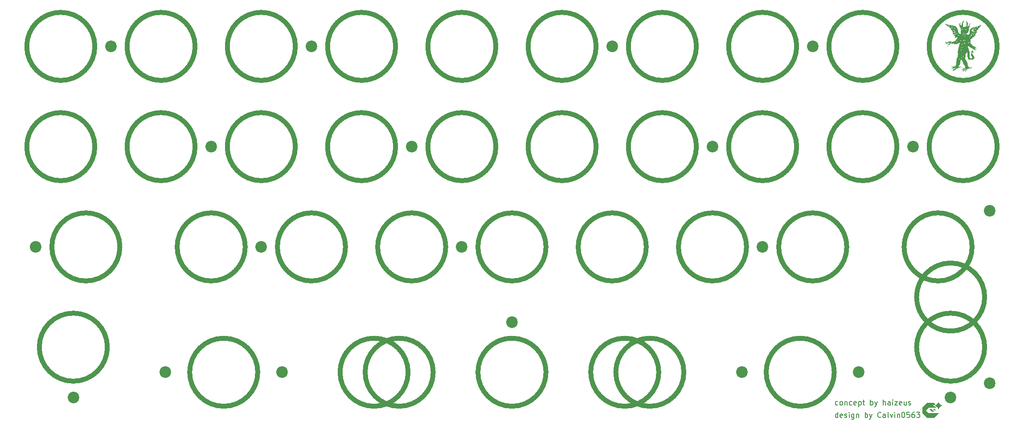
<source format=gbr>
%TF.GenerationSoftware,KiCad,Pcbnew,8.0.8*%
%TF.CreationDate,2025-03-15T17:26:47+01:00*%
%TF.ProjectId,pandemonium EC 2 Layer,70616e64-656d-46f6-9e69-756d20454320,rev?*%
%TF.SameCoordinates,Original*%
%TF.FileFunction,Legend,Top*%
%TF.FilePolarity,Positive*%
%FSLAX46Y46*%
G04 Gerber Fmt 4.6, Leading zero omitted, Abs format (unit mm)*
G04 Created by KiCad (PCBNEW 8.0.8) date 2025-03-15 17:26:47*
%MOMM*%
%LPD*%
G01*
G04 APERTURE LIST*
%ADD10C,0.150000*%
%ADD11C,0.200000*%
%ADD12C,0.900000*%
%ADD13C,0.000000*%
%ADD14C,2.200000*%
G04 APERTURE END LIST*
D10*
D11*
X188916994Y-103848469D02*
X188916994Y-102848469D01*
X188916994Y-103800850D02*
X188821756Y-103848469D01*
X188821756Y-103848469D02*
X188631280Y-103848469D01*
X188631280Y-103848469D02*
X188536042Y-103800850D01*
X188536042Y-103800850D02*
X188488423Y-103753230D01*
X188488423Y-103753230D02*
X188440804Y-103657992D01*
X188440804Y-103657992D02*
X188440804Y-103372278D01*
X188440804Y-103372278D02*
X188488423Y-103277040D01*
X188488423Y-103277040D02*
X188536042Y-103229421D01*
X188536042Y-103229421D02*
X188631280Y-103181802D01*
X188631280Y-103181802D02*
X188821756Y-103181802D01*
X188821756Y-103181802D02*
X188916994Y-103229421D01*
X189774137Y-103800850D02*
X189678899Y-103848469D01*
X189678899Y-103848469D02*
X189488423Y-103848469D01*
X189488423Y-103848469D02*
X189393185Y-103800850D01*
X189393185Y-103800850D02*
X189345566Y-103705611D01*
X189345566Y-103705611D02*
X189345566Y-103324659D01*
X189345566Y-103324659D02*
X189393185Y-103229421D01*
X189393185Y-103229421D02*
X189488423Y-103181802D01*
X189488423Y-103181802D02*
X189678899Y-103181802D01*
X189678899Y-103181802D02*
X189774137Y-103229421D01*
X189774137Y-103229421D02*
X189821756Y-103324659D01*
X189821756Y-103324659D02*
X189821756Y-103419897D01*
X189821756Y-103419897D02*
X189345566Y-103515135D01*
X190202709Y-103800850D02*
X190297947Y-103848469D01*
X190297947Y-103848469D02*
X190488423Y-103848469D01*
X190488423Y-103848469D02*
X190583661Y-103800850D01*
X190583661Y-103800850D02*
X190631280Y-103705611D01*
X190631280Y-103705611D02*
X190631280Y-103657992D01*
X190631280Y-103657992D02*
X190583661Y-103562754D01*
X190583661Y-103562754D02*
X190488423Y-103515135D01*
X190488423Y-103515135D02*
X190345566Y-103515135D01*
X190345566Y-103515135D02*
X190250328Y-103467516D01*
X190250328Y-103467516D02*
X190202709Y-103372278D01*
X190202709Y-103372278D02*
X190202709Y-103324659D01*
X190202709Y-103324659D02*
X190250328Y-103229421D01*
X190250328Y-103229421D02*
X190345566Y-103181802D01*
X190345566Y-103181802D02*
X190488423Y-103181802D01*
X190488423Y-103181802D02*
X190583661Y-103229421D01*
X191059852Y-103848469D02*
X191059852Y-103181802D01*
X191059852Y-102848469D02*
X191012233Y-102896088D01*
X191012233Y-102896088D02*
X191059852Y-102943707D01*
X191059852Y-102943707D02*
X191107471Y-102896088D01*
X191107471Y-102896088D02*
X191059852Y-102848469D01*
X191059852Y-102848469D02*
X191059852Y-102943707D01*
X191964613Y-103181802D02*
X191964613Y-103991326D01*
X191964613Y-103991326D02*
X191916994Y-104086564D01*
X191916994Y-104086564D02*
X191869375Y-104134183D01*
X191869375Y-104134183D02*
X191774137Y-104181802D01*
X191774137Y-104181802D02*
X191631280Y-104181802D01*
X191631280Y-104181802D02*
X191536042Y-104134183D01*
X191964613Y-103800850D02*
X191869375Y-103848469D01*
X191869375Y-103848469D02*
X191678899Y-103848469D01*
X191678899Y-103848469D02*
X191583661Y-103800850D01*
X191583661Y-103800850D02*
X191536042Y-103753230D01*
X191536042Y-103753230D02*
X191488423Y-103657992D01*
X191488423Y-103657992D02*
X191488423Y-103372278D01*
X191488423Y-103372278D02*
X191536042Y-103277040D01*
X191536042Y-103277040D02*
X191583661Y-103229421D01*
X191583661Y-103229421D02*
X191678899Y-103181802D01*
X191678899Y-103181802D02*
X191869375Y-103181802D01*
X191869375Y-103181802D02*
X191964613Y-103229421D01*
X192440804Y-103181802D02*
X192440804Y-103848469D01*
X192440804Y-103277040D02*
X192488423Y-103229421D01*
X192488423Y-103229421D02*
X192583661Y-103181802D01*
X192583661Y-103181802D02*
X192726518Y-103181802D01*
X192726518Y-103181802D02*
X192821756Y-103229421D01*
X192821756Y-103229421D02*
X192869375Y-103324659D01*
X192869375Y-103324659D02*
X192869375Y-103848469D01*
X194107471Y-103848469D02*
X194107471Y-102848469D01*
X194107471Y-103229421D02*
X194202709Y-103181802D01*
X194202709Y-103181802D02*
X194393185Y-103181802D01*
X194393185Y-103181802D02*
X194488423Y-103229421D01*
X194488423Y-103229421D02*
X194536042Y-103277040D01*
X194536042Y-103277040D02*
X194583661Y-103372278D01*
X194583661Y-103372278D02*
X194583661Y-103657992D01*
X194583661Y-103657992D02*
X194536042Y-103753230D01*
X194536042Y-103753230D02*
X194488423Y-103800850D01*
X194488423Y-103800850D02*
X194393185Y-103848469D01*
X194393185Y-103848469D02*
X194202709Y-103848469D01*
X194202709Y-103848469D02*
X194107471Y-103800850D01*
X194916995Y-103181802D02*
X195155090Y-103848469D01*
X195393185Y-103181802D02*
X195155090Y-103848469D01*
X195155090Y-103848469D02*
X195059852Y-104086564D01*
X195059852Y-104086564D02*
X195012233Y-104134183D01*
X195012233Y-104134183D02*
X194916995Y-104181802D01*
X197107471Y-103753230D02*
X197059852Y-103800850D01*
X197059852Y-103800850D02*
X196916995Y-103848469D01*
X196916995Y-103848469D02*
X196821757Y-103848469D01*
X196821757Y-103848469D02*
X196678900Y-103800850D01*
X196678900Y-103800850D02*
X196583662Y-103705611D01*
X196583662Y-103705611D02*
X196536043Y-103610373D01*
X196536043Y-103610373D02*
X196488424Y-103419897D01*
X196488424Y-103419897D02*
X196488424Y-103277040D01*
X196488424Y-103277040D02*
X196536043Y-103086564D01*
X196536043Y-103086564D02*
X196583662Y-102991326D01*
X196583662Y-102991326D02*
X196678900Y-102896088D01*
X196678900Y-102896088D02*
X196821757Y-102848469D01*
X196821757Y-102848469D02*
X196916995Y-102848469D01*
X196916995Y-102848469D02*
X197059852Y-102896088D01*
X197059852Y-102896088D02*
X197107471Y-102943707D01*
X197964614Y-103848469D02*
X197964614Y-103324659D01*
X197964614Y-103324659D02*
X197916995Y-103229421D01*
X197916995Y-103229421D02*
X197821757Y-103181802D01*
X197821757Y-103181802D02*
X197631281Y-103181802D01*
X197631281Y-103181802D02*
X197536043Y-103229421D01*
X197964614Y-103800850D02*
X197869376Y-103848469D01*
X197869376Y-103848469D02*
X197631281Y-103848469D01*
X197631281Y-103848469D02*
X197536043Y-103800850D01*
X197536043Y-103800850D02*
X197488424Y-103705611D01*
X197488424Y-103705611D02*
X197488424Y-103610373D01*
X197488424Y-103610373D02*
X197536043Y-103515135D01*
X197536043Y-103515135D02*
X197631281Y-103467516D01*
X197631281Y-103467516D02*
X197869376Y-103467516D01*
X197869376Y-103467516D02*
X197964614Y-103419897D01*
X198583662Y-103848469D02*
X198488424Y-103800850D01*
X198488424Y-103800850D02*
X198440805Y-103705611D01*
X198440805Y-103705611D02*
X198440805Y-102848469D01*
X198869377Y-103181802D02*
X199107472Y-103848469D01*
X199107472Y-103848469D02*
X199345567Y-103181802D01*
X199726520Y-103848469D02*
X199726520Y-103181802D01*
X199726520Y-102848469D02*
X199678901Y-102896088D01*
X199678901Y-102896088D02*
X199726520Y-102943707D01*
X199726520Y-102943707D02*
X199774139Y-102896088D01*
X199774139Y-102896088D02*
X199726520Y-102848469D01*
X199726520Y-102848469D02*
X199726520Y-102943707D01*
X200202710Y-103181802D02*
X200202710Y-103848469D01*
X200202710Y-103277040D02*
X200250329Y-103229421D01*
X200250329Y-103229421D02*
X200345567Y-103181802D01*
X200345567Y-103181802D02*
X200488424Y-103181802D01*
X200488424Y-103181802D02*
X200583662Y-103229421D01*
X200583662Y-103229421D02*
X200631281Y-103324659D01*
X200631281Y-103324659D02*
X200631281Y-103848469D01*
X201297948Y-102848469D02*
X201393186Y-102848469D01*
X201393186Y-102848469D02*
X201488424Y-102896088D01*
X201488424Y-102896088D02*
X201536043Y-102943707D01*
X201536043Y-102943707D02*
X201583662Y-103038945D01*
X201583662Y-103038945D02*
X201631281Y-103229421D01*
X201631281Y-103229421D02*
X201631281Y-103467516D01*
X201631281Y-103467516D02*
X201583662Y-103657992D01*
X201583662Y-103657992D02*
X201536043Y-103753230D01*
X201536043Y-103753230D02*
X201488424Y-103800850D01*
X201488424Y-103800850D02*
X201393186Y-103848469D01*
X201393186Y-103848469D02*
X201297948Y-103848469D01*
X201297948Y-103848469D02*
X201202710Y-103800850D01*
X201202710Y-103800850D02*
X201155091Y-103753230D01*
X201155091Y-103753230D02*
X201107472Y-103657992D01*
X201107472Y-103657992D02*
X201059853Y-103467516D01*
X201059853Y-103467516D02*
X201059853Y-103229421D01*
X201059853Y-103229421D02*
X201107472Y-103038945D01*
X201107472Y-103038945D02*
X201155091Y-102943707D01*
X201155091Y-102943707D02*
X201202710Y-102896088D01*
X201202710Y-102896088D02*
X201297948Y-102848469D01*
X202536043Y-102848469D02*
X202059853Y-102848469D01*
X202059853Y-102848469D02*
X202012234Y-103324659D01*
X202012234Y-103324659D02*
X202059853Y-103277040D01*
X202059853Y-103277040D02*
X202155091Y-103229421D01*
X202155091Y-103229421D02*
X202393186Y-103229421D01*
X202393186Y-103229421D02*
X202488424Y-103277040D01*
X202488424Y-103277040D02*
X202536043Y-103324659D01*
X202536043Y-103324659D02*
X202583662Y-103419897D01*
X202583662Y-103419897D02*
X202583662Y-103657992D01*
X202583662Y-103657992D02*
X202536043Y-103753230D01*
X202536043Y-103753230D02*
X202488424Y-103800850D01*
X202488424Y-103800850D02*
X202393186Y-103848469D01*
X202393186Y-103848469D02*
X202155091Y-103848469D01*
X202155091Y-103848469D02*
X202059853Y-103800850D01*
X202059853Y-103800850D02*
X202012234Y-103753230D01*
X203440805Y-102848469D02*
X203250329Y-102848469D01*
X203250329Y-102848469D02*
X203155091Y-102896088D01*
X203155091Y-102896088D02*
X203107472Y-102943707D01*
X203107472Y-102943707D02*
X203012234Y-103086564D01*
X203012234Y-103086564D02*
X202964615Y-103277040D01*
X202964615Y-103277040D02*
X202964615Y-103657992D01*
X202964615Y-103657992D02*
X203012234Y-103753230D01*
X203012234Y-103753230D02*
X203059853Y-103800850D01*
X203059853Y-103800850D02*
X203155091Y-103848469D01*
X203155091Y-103848469D02*
X203345567Y-103848469D01*
X203345567Y-103848469D02*
X203440805Y-103800850D01*
X203440805Y-103800850D02*
X203488424Y-103753230D01*
X203488424Y-103753230D02*
X203536043Y-103657992D01*
X203536043Y-103657992D02*
X203536043Y-103419897D01*
X203536043Y-103419897D02*
X203488424Y-103324659D01*
X203488424Y-103324659D02*
X203440805Y-103277040D01*
X203440805Y-103277040D02*
X203345567Y-103229421D01*
X203345567Y-103229421D02*
X203155091Y-103229421D01*
X203155091Y-103229421D02*
X203059853Y-103277040D01*
X203059853Y-103277040D02*
X203012234Y-103324659D01*
X203012234Y-103324659D02*
X202964615Y-103419897D01*
X203869377Y-102848469D02*
X204488424Y-102848469D01*
X204488424Y-102848469D02*
X204155091Y-103229421D01*
X204155091Y-103229421D02*
X204297948Y-103229421D01*
X204297948Y-103229421D02*
X204393186Y-103277040D01*
X204393186Y-103277040D02*
X204440805Y-103324659D01*
X204440805Y-103324659D02*
X204488424Y-103419897D01*
X204488424Y-103419897D02*
X204488424Y-103657992D01*
X204488424Y-103657992D02*
X204440805Y-103753230D01*
X204440805Y-103753230D02*
X204393186Y-103800850D01*
X204393186Y-103800850D02*
X204297948Y-103848469D01*
X204297948Y-103848469D02*
X204012234Y-103848469D01*
X204012234Y-103848469D02*
X203916996Y-103800850D01*
X203916996Y-103800850D02*
X203869377Y-103753230D01*
X188916994Y-101419600D02*
X188821756Y-101467219D01*
X188821756Y-101467219D02*
X188631280Y-101467219D01*
X188631280Y-101467219D02*
X188536042Y-101419600D01*
X188536042Y-101419600D02*
X188488423Y-101371980D01*
X188488423Y-101371980D02*
X188440804Y-101276742D01*
X188440804Y-101276742D02*
X188440804Y-100991028D01*
X188440804Y-100991028D02*
X188488423Y-100895790D01*
X188488423Y-100895790D02*
X188536042Y-100848171D01*
X188536042Y-100848171D02*
X188631280Y-100800552D01*
X188631280Y-100800552D02*
X188821756Y-100800552D01*
X188821756Y-100800552D02*
X188916994Y-100848171D01*
X189488423Y-101467219D02*
X189393185Y-101419600D01*
X189393185Y-101419600D02*
X189345566Y-101371980D01*
X189345566Y-101371980D02*
X189297947Y-101276742D01*
X189297947Y-101276742D02*
X189297947Y-100991028D01*
X189297947Y-100991028D02*
X189345566Y-100895790D01*
X189345566Y-100895790D02*
X189393185Y-100848171D01*
X189393185Y-100848171D02*
X189488423Y-100800552D01*
X189488423Y-100800552D02*
X189631280Y-100800552D01*
X189631280Y-100800552D02*
X189726518Y-100848171D01*
X189726518Y-100848171D02*
X189774137Y-100895790D01*
X189774137Y-100895790D02*
X189821756Y-100991028D01*
X189821756Y-100991028D02*
X189821756Y-101276742D01*
X189821756Y-101276742D02*
X189774137Y-101371980D01*
X189774137Y-101371980D02*
X189726518Y-101419600D01*
X189726518Y-101419600D02*
X189631280Y-101467219D01*
X189631280Y-101467219D02*
X189488423Y-101467219D01*
X190250328Y-100800552D02*
X190250328Y-101467219D01*
X190250328Y-100895790D02*
X190297947Y-100848171D01*
X190297947Y-100848171D02*
X190393185Y-100800552D01*
X190393185Y-100800552D02*
X190536042Y-100800552D01*
X190536042Y-100800552D02*
X190631280Y-100848171D01*
X190631280Y-100848171D02*
X190678899Y-100943409D01*
X190678899Y-100943409D02*
X190678899Y-101467219D01*
X191583661Y-101419600D02*
X191488423Y-101467219D01*
X191488423Y-101467219D02*
X191297947Y-101467219D01*
X191297947Y-101467219D02*
X191202709Y-101419600D01*
X191202709Y-101419600D02*
X191155090Y-101371980D01*
X191155090Y-101371980D02*
X191107471Y-101276742D01*
X191107471Y-101276742D02*
X191107471Y-100991028D01*
X191107471Y-100991028D02*
X191155090Y-100895790D01*
X191155090Y-100895790D02*
X191202709Y-100848171D01*
X191202709Y-100848171D02*
X191297947Y-100800552D01*
X191297947Y-100800552D02*
X191488423Y-100800552D01*
X191488423Y-100800552D02*
X191583661Y-100848171D01*
X192393185Y-101419600D02*
X192297947Y-101467219D01*
X192297947Y-101467219D02*
X192107471Y-101467219D01*
X192107471Y-101467219D02*
X192012233Y-101419600D01*
X192012233Y-101419600D02*
X191964614Y-101324361D01*
X191964614Y-101324361D02*
X191964614Y-100943409D01*
X191964614Y-100943409D02*
X192012233Y-100848171D01*
X192012233Y-100848171D02*
X192107471Y-100800552D01*
X192107471Y-100800552D02*
X192297947Y-100800552D01*
X192297947Y-100800552D02*
X192393185Y-100848171D01*
X192393185Y-100848171D02*
X192440804Y-100943409D01*
X192440804Y-100943409D02*
X192440804Y-101038647D01*
X192440804Y-101038647D02*
X191964614Y-101133885D01*
X192869376Y-100800552D02*
X192869376Y-101800552D01*
X192869376Y-100848171D02*
X192964614Y-100800552D01*
X192964614Y-100800552D02*
X193155090Y-100800552D01*
X193155090Y-100800552D02*
X193250328Y-100848171D01*
X193250328Y-100848171D02*
X193297947Y-100895790D01*
X193297947Y-100895790D02*
X193345566Y-100991028D01*
X193345566Y-100991028D02*
X193345566Y-101276742D01*
X193345566Y-101276742D02*
X193297947Y-101371980D01*
X193297947Y-101371980D02*
X193250328Y-101419600D01*
X193250328Y-101419600D02*
X193155090Y-101467219D01*
X193155090Y-101467219D02*
X192964614Y-101467219D01*
X192964614Y-101467219D02*
X192869376Y-101419600D01*
X193631281Y-100800552D02*
X194012233Y-100800552D01*
X193774138Y-100467219D02*
X193774138Y-101324361D01*
X193774138Y-101324361D02*
X193821757Y-101419600D01*
X193821757Y-101419600D02*
X193916995Y-101467219D01*
X193916995Y-101467219D02*
X194012233Y-101467219D01*
X195107472Y-101467219D02*
X195107472Y-100467219D01*
X195107472Y-100848171D02*
X195202710Y-100800552D01*
X195202710Y-100800552D02*
X195393186Y-100800552D01*
X195393186Y-100800552D02*
X195488424Y-100848171D01*
X195488424Y-100848171D02*
X195536043Y-100895790D01*
X195536043Y-100895790D02*
X195583662Y-100991028D01*
X195583662Y-100991028D02*
X195583662Y-101276742D01*
X195583662Y-101276742D02*
X195536043Y-101371980D01*
X195536043Y-101371980D02*
X195488424Y-101419600D01*
X195488424Y-101419600D02*
X195393186Y-101467219D01*
X195393186Y-101467219D02*
X195202710Y-101467219D01*
X195202710Y-101467219D02*
X195107472Y-101419600D01*
X195916996Y-100800552D02*
X196155091Y-101467219D01*
X196393186Y-100800552D02*
X196155091Y-101467219D01*
X196155091Y-101467219D02*
X196059853Y-101705314D01*
X196059853Y-101705314D02*
X196012234Y-101752933D01*
X196012234Y-101752933D02*
X195916996Y-101800552D01*
X197536044Y-101467219D02*
X197536044Y-100467219D01*
X197964615Y-101467219D02*
X197964615Y-100943409D01*
X197964615Y-100943409D02*
X197916996Y-100848171D01*
X197916996Y-100848171D02*
X197821758Y-100800552D01*
X197821758Y-100800552D02*
X197678901Y-100800552D01*
X197678901Y-100800552D02*
X197583663Y-100848171D01*
X197583663Y-100848171D02*
X197536044Y-100895790D01*
X198869377Y-101467219D02*
X198869377Y-100943409D01*
X198869377Y-100943409D02*
X198821758Y-100848171D01*
X198821758Y-100848171D02*
X198726520Y-100800552D01*
X198726520Y-100800552D02*
X198536044Y-100800552D01*
X198536044Y-100800552D02*
X198440806Y-100848171D01*
X198869377Y-101419600D02*
X198774139Y-101467219D01*
X198774139Y-101467219D02*
X198536044Y-101467219D01*
X198536044Y-101467219D02*
X198440806Y-101419600D01*
X198440806Y-101419600D02*
X198393187Y-101324361D01*
X198393187Y-101324361D02*
X198393187Y-101229123D01*
X198393187Y-101229123D02*
X198440806Y-101133885D01*
X198440806Y-101133885D02*
X198536044Y-101086266D01*
X198536044Y-101086266D02*
X198774139Y-101086266D01*
X198774139Y-101086266D02*
X198869377Y-101038647D01*
X199345568Y-101467219D02*
X199345568Y-100800552D01*
X199345568Y-100467219D02*
X199297949Y-100514838D01*
X199297949Y-100514838D02*
X199345568Y-100562457D01*
X199345568Y-100562457D02*
X199393187Y-100514838D01*
X199393187Y-100514838D02*
X199345568Y-100467219D01*
X199345568Y-100467219D02*
X199345568Y-100562457D01*
X199726520Y-100800552D02*
X200250329Y-100800552D01*
X200250329Y-100800552D02*
X199726520Y-101467219D01*
X199726520Y-101467219D02*
X200250329Y-101467219D01*
X201012234Y-101419600D02*
X200916996Y-101467219D01*
X200916996Y-101467219D02*
X200726520Y-101467219D01*
X200726520Y-101467219D02*
X200631282Y-101419600D01*
X200631282Y-101419600D02*
X200583663Y-101324361D01*
X200583663Y-101324361D02*
X200583663Y-100943409D01*
X200583663Y-100943409D02*
X200631282Y-100848171D01*
X200631282Y-100848171D02*
X200726520Y-100800552D01*
X200726520Y-100800552D02*
X200916996Y-100800552D01*
X200916996Y-100800552D02*
X201012234Y-100848171D01*
X201012234Y-100848171D02*
X201059853Y-100943409D01*
X201059853Y-100943409D02*
X201059853Y-101038647D01*
X201059853Y-101038647D02*
X200583663Y-101133885D01*
X201916996Y-100800552D02*
X201916996Y-101467219D01*
X201488425Y-100800552D02*
X201488425Y-101324361D01*
X201488425Y-101324361D02*
X201536044Y-101419600D01*
X201536044Y-101419600D02*
X201631282Y-101467219D01*
X201631282Y-101467219D02*
X201774139Y-101467219D01*
X201774139Y-101467219D02*
X201869377Y-101419600D01*
X201869377Y-101419600D02*
X201916996Y-101371980D01*
X202345568Y-101419600D02*
X202440806Y-101467219D01*
X202440806Y-101467219D02*
X202631282Y-101467219D01*
X202631282Y-101467219D02*
X202726520Y-101419600D01*
X202726520Y-101419600D02*
X202774139Y-101324361D01*
X202774139Y-101324361D02*
X202774139Y-101276742D01*
X202774139Y-101276742D02*
X202726520Y-101181504D01*
X202726520Y-101181504D02*
X202631282Y-101133885D01*
X202631282Y-101133885D02*
X202488425Y-101133885D01*
X202488425Y-101133885D02*
X202393187Y-101086266D01*
X202393187Y-101086266D02*
X202345568Y-100991028D01*
X202345568Y-100991028D02*
X202345568Y-100943409D01*
X202345568Y-100943409D02*
X202393187Y-100848171D01*
X202393187Y-100848171D02*
X202488425Y-100800552D01*
X202488425Y-100800552D02*
X202631282Y-100800552D01*
X202631282Y-100800552D02*
X202726520Y-100848171D01*
D12*
%TO.C,SW_EC36*%
X154894450Y-95250000D02*
G75*
G02*
X141960450Y-95250000I-6467000J0D01*
G01*
X141960450Y-95250000D02*
G75*
G02*
X154894450Y-95250000I6467000J0D01*
G01*
X159660750Y-95250000D02*
G75*
G02*
X146726750Y-95250000I-6467000J0D01*
G01*
X146726750Y-95250000D02*
G75*
G02*
X159660750Y-95250000I6467000J0D01*
G01*
%TO.C,SW_EC38*%
X188235750Y-95250000D02*
G75*
G02*
X175301750Y-95250000I-6467000J0D01*
G01*
X175301750Y-95250000D02*
G75*
G02*
X188235750Y-95250000I6467000J0D01*
G01*
%TO.C,SW_EC12*%
X66792000Y-52387500D02*
G75*
G02*
X53858000Y-52387500I-6467000J0D01*
G01*
X53858000Y-52387500D02*
G75*
G02*
X66792000Y-52387500I6467000J0D01*
G01*
%TO.C,SW_EC2*%
X66792000Y-33337500D02*
G75*
G02*
X53858000Y-33337500I-6467000J0D01*
G01*
X53858000Y-33337500D02*
G75*
G02*
X66792000Y-33337500I6467000J0D01*
G01*
%TO.C,SW_EC26*%
X152517000Y-71437500D02*
G75*
G02*
X139583000Y-71437500I-6467000J0D01*
G01*
X139583000Y-71437500D02*
G75*
G02*
X152517000Y-71437500I6467000J0D01*
G01*
%TO.C,SW_EC6*%
X142992000Y-33337500D02*
G75*
G02*
X130058000Y-33337500I-6467000J0D01*
G01*
X130058000Y-33337500D02*
G75*
G02*
X142992000Y-33337500I6467000J0D01*
G01*
%TO.C,SW_EC15*%
X123942000Y-52387500D02*
G75*
G02*
X111008000Y-52387500I-6467000J0D01*
G01*
X111008000Y-52387500D02*
G75*
G02*
X123942000Y-52387500I6467000J0D01*
G01*
%TO.C,SW_EC20*%
X219192000Y-52387500D02*
G75*
G02*
X206258000Y-52387500I-6467000J0D01*
G01*
X206258000Y-52387500D02*
G75*
G02*
X219192000Y-52387500I6467000J0D01*
G01*
%TO.C,SW_EC39*%
X216810750Y-90487500D02*
G75*
G02*
X203876750Y-90487500I-6467000J0D01*
G01*
X203876750Y-90487500D02*
G75*
G02*
X216810750Y-90487500I6467000J0D01*
G01*
%TO.C,SW_EC9*%
X200142000Y-33337500D02*
G75*
G02*
X187208000Y-33337500I-6467000J0D01*
G01*
X187208000Y-33337500D02*
G75*
G02*
X200142000Y-33337500I6467000J0D01*
G01*
%TO.C,SW_EC25*%
X133467000Y-71437500D02*
G75*
G02*
X120533000Y-71437500I-6467000J0D01*
G01*
X120533000Y-71437500D02*
G75*
G02*
X133467000Y-71437500I6467000J0D01*
G01*
%TO.C,SW_EC11*%
X47742000Y-52387500D02*
G75*
G02*
X34808000Y-52387500I-6467000J0D01*
G01*
X34808000Y-52387500D02*
G75*
G02*
X47742000Y-52387500I6467000J0D01*
G01*
%TO.C,SW_EC5*%
X123942000Y-33337500D02*
G75*
G02*
X111008000Y-33337500I-6467000J0D01*
G01*
X111008000Y-33337500D02*
G75*
G02*
X123942000Y-33337500I6467000J0D01*
G01*
%TO.C,SW_EC35*%
X133467000Y-95250000D02*
G75*
G02*
X120533000Y-95250000I-6467000J0D01*
G01*
X120533000Y-95250000D02*
G75*
G02*
X133467000Y-95250000I6467000J0D01*
G01*
%TO.C,SW_EC31*%
X50123250Y-90487500D02*
G75*
G02*
X37189250Y-90487500I-6467000J0D01*
G01*
X37189250Y-90487500D02*
G75*
G02*
X50123250Y-90487500I6467000J0D01*
G01*
%TO.C,SW_EC8*%
X181092000Y-33337500D02*
G75*
G02*
X168158000Y-33337500I-6467000J0D01*
G01*
X168158000Y-33337500D02*
G75*
G02*
X181092000Y-33337500I6467000J0D01*
G01*
%TO.C,SW_EC29*%
X214429500Y-71437500D02*
G75*
G02*
X201495500Y-71437500I-6467000J0D01*
G01*
X201495500Y-71437500D02*
G75*
G02*
X214429500Y-71437500I6467000J0D01*
G01*
%TO.C,SW_EC16*%
X142992000Y-52387500D02*
G75*
G02*
X130058000Y-52387500I-6467000J0D01*
G01*
X130058000Y-52387500D02*
G75*
G02*
X142992000Y-52387500I6467000J0D01*
G01*
%TO.C,SW_EC19*%
X200142000Y-52387500D02*
G75*
G02*
X187208000Y-52387500I-6467000J0D01*
G01*
X187208000Y-52387500D02*
G75*
G02*
X200142000Y-52387500I6467000J0D01*
G01*
%TO.C,SW_EC4*%
X104892000Y-33337500D02*
G75*
G02*
X91958000Y-33337500I-6467000J0D01*
G01*
X91958000Y-33337500D02*
G75*
G02*
X104892000Y-33337500I6467000J0D01*
G01*
%TO.C,SW_EC14*%
X104892000Y-52387500D02*
G75*
G02*
X91958000Y-52387500I-6467000J0D01*
G01*
X91958000Y-52387500D02*
G75*
G02*
X104892000Y-52387500I6467000J0D01*
G01*
%TO.C,SW_EC27*%
X171567000Y-71437500D02*
G75*
G02*
X158633000Y-71437500I-6467000J0D01*
G01*
X158633000Y-71437500D02*
G75*
G02*
X171567000Y-71437500I6467000J0D01*
G01*
%TO.C,SW_EC7*%
X162042000Y-33337500D02*
G75*
G02*
X149108000Y-33337500I-6467000J0D01*
G01*
X149108000Y-33337500D02*
G75*
G02*
X162042000Y-33337500I6467000J0D01*
G01*
%TO.C,SW_EC23*%
X95367000Y-71437500D02*
G75*
G02*
X82433000Y-71437500I-6467000J0D01*
G01*
X82433000Y-71437500D02*
G75*
G02*
X95367000Y-71437500I6467000J0D01*
G01*
%TO.C,SW_EC21*%
X52504500Y-71437500D02*
G75*
G02*
X39570500Y-71437500I-6467000J0D01*
G01*
X39570500Y-71437500D02*
G75*
G02*
X52504500Y-71437500I6467000J0D01*
G01*
%TO.C,SW_EC1*%
X47742000Y-33337500D02*
G75*
G02*
X34808000Y-33337500I-6467000J0D01*
G01*
X34808000Y-33337500D02*
G75*
G02*
X47742000Y-33337500I6467000J0D01*
G01*
%TO.C,SW_EC32*%
X78698250Y-95250000D02*
G75*
G02*
X65764250Y-95250000I-6467000J0D01*
G01*
X65764250Y-95250000D02*
G75*
G02*
X78698250Y-95250000I6467000J0D01*
G01*
%TO.C,SW_EC24*%
X114417000Y-71437500D02*
G75*
G02*
X101483000Y-71437500I-6467000J0D01*
G01*
X101483000Y-71437500D02*
G75*
G02*
X114417000Y-71437500I6467000J0D01*
G01*
%TO.C,SW_EC28*%
X190617000Y-71437500D02*
G75*
G02*
X177683000Y-71437500I-6467000J0D01*
G01*
X177683000Y-71437500D02*
G75*
G02*
X190617000Y-71437500I6467000J0D01*
G01*
%TO.C,SW_EC17*%
X162042000Y-52387500D02*
G75*
G02*
X149108000Y-52387500I-6467000J0D01*
G01*
X149108000Y-52387500D02*
G75*
G02*
X162042000Y-52387500I6467000J0D01*
G01*
%TO.C,SW_EC13*%
X85842000Y-52387500D02*
G75*
G02*
X72908000Y-52387500I-6467000J0D01*
G01*
X72908000Y-52387500D02*
G75*
G02*
X85842000Y-52387500I6467000J0D01*
G01*
%TO.C,SW_EC18*%
X181092000Y-52387500D02*
G75*
G02*
X168158000Y-52387500I-6467000J0D01*
G01*
X168158000Y-52387500D02*
G75*
G02*
X181092000Y-52387500I6467000J0D01*
G01*
%TO.C,SW_EC30*%
X216810750Y-80962500D02*
G75*
G02*
X203876750Y-80962500I-6467000J0D01*
G01*
X203876750Y-80962500D02*
G75*
G02*
X216810750Y-80962500I6467000J0D01*
G01*
%TO.C,SW_EC33*%
X107269450Y-95250000D02*
G75*
G02*
X94335450Y-95250000I-6467000J0D01*
G01*
X94335450Y-95250000D02*
G75*
G02*
X107269450Y-95250000I6467000J0D01*
G01*
X112035750Y-95250000D02*
G75*
G02*
X99101750Y-95250000I-6467000J0D01*
G01*
X99101750Y-95250000D02*
G75*
G02*
X112035750Y-95250000I6467000J0D01*
G01*
%TO.C,SW_EC3*%
X85842000Y-33337500D02*
G75*
G02*
X72908000Y-33337500I-6467000J0D01*
G01*
X72908000Y-33337500D02*
G75*
G02*
X85842000Y-33337500I6467000J0D01*
G01*
%TO.C,SW_EC10*%
X219192000Y-33337500D02*
G75*
G02*
X206258000Y-33337500I-6467000J0D01*
G01*
X206258000Y-33337500D02*
G75*
G02*
X219192000Y-33337500I6467000J0D01*
G01*
%TO.C,SW_EC22*%
X76317000Y-71437500D02*
G75*
G02*
X63383000Y-71437500I-6467000J0D01*
G01*
X63383000Y-71437500D02*
G75*
G02*
X76317000Y-71437500I6467000J0D01*
G01*
D13*
%TO.C,G\u002A\u002A\u002A*%
G36*
X210408108Y-32814054D02*
G01*
X210399527Y-32822635D01*
X210390946Y-32814054D01*
X210399527Y-32805473D01*
X210408108Y-32814054D01*
G37*
G36*
X211506486Y-30788919D02*
G01*
X211497905Y-30797500D01*
X211489324Y-30788919D01*
X211497905Y-30780338D01*
X211506486Y-30788919D01*
G37*
G36*
X211678108Y-36881486D02*
G01*
X211669527Y-36890067D01*
X211660946Y-36881486D01*
X211669527Y-36872905D01*
X211678108Y-36881486D01*
G37*
G36*
X212330270Y-34238513D02*
G01*
X212321689Y-34247094D01*
X212313108Y-34238513D01*
X212321689Y-34229932D01*
X212330270Y-34238513D01*
G37*
G36*
X212330270Y-34478784D02*
G01*
X212321689Y-34487365D01*
X212313108Y-34478784D01*
X212321689Y-34470202D01*
X212330270Y-34478784D01*
G37*
G36*
X212364594Y-30222567D02*
G01*
X212356013Y-30231148D01*
X212347432Y-30222567D01*
X212356013Y-30213986D01*
X212364594Y-30222567D01*
G37*
G36*
X212416081Y-37344865D02*
G01*
X212407500Y-37353446D01*
X212398919Y-37344865D01*
X212407500Y-37336284D01*
X212416081Y-37344865D01*
G37*
G36*
X212484729Y-37842567D02*
G01*
X212476148Y-37851148D01*
X212467567Y-37842567D01*
X212476148Y-37833986D01*
X212484729Y-37842567D01*
G37*
G36*
X212622027Y-37825405D02*
G01*
X212613446Y-37833986D01*
X212604864Y-37825405D01*
X212613446Y-37816824D01*
X212622027Y-37825405D01*
G37*
G36*
X212930946Y-37413513D02*
G01*
X212922364Y-37422094D01*
X212913783Y-37413513D01*
X212922364Y-37404932D01*
X212930946Y-37413513D01*
G37*
G36*
X213771891Y-31750000D02*
G01*
X213763310Y-31758581D01*
X213754729Y-31750000D01*
X213763310Y-31741419D01*
X213771891Y-31750000D01*
G37*
G36*
X213771891Y-37156081D02*
G01*
X213763310Y-37164662D01*
X213754729Y-37156081D01*
X213763310Y-37147500D01*
X213771891Y-37156081D01*
G37*
G36*
X210024819Y-33034302D02*
G01*
X210026873Y-33054669D01*
X210024819Y-33057184D01*
X210014617Y-33054829D01*
X210013378Y-33045743D01*
X210019657Y-33031617D01*
X210024819Y-33034302D01*
G37*
G36*
X210385225Y-37702410D02*
G01*
X210382869Y-37712613D01*
X210373783Y-37713851D01*
X210359657Y-37707572D01*
X210362342Y-37702410D01*
X210382709Y-37700356D01*
X210385225Y-37702410D01*
G37*
G36*
X211414879Y-36199290D02*
G01*
X211417146Y-36234427D01*
X211414879Y-36242196D01*
X211408615Y-36244352D01*
X211406223Y-36220743D01*
X211408920Y-36196379D01*
X211414879Y-36199290D01*
G37*
G36*
X211466441Y-35728761D02*
G01*
X211468495Y-35749128D01*
X211466441Y-35751644D01*
X211456238Y-35749288D01*
X211455000Y-35740202D01*
X211461279Y-35726076D01*
X211466441Y-35728761D01*
G37*
G36*
X211500765Y-35591464D02*
G01*
X211502819Y-35611831D01*
X211500765Y-35614347D01*
X211490562Y-35611991D01*
X211489324Y-35602905D01*
X211495603Y-35588779D01*
X211500765Y-35591464D01*
G37*
G36*
X212256973Y-37394563D02*
G01*
X212251855Y-37402364D01*
X212234448Y-37403577D01*
X212216135Y-37399386D01*
X212224079Y-37393208D01*
X212250901Y-37391162D01*
X212256973Y-37394563D01*
G37*
G36*
X212358873Y-37359166D02*
G01*
X212356518Y-37369369D01*
X212347432Y-37370608D01*
X212333306Y-37364328D01*
X212335991Y-37359166D01*
X212356358Y-37357112D01*
X212358873Y-37359166D01*
G37*
G36*
X212564819Y-37839707D02*
G01*
X212562464Y-37849910D01*
X212553378Y-37851148D01*
X212539252Y-37844869D01*
X212541937Y-37839707D01*
X212562304Y-37837653D01*
X212564819Y-37839707D01*
G37*
G36*
X212702117Y-37496464D02*
G01*
X212699761Y-37506667D01*
X212690675Y-37507905D01*
X212676549Y-37501626D01*
X212679234Y-37496464D01*
X212699601Y-37494410D01*
X212702117Y-37496464D01*
G37*
G36*
X212719204Y-29145642D02*
G01*
X212721470Y-29180779D01*
X212719204Y-29188547D01*
X212712940Y-29190703D01*
X212710547Y-29167094D01*
X212713244Y-29142730D01*
X212719204Y-29145642D01*
G37*
G36*
X212842483Y-36794037D02*
G01*
X212860763Y-36809990D01*
X212862297Y-36813850D01*
X212854152Y-36820904D01*
X212837195Y-36805098D01*
X212834915Y-36801605D01*
X212832892Y-36789861D01*
X212842483Y-36794037D01*
G37*
G36*
X215158735Y-33456245D02*
G01*
X215167050Y-33474990D01*
X215167122Y-33503983D01*
X215153259Y-33506083D01*
X215138869Y-33483928D01*
X215138013Y-33456960D01*
X215143663Y-33449796D01*
X215158735Y-33456245D01*
G37*
G36*
X209883673Y-32652614D02*
G01*
X209864898Y-32664382D01*
X209839020Y-32668643D01*
X209824684Y-32662562D01*
X209824594Y-32661596D01*
X209838746Y-32652582D01*
X209858942Y-32646034D01*
X209882169Y-32644904D01*
X209883673Y-32652614D01*
G37*
G36*
X210822860Y-32850146D02*
G01*
X210837020Y-32872781D01*
X210837162Y-32875134D01*
X210825647Y-32890974D01*
X210822860Y-32891284D01*
X210810056Y-32877394D01*
X210808558Y-32866295D01*
X210815997Y-32848989D01*
X210822860Y-32850146D01*
G37*
G36*
X211432506Y-35864628D02*
G01*
X211435175Y-35908155D01*
X211432506Y-35924696D01*
X211427531Y-35930037D01*
X211424823Y-35906306D01*
X211424657Y-35894662D01*
X211426446Y-35863438D01*
X211430901Y-35859759D01*
X211432506Y-35864628D01*
G37*
G36*
X211432813Y-36010707D02*
G01*
X211435577Y-36055425D01*
X211432467Y-36079355D01*
X211427828Y-36083367D01*
X211425225Y-36058721D01*
X211425003Y-36040540D01*
X211426693Y-36007304D01*
X211430569Y-36002262D01*
X211432813Y-36010707D01*
G37*
G36*
X212393019Y-37707203D02*
G01*
X212390337Y-37713851D01*
X212374915Y-37730223D01*
X212372162Y-37731013D01*
X212364791Y-37717735D01*
X212364594Y-37713851D01*
X212377788Y-37697348D01*
X212382769Y-37696689D01*
X212393019Y-37707203D01*
G37*
G36*
X212646562Y-37519788D02*
G01*
X212634910Y-37531797D01*
X212605154Y-37555596D01*
X212590297Y-37555239D01*
X212591985Y-37537939D01*
X212613060Y-37516811D01*
X212630816Y-37510345D01*
X212652231Y-37508201D01*
X212646562Y-37519788D01*
G37*
G36*
X212656154Y-30244427D02*
G01*
X212656351Y-30248311D01*
X212643157Y-30264813D01*
X212638176Y-30265473D01*
X212627926Y-30254959D01*
X212630608Y-30248311D01*
X212646030Y-30231938D01*
X212648783Y-30231148D01*
X212656154Y-30244427D01*
G37*
G36*
X213632721Y-36818165D02*
G01*
X213634594Y-36830000D01*
X213630922Y-36852898D01*
X213627849Y-36855743D01*
X213616783Y-36842323D01*
X213611226Y-36830000D01*
X213610869Y-36807901D01*
X213617971Y-36804256D01*
X213632721Y-36818165D01*
G37*
G36*
X214235270Y-31217973D02*
G01*
X214251777Y-31239914D01*
X214252432Y-31244729D01*
X214239342Y-31260416D01*
X214235270Y-31260878D01*
X214220208Y-31246909D01*
X214218108Y-31234122D01*
X214226428Y-31216358D01*
X214235270Y-31217973D01*
G37*
G36*
X210839890Y-32787266D02*
G01*
X210869053Y-32812974D01*
X210908866Y-32855035D01*
X210922856Y-32881878D01*
X210909939Y-32891284D01*
X210891800Y-32878545D01*
X210871324Y-32852811D01*
X210840816Y-32805408D01*
X210830369Y-32784116D01*
X210839890Y-32787266D01*
G37*
G36*
X212598375Y-38086015D02*
G01*
X212620373Y-38102879D01*
X212608407Y-38123266D01*
X212579121Y-38139782D01*
X212547411Y-38150737D01*
X212536583Y-38142505D01*
X212536216Y-38137389D01*
X212548885Y-38103919D01*
X212577602Y-38085006D01*
X212598375Y-38086015D01*
G37*
G36*
X215410518Y-29753857D02*
G01*
X215410030Y-29755211D01*
X215393589Y-29777436D01*
X215367754Y-29797877D01*
X215343962Y-29809199D01*
X215333648Y-29804214D01*
X215346560Y-29784760D01*
X215376037Y-29761106D01*
X215405360Y-29745677D01*
X215410518Y-29753857D01*
G37*
G36*
X209963645Y-33128278D02*
G01*
X209963511Y-33128527D01*
X209940754Y-33161586D01*
X209925763Y-33175574D01*
X209915712Y-33176337D01*
X209925814Y-33151992D01*
X209925947Y-33151743D01*
X209948704Y-33118684D01*
X209963696Y-33104695D01*
X209973746Y-33103933D01*
X209963645Y-33128278D01*
G37*
G36*
X211196286Y-30523388D02*
G01*
X211194456Y-30560144D01*
X211182849Y-30601156D01*
X211162881Y-30623457D01*
X211142589Y-30624019D01*
X211130011Y-30599814D01*
X211128919Y-30584835D01*
X211143305Y-30540695D01*
X211164422Y-30522274D01*
X211188114Y-30512528D01*
X211196286Y-30523388D01*
G37*
G36*
X212550076Y-37585612D02*
G01*
X212548389Y-37601408D01*
X212539592Y-37606381D01*
X212513427Y-37623697D01*
X212479206Y-37655419D01*
X212475234Y-37659634D01*
X212447238Y-37686489D01*
X212434981Y-37687577D01*
X212433243Y-37676229D01*
X212445009Y-37650473D01*
X212473313Y-37620910D01*
X212507659Y-37595678D01*
X212537554Y-37582917D01*
X212550076Y-37585612D01*
G37*
G36*
X213671114Y-36955556D02*
G01*
X213691234Y-36990777D01*
X213714503Y-37037040D01*
X213735561Y-37084168D01*
X213738610Y-37091723D01*
X213748781Y-37123587D01*
X213744515Y-37127621D01*
X213728672Y-37105645D01*
X213711614Y-37074561D01*
X213683158Y-37015559D01*
X213664294Y-36969920D01*
X213657721Y-36944534D01*
X213659505Y-36941554D01*
X213671114Y-36955556D01*
G37*
G36*
X214331814Y-31034383D02*
G01*
X214335578Y-31070503D01*
X214334929Y-31112440D01*
X214330544Y-31167487D01*
X214323502Y-31207049D01*
X214317341Y-31220284D01*
X214303052Y-31217660D01*
X214302327Y-31214695D01*
X214300989Y-31169109D01*
X214304491Y-31115023D01*
X214311383Y-31065500D01*
X214320220Y-31033601D01*
X214322832Y-31029621D01*
X214331814Y-31034383D01*
G37*
G36*
X214253153Y-37265009D02*
G01*
X214288400Y-37276796D01*
X214352018Y-37306035D01*
X214403594Y-37342228D01*
X214435171Y-37378997D01*
X214441216Y-37399343D01*
X214433637Y-37420179D01*
X214410539Y-37411437D01*
X214371376Y-37372898D01*
X214369292Y-37370534D01*
X214324110Y-37330664D01*
X214266747Y-37294279D01*
X214249626Y-37285936D01*
X214206763Y-37264739D01*
X214194561Y-37253832D01*
X214210773Y-37253746D01*
X214253153Y-37265009D01*
G37*
G36*
X214950542Y-30396925D02*
G01*
X214947348Y-30469157D01*
X214941727Y-30525854D01*
X214934564Y-30559734D01*
X214930050Y-30566059D01*
X214901528Y-30565886D01*
X214867376Y-30562098D01*
X214821576Y-30555219D01*
X214824470Y-30397815D01*
X214825641Y-30334121D01*
X214870270Y-30334121D01*
X214883330Y-30350785D01*
X214887432Y-30351284D01*
X214904095Y-30338224D01*
X214904594Y-30334121D01*
X214891534Y-30317458D01*
X214887432Y-30316959D01*
X214870769Y-30330019D01*
X214870270Y-30334121D01*
X214825641Y-30334121D01*
X214827364Y-30240412D01*
X214890762Y-30235560D01*
X214954160Y-30230708D01*
X214950542Y-30396925D01*
G37*
G36*
X214544160Y-30240293D02*
G01*
X214549969Y-30242171D01*
X214593812Y-30252651D01*
X214617128Y-30255114D01*
X214635768Y-30261994D01*
X214644812Y-30287065D01*
X214647162Y-30337799D01*
X214650004Y-30385534D01*
X214657241Y-30415158D01*
X214662322Y-30419932D01*
X214678577Y-30404410D01*
X214691443Y-30364392D01*
X214698069Y-30309704D01*
X214698414Y-30295506D01*
X214704352Y-30260661D01*
X214727816Y-30248881D01*
X214740906Y-30248311D01*
X214765598Y-30251101D01*
X214778385Y-30265183D01*
X214783415Y-30299125D01*
X214784530Y-30338412D01*
X214786037Y-30401823D01*
X214788296Y-30459645D01*
X214789468Y-30480000D01*
X214787313Y-30517410D01*
X214768193Y-30533172D01*
X214749492Y-30536565D01*
X214712004Y-30536107D01*
X214693715Y-30529414D01*
X214684049Y-30504159D01*
X214681486Y-30477139D01*
X214675231Y-30446281D01*
X214664324Y-30437094D01*
X214650380Y-30451468D01*
X214647162Y-30471419D01*
X214645535Y-30496055D01*
X214635172Y-30503395D01*
X214607847Y-30494282D01*
X214574805Y-30478843D01*
X214544324Y-30462427D01*
X214527178Y-30443456D01*
X214519176Y-30412151D01*
X214516123Y-30358735D01*
X214515645Y-30340862D01*
X214515536Y-30333108D01*
X214578513Y-30333108D01*
X214590971Y-30350585D01*
X214595675Y-30351284D01*
X214612391Y-30345428D01*
X214612837Y-30343715D01*
X214600811Y-30329063D01*
X214595675Y-30325540D01*
X214579861Y-30326901D01*
X214578513Y-30333108D01*
X214515536Y-30333108D01*
X214514809Y-30281389D01*
X214517695Y-30249367D01*
X214526685Y-30237951D01*
X214544160Y-30240293D01*
G37*
G36*
X215107169Y-29968546D02*
G01*
X215099614Y-30030560D01*
X215096504Y-30085739D01*
X215097225Y-30108035D01*
X215096091Y-30140177D01*
X215077211Y-30154513D01*
X215046307Y-30159287D01*
X215008968Y-30159841D01*
X214998203Y-30149155D01*
X215000947Y-30137835D01*
X215002129Y-30115242D01*
X214986976Y-30113121D01*
X214965721Y-30130208D01*
X214957205Y-30143237D01*
X214927864Y-30171138D01*
X214895926Y-30183879D01*
X214853191Y-30178731D01*
X214827033Y-30143677D01*
X214823118Y-30118581D01*
X214887432Y-30118581D01*
X214893088Y-30143378D01*
X214907948Y-30135945D01*
X214912442Y-30129361D01*
X214910290Y-30107319D01*
X214904874Y-30102605D01*
X214889949Y-30106334D01*
X214887432Y-30118581D01*
X214823118Y-30118581D01*
X214817428Y-30082108D01*
X214814918Y-30052447D01*
X214809673Y-30054677D01*
X214801308Y-30089624D01*
X214793468Y-30133531D01*
X214783017Y-30176366D01*
X214766866Y-30193218D01*
X214745439Y-30193599D01*
X214710995Y-30172593D01*
X214692448Y-30132466D01*
X214675307Y-30090001D01*
X214659604Y-30078876D01*
X214649223Y-30099460D01*
X214647162Y-30128175D01*
X214642820Y-30164716D01*
X214622948Y-30178167D01*
X214598335Y-30179662D01*
X214541615Y-30193882D01*
X214504424Y-30235531D01*
X214487843Y-30303092D01*
X214487179Y-30335528D01*
X214486123Y-30388189D01*
X214477824Y-30413947D01*
X214463158Y-30419932D01*
X214448290Y-30414306D01*
X214443167Y-30392327D01*
X214446557Y-30346343D01*
X214448639Y-30329831D01*
X214457910Y-30278345D01*
X214468946Y-30243251D01*
X214475628Y-30234330D01*
X214490665Y-30215869D01*
X214507584Y-30177755D01*
X214509712Y-30171542D01*
X214544468Y-30115231D01*
X214587907Y-30086035D01*
X214626012Y-30064958D01*
X214646194Y-30047956D01*
X214647162Y-30045212D01*
X214661761Y-30034151D01*
X214685473Y-30029621D01*
X214733886Y-30019320D01*
X214758412Y-30009807D01*
X214796042Y-29996280D01*
X214850454Y-29981955D01*
X214874560Y-29976797D01*
X214923391Y-29968339D01*
X214947449Y-29969649D01*
X214955414Y-29982816D01*
X214956081Y-29996391D01*
X214960354Y-30019888D01*
X214975438Y-30012710D01*
X214975522Y-30012626D01*
X214987158Y-29981474D01*
X214984572Y-29966108D01*
X214977746Y-29931547D01*
X214988233Y-29917078D01*
X214995002Y-29918041D01*
X215018237Y-29914915D01*
X215058080Y-29901513D01*
X215065014Y-29898687D01*
X215121848Y-29874941D01*
X215107169Y-29968546D01*
G37*
G36*
X212953389Y-28483389D02*
G01*
X212965270Y-28508439D01*
X212951781Y-28532424D01*
X212918493Y-28560763D01*
X212910075Y-28566165D01*
X212862589Y-28610751D01*
X212813249Y-28686625D01*
X212763662Y-28790925D01*
X212722077Y-28901081D01*
X212693101Y-29023384D01*
X212681727Y-29161223D01*
X212688516Y-29300339D01*
X212703029Y-29385100D01*
X212717085Y-29451817D01*
X212727464Y-29511618D01*
X212731725Y-29549142D01*
X212738495Y-29581011D01*
X212751462Y-29589666D01*
X212777721Y-29593519D01*
X212802948Y-29607630D01*
X212824992Y-29628047D01*
X212819162Y-29642067D01*
X212810810Y-29647451D01*
X212757164Y-29682737D01*
X212734900Y-29705841D01*
X212742579Y-29714635D01*
X212778766Y-29706992D01*
X212835426Y-29683882D01*
X212894544Y-29658345D01*
X212900105Y-29656216D01*
X213291351Y-29656216D01*
X213299932Y-29664797D01*
X213308513Y-29656216D01*
X213299932Y-29647635D01*
X213291351Y-29656216D01*
X212900105Y-29656216D01*
X212952697Y-29636081D01*
X212963540Y-29632396D01*
X213015057Y-29620915D01*
X213076480Y-29614755D01*
X213137928Y-29613872D01*
X213189522Y-29618222D01*
X213221382Y-29627763D01*
X213226592Y-29633560D01*
X213242475Y-29649914D01*
X213264044Y-29641779D01*
X213266060Y-29639054D01*
X213360000Y-29639054D01*
X213368581Y-29647635D01*
X213377162Y-29639054D01*
X213368581Y-29630473D01*
X213399043Y-29630473D01*
X213402702Y-29659879D01*
X213418782Y-29659329D01*
X213444837Y-29629805D01*
X213459897Y-29606088D01*
X213488208Y-29536555D01*
X213508946Y-29441775D01*
X213521630Y-29330087D01*
X213525780Y-29209826D01*
X213520916Y-29089331D01*
X213506558Y-28976939D01*
X213498398Y-28937597D01*
X213482117Y-28882289D01*
X213467322Y-28853771D01*
X213457045Y-28853449D01*
X213454319Y-28882729D01*
X213458127Y-28918936D01*
X213466026Y-28996244D01*
X213470349Y-29091093D01*
X213471274Y-29194655D01*
X213468978Y-29298106D01*
X213463639Y-29392617D01*
X213455433Y-29469362D01*
X213446156Y-29514628D01*
X213430026Y-29561419D01*
X213416437Y-29590903D01*
X213411391Y-29596148D01*
X213402354Y-29610602D01*
X213399043Y-29630473D01*
X213368581Y-29630473D01*
X213360000Y-29639054D01*
X213266060Y-29639054D01*
X213283077Y-29616047D01*
X213291350Y-29579608D01*
X213291351Y-29579292D01*
X213292761Y-29570405D01*
X213377162Y-29570405D01*
X213385743Y-29578986D01*
X213394324Y-29570405D01*
X213385743Y-29561824D01*
X213377162Y-29570405D01*
X213292761Y-29570405D01*
X213300042Y-29524528D01*
X213321579Y-29471761D01*
X213344757Y-29441689D01*
X213355275Y-29418092D01*
X213366580Y-29369055D01*
X213377428Y-29303402D01*
X213386577Y-29229956D01*
X213392784Y-29157541D01*
X213394805Y-29094982D01*
X213394678Y-29087307D01*
X213389257Y-29024890D01*
X213378281Y-28965445D01*
X213376461Y-28958704D01*
X213366331Y-28905730D01*
X213360283Y-28840230D01*
X213359580Y-28815383D01*
X213354872Y-28743653D01*
X213428948Y-28743653D01*
X213433941Y-28780393D01*
X213439028Y-28796606D01*
X213453557Y-28817025D01*
X213465494Y-28809635D01*
X213469325Y-28780827D01*
X213467203Y-28763939D01*
X213455553Y-28727537D01*
X213443761Y-28711031D01*
X213432442Y-28716542D01*
X213428948Y-28743653D01*
X213354872Y-28743653D01*
X213353780Y-28727008D01*
X213338801Y-28644967D01*
X213316978Y-28579234D01*
X213296279Y-28545219D01*
X213278194Y-28522539D01*
X213284339Y-28515406D01*
X213296259Y-28514932D01*
X213326614Y-28524427D01*
X213334256Y-28532094D01*
X213358463Y-28546512D01*
X213378175Y-28549256D01*
X213405516Y-28556146D01*
X213411486Y-28565262D01*
X213425465Y-28583443D01*
X213441520Y-28591304D01*
X213461993Y-28610487D01*
X213491438Y-28653353D01*
X213524854Y-28712236D01*
X213540202Y-28742629D01*
X213570978Y-28807296D01*
X213590689Y-28856157D01*
X213601621Y-28900396D01*
X213606061Y-28951195D01*
X213606296Y-29019739D01*
X213605584Y-29062386D01*
X213602575Y-29142148D01*
X213597102Y-29213219D01*
X213590055Y-29265894D01*
X213585120Y-29285494D01*
X213576156Y-29322896D01*
X213568706Y-29379281D01*
X213563232Y-29445436D01*
X213560195Y-29512149D01*
X213560054Y-29570205D01*
X213563271Y-29610391D01*
X213568231Y-29623304D01*
X213594228Y-29622265D01*
X213625067Y-29602282D01*
X213636667Y-29587567D01*
X213703243Y-29587567D01*
X213711824Y-29596148D01*
X213720405Y-29587567D01*
X213711824Y-29578986D01*
X213703243Y-29587567D01*
X213636667Y-29587567D01*
X213647628Y-29573662D01*
X213651756Y-29557696D01*
X213663735Y-29532210D01*
X213677500Y-29527500D01*
X213700324Y-29517334D01*
X213703243Y-29508636D01*
X213711512Y-29486893D01*
X213733893Y-29442685D01*
X213766745Y-29382925D01*
X213797810Y-29329090D01*
X213838761Y-29257923D01*
X213874492Y-29192933D01*
X213900388Y-29142672D01*
X213910299Y-29120554D01*
X213941021Y-29043401D01*
X213967920Y-28985123D01*
X213988447Y-28950893D01*
X213997290Y-28943986D01*
X214015875Y-28954357D01*
X214021767Y-28988146D01*
X214015466Y-29049370D01*
X214012582Y-29066425D01*
X214004334Y-29126570D01*
X213996540Y-29206770D01*
X213990513Y-29292768D01*
X213989066Y-29321554D01*
X213969066Y-29491821D01*
X213925689Y-29644402D01*
X213883067Y-29736094D01*
X213864765Y-29775527D01*
X213857702Y-29802863D01*
X213850460Y-29830514D01*
X213831158Y-29880023D01*
X213803436Y-29942725D01*
X213770933Y-30009953D01*
X213769847Y-30012098D01*
X213756197Y-30045212D01*
X213763998Y-30053143D01*
X213789308Y-30042228D01*
X213820694Y-30035734D01*
X213836097Y-30058695D01*
X213835623Y-30111501D01*
X213824663Y-30172042D01*
X213812092Y-30231756D01*
X213802608Y-30283193D01*
X213799639Y-30303575D01*
X213787650Y-30350966D01*
X213775012Y-30380189D01*
X213759255Y-30415680D01*
X213754729Y-30434788D01*
X213746035Y-30461106D01*
X213723067Y-30507226D01*
X213690496Y-30565462D01*
X213652992Y-30628128D01*
X213615228Y-30687536D01*
X213581873Y-30736001D01*
X213557600Y-30765835D01*
X213550160Y-30771421D01*
X213517413Y-30788998D01*
X213479115Y-30818460D01*
X213446087Y-30850303D01*
X213429153Y-30875025D01*
X213428648Y-30878117D01*
X213415161Y-30897778D01*
X213389223Y-30915772D01*
X213349287Y-30946209D01*
X213322445Y-30983146D01*
X213315761Y-31015872D01*
X213318542Y-31022950D01*
X213343059Y-31032789D01*
X213392847Y-31031415D01*
X213404934Y-31029782D01*
X213457287Y-31025664D01*
X213479211Y-31033864D01*
X213480135Y-31037944D01*
X213495405Y-31077093D01*
X213541207Y-31100579D01*
X213617529Y-31108399D01*
X213712576Y-31102006D01*
X213758004Y-31084286D01*
X213787248Y-31063513D01*
X214046486Y-31063513D01*
X214055067Y-31072094D01*
X214063648Y-31063513D01*
X214055067Y-31054932D01*
X214046486Y-31063513D01*
X213787248Y-31063513D01*
X213812942Y-31045262D01*
X213829961Y-31029189D01*
X214046486Y-31029189D01*
X214055067Y-31037770D01*
X214063648Y-31029189D01*
X214055067Y-31020608D01*
X214046486Y-31029189D01*
X213829961Y-31029189D01*
X213868619Y-30992679D01*
X213877337Y-30981993D01*
X214184990Y-30981993D01*
X214187846Y-31026522D01*
X214196457Y-31052335D01*
X214200946Y-31054932D01*
X214213871Y-31040434D01*
X214216901Y-31016317D01*
X214209088Y-30968013D01*
X214200946Y-30943378D01*
X214191690Y-30928977D01*
X214186766Y-30942987D01*
X214184990Y-30981993D01*
X213877337Y-30981993D01*
X213916263Y-30934283D01*
X213933394Y-30907019D01*
X213958355Y-30859736D01*
X213958991Y-30857567D01*
X214183783Y-30857567D01*
X214192364Y-30866148D01*
X214200946Y-30857567D01*
X214192364Y-30848986D01*
X214183783Y-30857567D01*
X213958991Y-30857567D01*
X213967380Y-30828938D01*
X213962057Y-30801599D01*
X213949481Y-30775285D01*
X213941300Y-30746013D01*
X214166621Y-30746013D01*
X214179681Y-30762677D01*
X214183783Y-30763175D01*
X214200447Y-30750115D01*
X214200946Y-30746013D01*
X214187886Y-30729350D01*
X214183783Y-30728851D01*
X214167120Y-30741911D01*
X214166621Y-30746013D01*
X213941300Y-30746013D01*
X213934505Y-30721703D01*
X213929410Y-30645859D01*
X213933457Y-30558130D01*
X213937175Y-30531486D01*
X214149459Y-30531486D01*
X214158040Y-30540067D01*
X214166621Y-30531486D01*
X214158040Y-30522905D01*
X214149459Y-30531486D01*
X213937175Y-30531486D01*
X213940887Y-30504885D01*
X214305799Y-30504885D01*
X214307230Y-30560422D01*
X214314288Y-30583382D01*
X214320817Y-30581520D01*
X214329187Y-30551829D01*
X214324372Y-30496994D01*
X214322697Y-30487987D01*
X214307679Y-30411351D01*
X214305799Y-30504885D01*
X213940887Y-30504885D01*
X213945909Y-30468894D01*
X213966025Y-30388527D01*
X213971500Y-30374166D01*
X214206666Y-30374166D01*
X214209022Y-30384369D01*
X214218108Y-30385608D01*
X214232234Y-30379328D01*
X214229549Y-30374166D01*
X214209182Y-30372112D01*
X214206666Y-30374166D01*
X213971500Y-30374166D01*
X213979531Y-30353103D01*
X214001556Y-30300856D01*
X214010188Y-30277265D01*
X214281479Y-30277265D01*
X214284988Y-30317126D01*
X214286542Y-30324590D01*
X214293031Y-30366436D01*
X214291510Y-30391773D01*
X214290476Y-30393330D01*
X214294466Y-30401937D01*
X214302371Y-30402770D01*
X214316585Y-30387548D01*
X214319159Y-30341166D01*
X214318569Y-30331624D01*
X214318107Y-30284353D01*
X214328708Y-30259344D01*
X214352238Y-30246123D01*
X214386930Y-30242708D01*
X214402934Y-30266173D01*
X214401069Y-30317913D01*
X214399562Y-30326754D01*
X214400096Y-30369711D01*
X214412115Y-30418397D01*
X214431301Y-30462533D01*
X214453337Y-30491842D01*
X214471250Y-30497360D01*
X214480567Y-30502144D01*
X214486936Y-30527036D01*
X214490775Y-30576080D01*
X214492501Y-30653316D01*
X214492702Y-30704803D01*
X214492534Y-30793770D01*
X214491360Y-30853710D01*
X214488176Y-30889917D01*
X214481976Y-30907688D01*
X214471757Y-30912320D01*
X214456514Y-30909107D01*
X214454087Y-30908383D01*
X214400880Y-30876777D01*
X214368133Y-30824974D01*
X214356215Y-30760612D01*
X214365500Y-30691325D01*
X214396358Y-30624748D01*
X214438009Y-30577543D01*
X214484121Y-30537788D01*
X214432635Y-30548781D01*
X214364495Y-30575695D01*
X214325081Y-30621347D01*
X214314196Y-30685991D01*
X214315307Y-30700173D01*
X214320546Y-30763365D01*
X214323036Y-30824535D01*
X214323071Y-30831824D01*
X214325116Y-30865291D01*
X214330367Y-30873282D01*
X214332052Y-30870332D01*
X214348059Y-30856290D01*
X214364823Y-30868061D01*
X214372567Y-30898739D01*
X214387648Y-30925462D01*
X214434402Y-30947164D01*
X214441216Y-30949212D01*
X214506610Y-30968177D01*
X214573441Y-30987559D01*
X214578513Y-30989030D01*
X214620611Y-31003322D01*
X214641044Y-31021667D01*
X214648264Y-31055776D01*
X214649739Y-31087713D01*
X214652317Y-31166486D01*
X214659253Y-31115000D01*
X214801621Y-31115000D01*
X214810202Y-31123581D01*
X214818783Y-31115000D01*
X214810202Y-31106419D01*
X214801621Y-31115000D01*
X214659253Y-31115000D01*
X214662611Y-31090070D01*
X214672905Y-31013653D01*
X214745844Y-31011907D01*
X214790378Y-31013619D01*
X214816190Y-31019988D01*
X214818783Y-31023427D01*
X214831497Y-31029977D01*
X214844527Y-31026814D01*
X214867237Y-31009968D01*
X214870270Y-31001610D01*
X214856342Y-30988004D01*
X214844527Y-30986284D01*
X214821718Y-30975209D01*
X214818783Y-30965689D01*
X214812352Y-30954466D01*
X214800571Y-30963307D01*
X214771515Y-30973163D01*
X214728578Y-30970519D01*
X214674796Y-30959520D01*
X214675921Y-30917635D01*
X214801621Y-30917635D01*
X214807477Y-30934351D01*
X214809189Y-30934797D01*
X214823842Y-30922771D01*
X214827364Y-30917635D01*
X214826004Y-30901820D01*
X214819796Y-30900473D01*
X214861689Y-30900473D01*
X214865579Y-30915165D01*
X214877838Y-30917635D01*
X214901320Y-30908674D01*
X214904594Y-30900473D01*
X214892276Y-30883802D01*
X214888445Y-30883311D01*
X214865202Y-30895786D01*
X214861689Y-30900473D01*
X214819796Y-30900473D01*
X214802320Y-30912931D01*
X214801621Y-30917635D01*
X214675921Y-30917635D01*
X214677073Y-30874729D01*
X214715810Y-30874729D01*
X214724391Y-30883311D01*
X214732973Y-30874729D01*
X214724391Y-30866148D01*
X214715810Y-30874729D01*
X214677073Y-30874729D01*
X214679507Y-30784118D01*
X214680192Y-30691946D01*
X214676381Y-30633756D01*
X214668070Y-30609502D01*
X214665689Y-30608716D01*
X214656531Y-30615903D01*
X214650064Y-30640300D01*
X214645907Y-30686155D01*
X214643681Y-30757721D01*
X214643003Y-30859246D01*
X214643003Y-30861858D01*
X214640930Y-30915907D01*
X214633092Y-30943378D01*
X214617049Y-30951856D01*
X214614036Y-30951959D01*
X214575896Y-30945558D01*
X214550378Y-30922944D01*
X214535101Y-30879004D01*
X214527687Y-30808621D01*
X214526208Y-30763175D01*
X214524421Y-30668217D01*
X214524107Y-30602704D01*
X214526625Y-30561758D01*
X214533335Y-30540502D01*
X214545593Y-30534058D01*
X214564760Y-30537546D01*
X214587094Y-30544553D01*
X214626358Y-30560549D01*
X214646471Y-30576456D01*
X214647162Y-30579107D01*
X214659776Y-30588082D01*
X214673093Y-30585275D01*
X214708019Y-30581292D01*
X214750645Y-30585649D01*
X214778962Y-30592827D01*
X214794077Y-30605768D01*
X214799668Y-30633272D01*
X214799414Y-30684138D01*
X214798885Y-30701027D01*
X214794598Y-30762652D01*
X214786992Y-30813759D01*
X214779976Y-30837647D01*
X214773367Y-30861055D01*
X214791708Y-30863799D01*
X214795907Y-30863033D01*
X214812161Y-30855885D01*
X214820919Y-30837482D01*
X214821319Y-30832077D01*
X214951845Y-30832077D01*
X214956213Y-30861470D01*
X214960248Y-30866148D01*
X214966438Y-30850475D01*
X214970270Y-30809343D01*
X214970898Y-30754457D01*
X215085209Y-30754457D01*
X215090938Y-30763175D01*
X215109894Y-30749405D01*
X215117689Y-30734976D01*
X215123677Y-30704806D01*
X215113250Y-30701984D01*
X215094165Y-30727381D01*
X215085209Y-30754457D01*
X214970898Y-30754457D01*
X214970931Y-30751582D01*
X214970906Y-30750304D01*
X214968815Y-30692847D01*
X214965659Y-30669388D01*
X214961604Y-30679623D01*
X214956813Y-30723248D01*
X214952393Y-30784628D01*
X214951845Y-30832077D01*
X214821319Y-30832077D01*
X214823672Y-30800304D01*
X214821910Y-30736830D01*
X214821728Y-30732784D01*
X214816091Y-30608716D01*
X214898957Y-30606685D01*
X214961055Y-30602630D01*
X215017860Y-30594882D01*
X215033310Y-30591554D01*
X215084797Y-30578453D01*
X215037601Y-30576422D01*
X215002888Y-30568169D01*
X214989233Y-30552939D01*
X214987987Y-30499816D01*
X214988424Y-30462838D01*
X215093378Y-30462838D01*
X215101959Y-30471419D01*
X215110540Y-30462838D01*
X215101959Y-30454256D01*
X215093378Y-30462838D01*
X214988424Y-30462838D01*
X214988762Y-30434312D01*
X214991137Y-30365495D01*
X214994689Y-30302431D01*
X214998996Y-30254186D01*
X215003634Y-30229826D01*
X215004339Y-30228787D01*
X215028828Y-30215544D01*
X215054763Y-30206178D01*
X215076031Y-30201815D01*
X215087587Y-30209821D01*
X215092384Y-30237269D01*
X215093374Y-30291230D01*
X215093378Y-30298640D01*
X215095957Y-30353961D01*
X215102710Y-30391517D01*
X215110540Y-30402770D01*
X215120775Y-30387431D01*
X215126915Y-30348620D01*
X215127702Y-30325540D01*
X215131004Y-30279481D01*
X215139359Y-30251853D01*
X215144326Y-30248311D01*
X215153450Y-30235605D01*
X215150406Y-30220835D01*
X215153139Y-30189568D01*
X215163816Y-30177930D01*
X215177858Y-30160835D01*
X215167906Y-30149597D01*
X215166070Y-30145338D01*
X215213513Y-30145338D01*
X215225831Y-30162008D01*
X215229662Y-30162500D01*
X215252906Y-30150025D01*
X215256419Y-30145338D01*
X215252528Y-30130645D01*
X215240269Y-30128175D01*
X215216788Y-30137136D01*
X215213513Y-30145338D01*
X215166070Y-30145338D01*
X215156907Y-30124086D01*
X215151725Y-30067115D01*
X215151916Y-30001482D01*
X215154370Y-29933755D01*
X215159137Y-29891643D01*
X215169495Y-29866447D01*
X215188720Y-29849472D01*
X215214685Y-29834901D01*
X215271176Y-29809134D01*
X215304153Y-29805361D01*
X215316296Y-29823395D01*
X215316486Y-29827838D01*
X215304203Y-29850622D01*
X215293570Y-29853581D01*
X215278774Y-29865993D01*
X215272527Y-29905918D01*
X215272307Y-29938151D01*
X215275966Y-29991594D01*
X215282910Y-30025568D01*
X215290725Y-30036432D01*
X215296995Y-30020542D01*
X215299324Y-29978891D01*
X215312545Y-29904656D01*
X215335022Y-29864313D01*
X215367427Y-29832657D01*
X215388238Y-29832648D01*
X215395400Y-29863639D01*
X215394175Y-29882875D01*
X215392384Y-29913336D01*
X215399708Y-29913523D01*
X215410840Y-29899440D01*
X215425195Y-29863399D01*
X215433100Y-29812016D01*
X215433547Y-29800314D01*
X215438981Y-29749783D01*
X215451241Y-29711827D01*
X215454826Y-29706446D01*
X215463044Y-29686552D01*
X215444160Y-29681686D01*
X215401625Y-29691228D01*
X215338887Y-29714559D01*
X215290903Y-29735890D01*
X215227881Y-29763562D01*
X215188712Y-29775564D01*
X215167499Y-29773351D01*
X215161992Y-29767714D01*
X215139409Y-29753810D01*
X215114235Y-29760345D01*
X215101754Y-29781082D01*
X215103579Y-29791547D01*
X215098059Y-29818916D01*
X215078675Y-29835102D01*
X215029532Y-29852754D01*
X214999294Y-29844159D01*
X214990142Y-29814966D01*
X214987432Y-29789889D01*
X214977337Y-29796054D01*
X214973243Y-29802094D01*
X214959416Y-29840130D01*
X214956343Y-29866452D01*
X214946244Y-29897676D01*
X214920628Y-29905067D01*
X214875794Y-29913265D01*
X214850964Y-29923377D01*
X214825080Y-29933059D01*
X214819622Y-29920556D01*
X214819801Y-29919086D01*
X214821317Y-29884845D01*
X214820554Y-29853581D01*
X214816492Y-29825910D01*
X214806647Y-29829236D01*
X214801621Y-29836419D01*
X214788651Y-29873037D01*
X214784722Y-29907497D01*
X214775483Y-29944680D01*
X214742278Y-29964606D01*
X214737263Y-29966090D01*
X214699291Y-29975036D01*
X214678842Y-29977080D01*
X214659968Y-29986612D01*
X214646706Y-30000008D01*
X214617212Y-30021523D01*
X214601616Y-30025202D01*
X214574875Y-30039051D01*
X214567557Y-30050946D01*
X214544153Y-30072652D01*
X214525190Y-30076689D01*
X214500041Y-30066358D01*
X214492702Y-30030939D01*
X214492702Y-30030923D01*
X214490358Y-29997643D01*
X214484451Y-29995571D01*
X214476667Y-30021995D01*
X214469389Y-30068409D01*
X214459185Y-30134065D01*
X214444618Y-30172565D01*
X214419636Y-30191036D01*
X214378185Y-30196603D01*
X214360314Y-30196824D01*
X214312508Y-30199174D01*
X214292507Y-30207789D01*
X214292752Y-30222018D01*
X214293520Y-30249040D01*
X214287794Y-30256251D01*
X214281479Y-30277265D01*
X214010188Y-30277265D01*
X214017319Y-30257778D01*
X214021156Y-30244044D01*
X214035612Y-30207119D01*
X214054077Y-30175867D01*
X214070160Y-30145338D01*
X214286756Y-30145338D01*
X214293036Y-30159464D01*
X214298198Y-30156779D01*
X214300252Y-30136412D01*
X214298198Y-30133896D01*
X214287995Y-30136252D01*
X214286756Y-30145338D01*
X214070160Y-30145338D01*
X214074395Y-30137298D01*
X214080810Y-30110529D01*
X214092743Y-30073841D01*
X214123129Y-30026100D01*
X214163853Y-29977986D01*
X214206800Y-29940175D01*
X214213863Y-29935461D01*
X214258197Y-29909247D01*
X214314860Y-29877838D01*
X214338243Y-29865414D01*
X214398652Y-29833168D01*
X214456901Y-29801081D01*
X214904594Y-29801081D01*
X214917052Y-29818558D01*
X214921756Y-29819256D01*
X214938472Y-29813401D01*
X214938919Y-29811688D01*
X214926892Y-29797036D01*
X214921756Y-29793513D01*
X214905942Y-29794874D01*
X214904594Y-29801081D01*
X214456901Y-29801081D01*
X214458170Y-29800382D01*
X214475842Y-29790358D01*
X214516121Y-29769820D01*
X214560581Y-29753819D01*
X214617280Y-29740329D01*
X214694276Y-29727324D01*
X214767297Y-29717057D01*
X214846539Y-29702050D01*
X214934189Y-29678993D01*
X214977078Y-29664797D01*
X215573919Y-29664797D01*
X215580198Y-29678923D01*
X215585360Y-29676238D01*
X215587414Y-29655871D01*
X215585360Y-29653356D01*
X215575157Y-29655711D01*
X215573919Y-29664797D01*
X214977078Y-29664797D01*
X214990405Y-29660386D01*
X215061507Y-29637915D01*
X215132633Y-29621892D01*
X215676891Y-29621892D01*
X215685473Y-29630473D01*
X215694054Y-29621892D01*
X215685473Y-29613311D01*
X215676891Y-29621892D01*
X215132633Y-29621892D01*
X215133441Y-29621710D01*
X215181617Y-29615925D01*
X215267495Y-29603233D01*
X215374187Y-29572173D01*
X215495577Y-29525666D01*
X215625553Y-29466631D01*
X215757999Y-29397987D01*
X215886803Y-29322652D01*
X216005851Y-29243547D01*
X216081833Y-29186103D01*
X216129344Y-29150237D01*
X216166283Y-29126805D01*
X216185124Y-29120538D01*
X216185575Y-29120868D01*
X216189065Y-29146539D01*
X216173641Y-29189428D01*
X216143362Y-29241252D01*
X216102286Y-29293725D01*
X216099316Y-29296986D01*
X216065970Y-29338702D01*
X216047197Y-29373147D01*
X216045680Y-29386871D01*
X216044048Y-29429317D01*
X216014748Y-29488688D01*
X215958890Y-29563194D01*
X215889208Y-29639285D01*
X215835157Y-29695047D01*
X215787724Y-29745050D01*
X215753832Y-29781946D01*
X215743670Y-29793745D01*
X215711698Y-29827995D01*
X215669962Y-29866746D01*
X215664661Y-29871281D01*
X215623293Y-29926195D01*
X215599870Y-29998599D01*
X215597459Y-30075052D01*
X215608089Y-30119190D01*
X215617907Y-30156434D01*
X215615753Y-30177752D01*
X215606697Y-30184044D01*
X215589521Y-30188095D01*
X215555498Y-30191107D01*
X215495929Y-30194283D01*
X215438330Y-30213228D01*
X215371504Y-30264131D01*
X215328705Y-30307807D01*
X215306959Y-30343582D01*
X215299677Y-30383902D01*
X215299324Y-30400415D01*
X215295652Y-30446377D01*
X215286510Y-30475840D01*
X215283197Y-30479360D01*
X215277542Y-30501446D01*
X215284547Y-30547534D01*
X215290610Y-30570474D01*
X215308217Y-30640562D01*
X215322960Y-30714746D01*
X215325794Y-30732787D01*
X215337439Y-30813953D01*
X215259227Y-30806039D01*
X215191208Y-30808553D01*
X215146274Y-30830698D01*
X215127947Y-30870577D01*
X215127702Y-30876808D01*
X215120183Y-30908565D01*
X215101849Y-30952087D01*
X215099556Y-30956606D01*
X215081237Y-31013824D01*
X215070981Y-31094409D01*
X215069522Y-31131666D01*
X215067635Y-31252297D01*
X215007567Y-31253193D01*
X214955196Y-31257354D01*
X214912215Y-31266150D01*
X214911489Y-31266394D01*
X214873721Y-31293416D01*
X214851719Y-31335395D01*
X214852062Y-31378260D01*
X214855568Y-31386020D01*
X214861601Y-31427937D01*
X214842345Y-31472308D01*
X214804518Y-31509188D01*
X214759787Y-31527823D01*
X214714988Y-31532305D01*
X214684339Y-31528488D01*
X214682600Y-31527580D01*
X214666023Y-31528466D01*
X214664324Y-31535473D01*
X214653920Y-31546775D01*
X214647516Y-31544273D01*
X214615102Y-31541643D01*
X214580029Y-31565290D01*
X214547443Y-31608067D01*
X214522490Y-31662827D01*
X214510317Y-31722422D01*
X214509864Y-31735474D01*
X214506958Y-31774167D01*
X214491196Y-31789897D01*
X214452014Y-31792904D01*
X214450619Y-31792905D01*
X214402995Y-31801451D01*
X214344434Y-31829146D01*
X214278828Y-31871580D01*
X214209956Y-31922377D01*
X214167103Y-31961870D01*
X214146201Y-31995273D01*
X214143182Y-32027802D01*
X214146076Y-32041756D01*
X214150505Y-32076598D01*
X214152679Y-32133904D01*
X214152836Y-32205114D01*
X214151215Y-32281670D01*
X214148055Y-32355012D01*
X214143595Y-32416580D01*
X214138074Y-32457816D01*
X214134134Y-32469535D01*
X214120976Y-32499607D01*
X214107148Y-32551351D01*
X214095488Y-32612295D01*
X214088947Y-32668175D01*
X214091388Y-32692625D01*
X214104441Y-32719381D01*
X214131791Y-32752600D01*
X214177123Y-32796434D01*
X214244123Y-32855040D01*
X214286279Y-32890660D01*
X214346608Y-32945845D01*
X214407407Y-33008640D01*
X214443709Y-33050943D01*
X214513194Y-33136229D01*
X214575567Y-33207772D01*
X214627804Y-33262491D01*
X214666883Y-33297306D01*
X214689780Y-33309135D01*
X214694024Y-33306071D01*
X214707274Y-33297381D01*
X214734410Y-33314474D01*
X214748507Y-33327359D01*
X214781827Y-33353428D01*
X214820420Y-33367404D01*
X214876838Y-33373158D01*
X214899334Y-33373864D01*
X214966745Y-33376777D01*
X215007920Y-33384318D01*
X215030940Y-33400337D01*
X215043885Y-33428684D01*
X215048157Y-33444763D01*
X215063216Y-33478925D01*
X215081194Y-33491959D01*
X215106783Y-33503336D01*
X215140938Y-33531156D01*
X215145225Y-33535431D01*
X215183825Y-33574379D01*
X215217462Y-33607564D01*
X215217804Y-33607893D01*
X215242786Y-33640826D01*
X215244861Y-33664283D01*
X215224154Y-33670889D01*
X215216743Y-33669398D01*
X215184290Y-33670790D01*
X215133291Y-33682927D01*
X215092317Y-33696739D01*
X215032045Y-33716565D01*
X214977333Y-33729444D01*
X214951790Y-33732221D01*
X214917534Y-33737284D01*
X214904594Y-33748340D01*
X214913913Y-33758271D01*
X214944675Y-33767479D01*
X215001093Y-33776849D01*
X215087377Y-33787269D01*
X215092034Y-33787777D01*
X215126716Y-33799128D01*
X215140660Y-33813750D01*
X215135062Y-33824392D01*
X215107044Y-33831238D01*
X215052361Y-33834904D01*
X214987545Y-33835956D01*
X214913833Y-33836541D01*
X214870660Y-33838076D01*
X214854237Y-33841503D01*
X214860778Y-33847765D01*
X214886497Y-33857803D01*
X214891928Y-33859747D01*
X214965945Y-33881142D01*
X215038877Y-33893744D01*
X215101910Y-33896847D01*
X215146228Y-33889745D01*
X215159490Y-33881164D01*
X215171348Y-33845599D01*
X215168400Y-33827056D01*
X215166494Y-33804999D01*
X215189556Y-33803851D01*
X215214689Y-33821336D01*
X215216725Y-33848497D01*
X215219340Y-33878162D01*
X215229596Y-33886689D01*
X215242402Y-33871780D01*
X215247836Y-33835858D01*
X215247837Y-33835202D01*
X215252903Y-33799054D01*
X215265107Y-33783720D01*
X215265327Y-33783716D01*
X215275363Y-33797288D01*
X215272560Y-33831461D01*
X215259988Y-33876422D01*
X215240719Y-33922358D01*
X215217823Y-33959456D01*
X215206720Y-33971016D01*
X215184554Y-34005768D01*
X215179189Y-34033891D01*
X215171703Y-34063601D01*
X215143129Y-34079801D01*
X215121667Y-34084708D01*
X215090197Y-34086882D01*
X215053238Y-34080272D01*
X215003928Y-34062637D01*
X214935406Y-34031733D01*
X214885688Y-34007601D01*
X214785337Y-33954129D01*
X214960502Y-33954129D01*
X214964092Y-33965816D01*
X215000112Y-33975610D01*
X215011858Y-33977247D01*
X215056534Y-33982891D01*
X215086666Y-33986870D01*
X215086986Y-33986915D01*
X215112879Y-33977446D01*
X215128046Y-33963504D01*
X215142462Y-33940723D01*
X215135082Y-33929094D01*
X215101837Y-33927091D01*
X215045172Y-33932405D01*
X214987983Y-33942381D01*
X214960502Y-33954129D01*
X214785337Y-33954129D01*
X214784676Y-33953777D01*
X214733225Y-33921013D01*
X215196351Y-33921013D01*
X215202206Y-33937729D01*
X215203919Y-33938175D01*
X215218572Y-33926149D01*
X215222094Y-33921013D01*
X215220733Y-33905199D01*
X215214526Y-33903851D01*
X215197049Y-33916309D01*
X215196351Y-33921013D01*
X214733225Y-33921013D01*
X214704086Y-33902457D01*
X214649852Y-33857450D01*
X214647162Y-33854596D01*
X214594805Y-33806812D01*
X214526355Y-33756379D01*
X214452095Y-33709746D01*
X214396160Y-33680582D01*
X214844427Y-33680582D01*
X214863860Y-33683388D01*
X214902804Y-33675595D01*
X214949638Y-33661059D01*
X214992741Y-33643636D01*
X215020492Y-33627184D01*
X215024960Y-33620675D01*
X215014451Y-33597981D01*
X215001723Y-33587329D01*
X214973969Y-33583782D01*
X214931788Y-33602848D01*
X214906307Y-33619489D01*
X214867723Y-33649544D01*
X214846155Y-33672961D01*
X214844427Y-33680582D01*
X214396160Y-33680582D01*
X214382308Y-33673360D01*
X214327276Y-33653668D01*
X214326428Y-33653495D01*
X214286896Y-33638401D01*
X214280635Y-33634977D01*
X214601396Y-33634977D01*
X214603752Y-33645180D01*
X214612837Y-33646419D01*
X214626964Y-33640139D01*
X214624279Y-33634977D01*
X214603911Y-33632923D01*
X214601396Y-33634977D01*
X214280635Y-33634977D01*
X214232921Y-33608884D01*
X214183348Y-33576290D01*
X214127865Y-33537945D01*
X214123074Y-33534865D01*
X214338243Y-33534865D01*
X214346824Y-33543446D01*
X214355405Y-33534865D01*
X214346824Y-33526284D01*
X214338243Y-33534865D01*
X214123074Y-33534865D01*
X214077273Y-33505423D01*
X214074560Y-33503876D01*
X214572317Y-33503876D01*
X214574732Y-33521697D01*
X214595133Y-33547901D01*
X214622799Y-33572051D01*
X214647012Y-33583709D01*
X214653193Y-33582624D01*
X214660615Y-33569814D01*
X214651571Y-33564938D01*
X214642668Y-33552027D01*
X214853108Y-33552027D01*
X214861689Y-33560608D01*
X214870270Y-33552027D01*
X214861689Y-33543446D01*
X214853108Y-33552027D01*
X214642668Y-33552027D01*
X214638746Y-33546340D01*
X214640515Y-33536011D01*
X214633282Y-33516963D01*
X214607998Y-33502221D01*
X214580778Y-33499378D01*
X214572317Y-33503876D01*
X214074560Y-33503876D01*
X214046486Y-33487866D01*
X214009992Y-33468023D01*
X214006906Y-33466216D01*
X214475540Y-33466216D01*
X214484121Y-33474797D01*
X214544189Y-33474797D01*
X214550468Y-33488923D01*
X214555630Y-33486238D01*
X214557684Y-33465871D01*
X214555630Y-33463356D01*
X214545427Y-33465711D01*
X214544189Y-33474797D01*
X214484121Y-33474797D01*
X214492702Y-33466216D01*
X214484121Y-33457635D01*
X214475540Y-33466216D01*
X214006906Y-33466216D01*
X213956491Y-33436699D01*
X213900894Y-33402734D01*
X213891465Y-33397420D01*
X214613434Y-33397420D01*
X214629250Y-33414266D01*
X214638600Y-33436592D01*
X214635995Y-33449603D01*
X214631955Y-33473140D01*
X214642667Y-33474541D01*
X214660914Y-33458043D01*
X214679479Y-33427883D01*
X214681474Y-33423311D01*
X214767297Y-33423311D01*
X214781197Y-33438536D01*
X214793040Y-33440473D01*
X214815879Y-33431206D01*
X214818783Y-33423311D01*
X214804883Y-33408085D01*
X214793040Y-33406148D01*
X214770201Y-33415415D01*
X214767297Y-33423311D01*
X214681474Y-33423311D01*
X214681714Y-33422760D01*
X214693499Y-33384170D01*
X214693035Y-33360642D01*
X214692377Y-33359832D01*
X214682468Y-33362337D01*
X214681486Y-33370120D01*
X214668589Y-33383607D01*
X214647162Y-33380405D01*
X214619114Y-33380788D01*
X214613434Y-33397420D01*
X213891465Y-33397420D01*
X213837846Y-33367202D01*
X213826728Y-33363243D01*
X214115135Y-33363243D01*
X214123716Y-33371824D01*
X214132297Y-33363243D01*
X214561351Y-33363243D01*
X214570618Y-33386082D01*
X214578513Y-33388986D01*
X214593739Y-33375086D01*
X214595675Y-33363243D01*
X214586408Y-33340404D01*
X214578513Y-33337500D01*
X214563287Y-33351400D01*
X214561351Y-33363243D01*
X214132297Y-33363243D01*
X214123716Y-33354662D01*
X214115135Y-33363243D01*
X213826728Y-33363243D01*
X213796495Y-33352477D01*
X213781617Y-33355234D01*
X213750561Y-33370693D01*
X213712378Y-33357935D01*
X213675397Y-33328473D01*
X213651171Y-33311756D01*
X214321081Y-33311756D01*
X214329662Y-33320338D01*
X214338243Y-33311756D01*
X214335383Y-33308896D01*
X214361126Y-33308896D01*
X214363482Y-33319099D01*
X214372567Y-33320338D01*
X214386694Y-33314058D01*
X214384009Y-33308896D01*
X214363641Y-33306842D01*
X214361126Y-33308896D01*
X214335383Y-33308896D01*
X214329662Y-33303175D01*
X214321081Y-33311756D01*
X213651171Y-33311756D01*
X213634796Y-33300457D01*
X213609483Y-33301909D01*
X213602859Y-33330096D01*
X213615804Y-33376354D01*
X213632549Y-33424927D01*
X213650795Y-33489544D01*
X213660928Y-33531354D01*
X213676247Y-33589357D01*
X213692623Y-33635478D01*
X213702980Y-33654683D01*
X213713827Y-33686210D01*
X213704387Y-33712929D01*
X213697381Y-33741987D01*
X213705172Y-33760575D01*
X213721158Y-33758905D01*
X213728986Y-33749392D01*
X213748871Y-33738773D01*
X213754835Y-33740876D01*
X213764230Y-33761613D01*
X213768296Y-33799908D01*
X213767247Y-33842379D01*
X213761299Y-33875645D01*
X213752491Y-33886689D01*
X213751129Y-33899491D01*
X213765374Y-33931878D01*
X213776356Y-33951047D01*
X213818201Y-34026464D01*
X213859779Y-34113052D01*
X213897854Y-34202665D01*
X213929191Y-34287155D01*
X213950555Y-34358377D01*
X213958710Y-34408184D01*
X213958710Y-34410214D01*
X213958948Y-34438755D01*
X213959913Y-34494733D01*
X213961468Y-34571270D01*
X213963479Y-34661488D01*
X213964635Y-34710473D01*
X213965920Y-34819470D01*
X213964974Y-34932268D01*
X213962037Y-35037159D01*
X213957346Y-35122432D01*
X213955908Y-35139527D01*
X213947054Y-35245777D01*
X213943401Y-35323815D01*
X213945296Y-35379408D01*
X213953084Y-35418322D01*
X213967112Y-35446324D01*
X213974931Y-35456200D01*
X214007293Y-35497546D01*
X214035132Y-35538547D01*
X214074097Y-35577464D01*
X214106703Y-35585743D01*
X214149405Y-35590192D01*
X214205999Y-35601352D01*
X214226595Y-35606506D01*
X214274925Y-35617851D01*
X214302509Y-35617022D01*
X214321375Y-35602035D01*
X214330788Y-35589343D01*
X214358130Y-35560978D01*
X214379461Y-35551419D01*
X214441216Y-35551419D01*
X214455185Y-35566480D01*
X214467972Y-35568581D01*
X214485736Y-35560261D01*
X214484121Y-35551419D01*
X214462180Y-35534911D01*
X214457365Y-35534256D01*
X214441678Y-35547347D01*
X214441216Y-35551419D01*
X214379461Y-35551419D01*
X214406586Y-35539684D01*
X214433139Y-35516537D01*
X214448843Y-35497006D01*
X214455745Y-35476778D01*
X214453834Y-35446769D01*
X214443097Y-35397896D01*
X214432940Y-35357787D01*
X214406974Y-35276041D01*
X214377701Y-35216715D01*
X214361128Y-35196123D01*
X214333231Y-35165253D01*
X214321097Y-35142827D01*
X214321081Y-35142348D01*
X214306912Y-35125214D01*
X214290254Y-35118307D01*
X214269484Y-35101946D01*
X214252676Y-35061516D01*
X214239521Y-35003198D01*
X214230988Y-34904430D01*
X214241191Y-34821014D01*
X214372567Y-34821014D01*
X214378223Y-34845810D01*
X214391461Y-34839189D01*
X214424054Y-34839189D01*
X214432635Y-34847770D01*
X214441216Y-34839189D01*
X214432635Y-34830608D01*
X214424054Y-34839189D01*
X214391461Y-34839189D01*
X214393084Y-34838377D01*
X214397577Y-34831794D01*
X214395425Y-34809752D01*
X214390009Y-34805038D01*
X214375084Y-34808766D01*
X214372567Y-34821014D01*
X214241191Y-34821014D01*
X214243416Y-34802820D01*
X214278301Y-34691759D01*
X214337141Y-34564643D01*
X214340323Y-34558540D01*
X214370265Y-34500024D01*
X214392156Y-34454664D01*
X214402561Y-34429686D01*
X214402816Y-34427060D01*
X214385033Y-34422387D01*
X214342195Y-34413283D01*
X214282994Y-34401582D01*
X214273007Y-34399671D01*
X214212610Y-34386053D01*
X214167976Y-34371960D01*
X214147506Y-34360127D01*
X214147036Y-34358648D01*
X214161792Y-34345421D01*
X214199805Y-34332042D01*
X214220852Y-34327334D01*
X214270470Y-34314283D01*
X214305901Y-34298462D01*
X214312500Y-34293009D01*
X214339349Y-34271119D01*
X214379175Y-34247245D01*
X214423685Y-34214825D01*
X214454862Y-34178596D01*
X214502935Y-34102219D01*
X214541814Y-34045894D01*
X214568776Y-34013394D01*
X214578820Y-34006824D01*
X214584864Y-34022675D01*
X214590005Y-34064986D01*
X214593422Y-34125892D01*
X214594116Y-34153309D01*
X214600401Y-34243436D01*
X214614829Y-34330123D01*
X214635327Y-34406029D01*
X214659821Y-34463813D01*
X214686238Y-34496134D01*
X214691742Y-34498963D01*
X214713526Y-34520564D01*
X214713923Y-34549570D01*
X214695091Y-34570507D01*
X214681401Y-34573175D01*
X214652990Y-34561160D01*
X214611461Y-34530319D01*
X214564883Y-34488455D01*
X214521327Y-34443375D01*
X214488862Y-34402883D01*
X214475560Y-34374785D01*
X214475540Y-34374072D01*
X214466264Y-34352364D01*
X214459391Y-34350067D01*
X214438501Y-34359708D01*
X214430911Y-34377926D01*
X214438441Y-34387216D01*
X214453465Y-34408018D01*
X214462658Y-34447115D01*
X214464815Y-34490284D01*
X214458727Y-34523305D01*
X214450753Y-34532278D01*
X214438849Y-34552948D01*
X214432187Y-34596338D01*
X214430557Y-34651322D01*
X214433752Y-34706769D01*
X214441564Y-34751552D01*
X214453785Y-34774543D01*
X214455289Y-34775231D01*
X214470894Y-34795549D01*
X214475540Y-34823457D01*
X214482070Y-34855011D01*
X214494048Y-34864932D01*
X214520376Y-34878150D01*
X214559802Y-34913286D01*
X214606592Y-34963559D01*
X214655011Y-35022192D01*
X214699324Y-35082405D01*
X214733796Y-35137418D01*
X214746768Y-35163673D01*
X214773923Y-35213689D01*
X214803606Y-35253194D01*
X214831757Y-35294872D01*
X214855256Y-35349657D01*
X214870467Y-35405625D01*
X214873750Y-35450851D01*
X214868907Y-35467225D01*
X214856436Y-35503393D01*
X214853370Y-35531506D01*
X214839753Y-35572765D01*
X214803616Y-35625785D01*
X214751386Y-35683877D01*
X214689486Y-35740350D01*
X214624341Y-35788515D01*
X214584291Y-35811699D01*
X214504954Y-35848794D01*
X214432824Y-35874432D01*
X214357488Y-35890902D01*
X214268531Y-35900495D01*
X214158040Y-35905432D01*
X213969256Y-35910631D01*
X213904195Y-35866058D01*
X214138018Y-35866058D01*
X214140373Y-35876261D01*
X214149459Y-35877500D01*
X214163585Y-35871220D01*
X214160900Y-35866058D01*
X214140533Y-35864004D01*
X214138018Y-35866058D01*
X213904195Y-35866058D01*
X213865133Y-35839297D01*
X213806195Y-35794782D01*
X213753332Y-35747739D01*
X213719254Y-35709915D01*
X213683270Y-35663286D01*
X213648401Y-35623175D01*
X213643175Y-35617828D01*
X213620626Y-35585743D01*
X213754729Y-35585743D01*
X213761009Y-35599869D01*
X213766171Y-35597184D01*
X213768225Y-35576817D01*
X213766171Y-35574302D01*
X213755968Y-35576657D01*
X213754729Y-35585743D01*
X213620626Y-35585743D01*
X213615822Y-35578908D01*
X213604978Y-35546151D01*
X213601112Y-35506806D01*
X213595774Y-35450412D01*
X213593203Y-35422702D01*
X213586210Y-35354700D01*
X213578189Y-35285405D01*
X213668919Y-35285405D01*
X213677500Y-35293986D01*
X213686081Y-35285405D01*
X213677500Y-35276824D01*
X213668919Y-35285405D01*
X213578189Y-35285405D01*
X213577071Y-35275749D01*
X213571803Y-35233919D01*
X213565055Y-35174410D01*
X213561497Y-35126476D01*
X213561581Y-35105202D01*
X213561261Y-35078279D01*
X213560782Y-35070878D01*
X213668919Y-35070878D01*
X213674774Y-35087594D01*
X213676487Y-35088040D01*
X213691139Y-35076014D01*
X213694662Y-35070878D01*
X213693301Y-35055063D01*
X213687094Y-35053716D01*
X213669617Y-35066174D01*
X213668919Y-35070878D01*
X213560782Y-35070878D01*
X213557844Y-35025475D01*
X213551936Y-34955032D01*
X213551093Y-34946263D01*
X213636305Y-34946263D01*
X213643088Y-34964534D01*
X213659271Y-34967905D01*
X213678484Y-34953813D01*
X213681428Y-34934456D01*
X213674426Y-34912096D01*
X213656751Y-34919395D01*
X213636305Y-34946263D01*
X213551093Y-34946263D01*
X213545982Y-34893084D01*
X213545763Y-34890675D01*
X213617432Y-34890675D01*
X213626013Y-34899256D01*
X213634594Y-34890675D01*
X213626013Y-34882094D01*
X213617432Y-34890675D01*
X213545763Y-34890675D01*
X213542645Y-34856351D01*
X213662712Y-34856351D01*
X213665349Y-34878492D01*
X213678038Y-34882094D01*
X213700321Y-34868345D01*
X213703243Y-34856351D01*
X213694951Y-34833498D01*
X213687917Y-34830608D01*
X213669155Y-34844266D01*
X213662712Y-34856351D01*
X213542645Y-34856351D01*
X213538111Y-34806452D01*
X213537627Y-34796284D01*
X213651756Y-34796284D01*
X213658036Y-34810410D01*
X213663198Y-34807725D01*
X213665252Y-34787357D01*
X213663198Y-34784842D01*
X213652995Y-34787198D01*
X213651756Y-34796284D01*
X213537627Y-34796284D01*
X213535343Y-34748340D01*
X213537744Y-34713316D01*
X213545379Y-34695948D01*
X213548358Y-34693573D01*
X213559819Y-34677764D01*
X213550616Y-34668700D01*
X213536907Y-34644604D01*
X213536883Y-34644431D01*
X213586886Y-34644431D01*
X213599042Y-34666088D01*
X213611502Y-34696041D01*
X213608533Y-34710988D01*
X213610328Y-34718677D01*
X213632359Y-34707886D01*
X213655618Y-34689338D01*
X213650014Y-34675955D01*
X213642736Y-34671442D01*
X213620402Y-34643893D01*
X213617432Y-34628958D01*
X213612467Y-34610833D01*
X213597565Y-34620502D01*
X213586886Y-34644431D01*
X213536883Y-34644431D01*
X213531621Y-34606487D01*
X213529803Y-34596058D01*
X213640315Y-34596058D01*
X213642671Y-34606261D01*
X213651756Y-34607500D01*
X213665883Y-34601220D01*
X213663198Y-34596058D01*
X213642830Y-34594004D01*
X213640315Y-34596058D01*
X213529803Y-34596058D01*
X213525213Y-34569733D01*
X213510169Y-34555879D01*
X213488803Y-34541337D01*
X213466240Y-34506736D01*
X213455147Y-34478784D01*
X213617432Y-34478784D01*
X213626013Y-34487365D01*
X213634594Y-34478784D01*
X213626013Y-34470202D01*
X213617432Y-34478784D01*
X213455147Y-34478784D01*
X213449785Y-34465272D01*
X213445810Y-34439607D01*
X213440002Y-34418357D01*
X213424683Y-34425195D01*
X213403011Y-34456307D01*
X213378145Y-34507881D01*
X213367916Y-34533640D01*
X213335301Y-34607759D01*
X213294093Y-34684938D01*
X213268009Y-34726483D01*
X213233976Y-34778745D01*
X213207785Y-34824038D01*
X213197093Y-34847348D01*
X213177949Y-34871207D01*
X213158941Y-34869721D01*
X213140403Y-34867266D01*
X213145537Y-34882199D01*
X213151880Y-34907958D01*
X213158106Y-34960028D01*
X213163431Y-35030402D01*
X213166624Y-35097525D01*
X213169006Y-35184555D01*
X213168060Y-35247126D01*
X213162546Y-35295041D01*
X213151223Y-35338100D01*
X213132853Y-35386106D01*
X213128919Y-35395514D01*
X213099022Y-35481963D01*
X213087595Y-35562321D01*
X213087456Y-35603013D01*
X213091041Y-35655331D01*
X213097292Y-35689006D01*
X213103638Y-35696635D01*
X213118650Y-35704670D01*
X213137381Y-35735168D01*
X213138787Y-35738271D01*
X213159438Y-35770394D01*
X213179614Y-35780719D01*
X213180721Y-35780378D01*
X213199948Y-35789101D01*
X213220357Y-35820565D01*
X213222332Y-35825118D01*
X213241226Y-35860874D01*
X213257999Y-35877372D01*
X213259109Y-35877500D01*
X213271367Y-35891892D01*
X213274189Y-35911824D01*
X213281376Y-35939712D01*
X213291351Y-35946148D01*
X213307323Y-35959703D01*
X213308548Y-35967601D01*
X213317492Y-35991364D01*
X213341147Y-36034897D01*
X213374801Y-36089673D01*
X213382622Y-36101690D01*
X213419873Y-36167517D01*
X213455169Y-36246082D01*
X213486358Y-36330201D01*
X213511287Y-36412692D01*
X213527803Y-36486373D01*
X213533753Y-36544063D01*
X213526985Y-36578579D01*
X213525972Y-36579950D01*
X213515429Y-36597389D01*
X213532254Y-36594825D01*
X213535912Y-36593481D01*
X213560431Y-36592937D01*
X213565946Y-36612579D01*
X213573983Y-36647775D01*
X213581300Y-36659236D01*
X213594380Y-36686171D01*
X213605879Y-36730226D01*
X213606841Y-36735608D01*
X213611067Y-36768913D01*
X213608948Y-36777267D01*
X213607219Y-36774223D01*
X213587942Y-36754401D01*
X213580900Y-36752770D01*
X213571148Y-36767141D01*
X213574214Y-36805550D01*
X213588377Y-36860944D01*
X213611916Y-36926269D01*
X213636826Y-36981930D01*
X213662219Y-37036130D01*
X213680003Y-37078711D01*
X213686081Y-37099157D01*
X213694488Y-37122905D01*
X213715898Y-37160556D01*
X213744596Y-37204051D01*
X213774865Y-37245333D01*
X213800989Y-37276346D01*
X213817254Y-37289031D01*
X213819641Y-37287426D01*
X213840097Y-37274330D01*
X213883064Y-37267787D01*
X213937428Y-37267457D01*
X213992074Y-37272999D01*
X214035891Y-37284074D01*
X214053841Y-37294604D01*
X214075156Y-37317660D01*
X214080810Y-37326050D01*
X214065350Y-37327222D01*
X214025481Y-37325542D01*
X213987038Y-37322750D01*
X213928587Y-37320710D01*
X213880732Y-37323933D01*
X213862612Y-37328335D01*
X213827662Y-37338362D01*
X213813311Y-37338882D01*
X213793360Y-37350593D01*
X213775160Y-37378870D01*
X213764612Y-37410713D01*
X213777269Y-37425910D01*
X213798843Y-37432512D01*
X213843841Y-37433165D01*
X213901071Y-37420397D01*
X213914797Y-37415561D01*
X214020427Y-37390827D01*
X214124608Y-37395376D01*
X214201775Y-37420537D01*
X214242377Y-37437560D01*
X214266601Y-37442709D01*
X214269594Y-37440359D01*
X214256804Y-37417672D01*
X214227990Y-37391126D01*
X214197490Y-37372877D01*
X214187326Y-37370608D01*
X214164998Y-37357091D01*
X214148215Y-37333959D01*
X214137351Y-37308990D01*
X214147859Y-37303296D01*
X214177645Y-37309553D01*
X214223541Y-37326987D01*
X214253783Y-37346202D01*
X214282672Y-37366283D01*
X214296689Y-37370904D01*
X214318218Y-37382491D01*
X214349576Y-37410343D01*
X214352916Y-37413810D01*
X214384420Y-37442704D01*
X214407280Y-37456272D01*
X214408693Y-37456419D01*
X214423851Y-37468714D01*
X214424054Y-37471092D01*
X214413817Y-37478720D01*
X214381492Y-37486445D01*
X214324653Y-37494556D01*
X214240874Y-37503343D01*
X214127730Y-37513096D01*
X213982797Y-37524106D01*
X213977837Y-37524465D01*
X213837431Y-37538577D01*
X213725588Y-37559143D01*
X213636933Y-37587510D01*
X213566086Y-37625024D01*
X213560269Y-37628986D01*
X213528994Y-37656294D01*
X213485474Y-37701215D01*
X213436193Y-37756178D01*
X213387632Y-37813607D01*
X213346275Y-37865931D01*
X213318605Y-37905575D01*
X213311397Y-37919728D01*
X213295030Y-37936152D01*
X213277560Y-37928840D01*
X213274189Y-37915970D01*
X213283253Y-37881553D01*
X213307276Y-37827509D01*
X213341503Y-37762306D01*
X213381177Y-37694414D01*
X213421543Y-37632304D01*
X213457846Y-37584445D01*
X213464502Y-37577005D01*
X213501157Y-37534286D01*
X213525536Y-37499340D01*
X213531621Y-37484155D01*
X213532368Y-37482162D01*
X213960675Y-37482162D01*
X213969256Y-37490743D01*
X213977837Y-37482162D01*
X213969256Y-37473581D01*
X213960675Y-37482162D01*
X213532368Y-37482162D01*
X213542730Y-37454520D01*
X213552163Y-37442742D01*
X213551157Y-37435805D01*
X213524131Y-37442006D01*
X213499725Y-37450868D01*
X213430066Y-37494727D01*
X213366042Y-37565620D01*
X213311827Y-37656287D01*
X213271598Y-37759469D01*
X213249529Y-37867904D01*
X213247693Y-37889103D01*
X213236452Y-37975796D01*
X213211708Y-38050734D01*
X213183575Y-38106576D01*
X213127101Y-38208471D01*
X213089091Y-38168978D01*
X213058590Y-38127894D01*
X213055547Y-38088839D01*
X213078451Y-38039932D01*
X213095253Y-38013760D01*
X213101009Y-38013727D01*
X213098467Y-38043178D01*
X213096084Y-38061385D01*
X213094186Y-38107289D01*
X213105289Y-38125166D01*
X213109609Y-38125743D01*
X213123500Y-38109456D01*
X213138002Y-38060200D01*
X213153275Y-37977383D01*
X213157459Y-37949831D01*
X213169604Y-37872765D01*
X213181653Y-37806064D01*
X213191919Y-37758616D01*
X213196903Y-37742150D01*
X213203653Y-37721896D01*
X213193712Y-37720315D01*
X213160468Y-37736278D01*
X213126728Y-37756717D01*
X213072484Y-37792865D01*
X213004674Y-37839814D01*
X212930237Y-37892658D01*
X212856111Y-37946488D01*
X212789235Y-37996398D01*
X212752012Y-38025144D01*
X212714365Y-38049197D01*
X212695978Y-38046397D01*
X212694805Y-38043740D01*
X212673895Y-38024558D01*
X212663502Y-38022770D01*
X212643632Y-38009669D01*
X212640496Y-37976716D01*
X212640828Y-37975574D01*
X212673669Y-37975574D01*
X212679069Y-37987007D01*
X212697857Y-37982235D01*
X212733226Y-37959306D01*
X212788370Y-37916266D01*
X212838439Y-37874812D01*
X212907696Y-37818472D01*
X212979114Y-37763301D01*
X213041344Y-37717961D01*
X213064177Y-37702520D01*
X213127925Y-37653048D01*
X213130417Y-37650110D01*
X213176911Y-37650110D01*
X213183533Y-37659533D01*
X213188594Y-37662861D01*
X213223516Y-37678335D01*
X213239393Y-37670363D01*
X213239864Y-37666017D01*
X213225263Y-37654333D01*
X213201466Y-37649614D01*
X213176911Y-37650110D01*
X213130417Y-37650110D01*
X213169980Y-37603457D01*
X213177579Y-37588754D01*
X213185085Y-37567973D01*
X213274189Y-37567973D01*
X213282770Y-37576554D01*
X213291351Y-37567973D01*
X213282770Y-37559392D01*
X213274189Y-37567973D01*
X213185085Y-37567973D01*
X213191482Y-37550262D01*
X213195375Y-37527989D01*
X213194862Y-37526843D01*
X213178994Y-37532526D01*
X213141525Y-37553510D01*
X213089281Y-37585862D01*
X213064298Y-37602076D01*
X213015533Y-37637811D01*
X212956165Y-37686807D01*
X212891486Y-37744004D01*
X212826789Y-37804341D01*
X212767366Y-37862757D01*
X212718511Y-37914193D01*
X212685516Y-37953586D01*
X212673669Y-37975574D01*
X212640828Y-37975574D01*
X212653076Y-37933437D01*
X212677366Y-37893054D01*
X212700950Y-37861669D01*
X212703447Y-37850969D01*
X212685544Y-37855101D01*
X212681657Y-37856457D01*
X212658484Y-37863840D01*
X212662379Y-37857431D01*
X212682094Y-37841919D01*
X212742690Y-37792526D01*
X212776478Y-37757932D01*
X212786074Y-37735261D01*
X212784182Y-37729582D01*
X212762346Y-37723477D01*
X212736282Y-37736060D01*
X212651739Y-37774370D01*
X212537449Y-37799233D01*
X212472389Y-37806250D01*
X212414722Y-37810176D01*
X212384979Y-37809138D01*
X212376903Y-37801327D01*
X212384240Y-37784938D01*
X212386416Y-37781416D01*
X212411310Y-37755012D01*
X212428489Y-37748175D01*
X212451381Y-37737031D01*
X212489325Y-37708076D01*
X212502007Y-37696689D01*
X212579121Y-37696689D01*
X212584032Y-37709385D01*
X212616682Y-37713066D01*
X212671802Y-37708131D01*
X212744123Y-37694978D01*
X212809021Y-37679288D01*
X212896189Y-37650976D01*
X212979680Y-37614759D01*
X213053284Y-37574348D01*
X213110794Y-37533459D01*
X213146000Y-37495803D01*
X213153819Y-37473581D01*
X213257027Y-37473581D01*
X213262882Y-37490297D01*
X213264595Y-37490743D01*
X213279247Y-37478717D01*
X213282770Y-37473581D01*
X213281409Y-37457766D01*
X213275202Y-37456419D01*
X213257725Y-37468877D01*
X213257027Y-37473581D01*
X213153819Y-37473581D01*
X213154054Y-37472912D01*
X213140512Y-37459061D01*
X213108869Y-37457673D01*
X213072601Y-37467754D01*
X213052432Y-37480420D01*
X213013541Y-37507433D01*
X212953047Y-37541115D01*
X212879240Y-37577736D01*
X212800410Y-37613564D01*
X212724846Y-37644870D01*
X212660840Y-37667922D01*
X212616680Y-37678989D01*
X212610168Y-37679448D01*
X212582755Y-37692044D01*
X212579121Y-37696689D01*
X212502007Y-37696689D01*
X212526308Y-37674870D01*
X212567975Y-37641472D01*
X212628448Y-37601048D01*
X212700146Y-37557777D01*
X212775487Y-37515838D01*
X212846888Y-37479412D01*
X212906768Y-37452678D01*
X212947544Y-37439815D01*
X212953739Y-37439256D01*
X212979200Y-37430675D01*
X213205540Y-37430675D01*
X213214121Y-37439256D01*
X213222702Y-37430675D01*
X213221272Y-37429245D01*
X213327030Y-37429245D01*
X213330186Y-37451505D01*
X213336044Y-37451771D01*
X213340141Y-37428801D01*
X213337399Y-37418876D01*
X213329778Y-37412376D01*
X213327030Y-37429245D01*
X213221272Y-37429245D01*
X213214121Y-37422094D01*
X213205540Y-37430675D01*
X212979200Y-37430675D01*
X212983348Y-37429277D01*
X213021038Y-37405247D01*
X213021439Y-37404932D01*
X213058828Y-37380427D01*
X213087904Y-37369366D01*
X213088112Y-37369353D01*
X213121847Y-37360354D01*
X213150588Y-37344865D01*
X213365720Y-37344865D01*
X213373590Y-37365412D01*
X213381309Y-37366365D01*
X213387196Y-37359166D01*
X213434369Y-37359166D01*
X213436725Y-37369369D01*
X213445810Y-37370608D01*
X213459937Y-37364328D01*
X213457252Y-37359166D01*
X213436884Y-37357112D01*
X213434369Y-37359166D01*
X213387196Y-37359166D01*
X213396696Y-37347548D01*
X213396898Y-37344865D01*
X213385917Y-37327702D01*
X213497297Y-37327702D01*
X213505878Y-37336284D01*
X213514459Y-37327702D01*
X213511599Y-37324842D01*
X213691801Y-37324842D01*
X213694157Y-37335045D01*
X213703243Y-37336284D01*
X213717369Y-37330004D01*
X213714684Y-37324842D01*
X213694317Y-37322788D01*
X213691801Y-37324842D01*
X213511599Y-37324842D01*
X213505878Y-37319121D01*
X213497297Y-37327702D01*
X213385917Y-37327702D01*
X213383810Y-37324409D01*
X213381309Y-37323364D01*
X213367780Y-37332331D01*
X213365720Y-37344865D01*
X213150588Y-37344865D01*
X213158743Y-37340470D01*
X213192037Y-37315487D01*
X213214115Y-37292098D01*
X213585585Y-37292098D01*
X213589632Y-37301053D01*
X213599257Y-37301959D01*
X213622529Y-37289495D01*
X213625892Y-37284994D01*
X213623129Y-37275241D01*
X213609742Y-37278249D01*
X213585585Y-37292098D01*
X213214115Y-37292098D01*
X213214970Y-37291192D01*
X213220779Y-37273371D01*
X213206970Y-37267635D01*
X213189167Y-37279861D01*
X213188378Y-37284797D01*
X213179329Y-37302995D01*
X213159035Y-37299489D01*
X213137775Y-37279311D01*
X213127653Y-37256193D01*
X213262747Y-37256193D01*
X213265103Y-37266396D01*
X213274189Y-37267635D01*
X213288315Y-37261355D01*
X213285630Y-37256193D01*
X213265263Y-37254139D01*
X213262747Y-37256193D01*
X213127653Y-37256193D01*
X213127027Y-37254763D01*
X213109219Y-37195247D01*
X213107348Y-37190405D01*
X213394324Y-37190405D01*
X213402905Y-37198986D01*
X213411486Y-37190405D01*
X213531621Y-37190405D01*
X213540202Y-37198986D01*
X213548783Y-37190405D01*
X213540202Y-37181824D01*
X213531621Y-37190405D01*
X213411486Y-37190405D01*
X213402905Y-37181824D01*
X213394324Y-37190405D01*
X213107348Y-37190405D01*
X213081959Y-37124694D01*
X213052606Y-37061994D01*
X213050249Y-37057631D01*
X213042222Y-37035946D01*
X213600270Y-37035946D01*
X213608851Y-37044527D01*
X213617432Y-37035946D01*
X213608851Y-37027365D01*
X213600270Y-37035946D01*
X213042222Y-37035946D01*
X213036244Y-37019797D01*
X213033919Y-37002634D01*
X213023758Y-36975878D01*
X213076824Y-36975878D01*
X213078185Y-36991693D01*
X213084392Y-36993040D01*
X213101869Y-36980582D01*
X213102567Y-36975878D01*
X213099121Y-36966039D01*
X213188378Y-36966039D01*
X213202634Y-36990019D01*
X213218412Y-36997204D01*
X213250011Y-37000283D01*
X213251288Y-36987484D01*
X213236134Y-36969945D01*
X213301398Y-36969945D01*
X213308095Y-36992604D01*
X213333973Y-37008210D01*
X213348964Y-37009940D01*
X213372300Y-37006711D01*
X213363909Y-36995870D01*
X213362091Y-36994696D01*
X213347527Y-36972202D01*
X213350233Y-36960635D01*
X213355954Y-36943905D01*
X213337861Y-36945082D01*
X213319581Y-36951555D01*
X213301398Y-36969945D01*
X213236134Y-36969945D01*
X213234552Y-36968114D01*
X213204708Y-36944298D01*
X213190446Y-36949630D01*
X213188378Y-36966039D01*
X213099121Y-36966039D01*
X213096712Y-36959162D01*
X213094999Y-36958716D01*
X213080346Y-36970742D01*
X213076824Y-36975878D01*
X213023758Y-36975878D01*
X213022803Y-36973363D01*
X213003151Y-36947274D01*
X213142612Y-36947274D01*
X213144968Y-36957477D01*
X213154054Y-36958716D01*
X213168180Y-36952437D01*
X213165495Y-36947274D01*
X213145128Y-36945221D01*
X213142612Y-36947274D01*
X213003151Y-36947274D01*
X212995996Y-36937775D01*
X212995304Y-36937047D01*
X212974439Y-36912950D01*
X213125450Y-36912950D01*
X213127806Y-36923153D01*
X213136891Y-36924392D01*
X213151018Y-36918112D01*
X213148333Y-36912950D01*
X213127965Y-36910896D01*
X213125450Y-36912950D01*
X212974439Y-36912950D01*
X212958542Y-36894590D01*
X212930946Y-36857386D01*
X212918221Y-36838581D01*
X213136891Y-36838581D01*
X213143171Y-36852707D01*
X213148333Y-36850022D01*
X213150387Y-36829655D01*
X213148333Y-36827139D01*
X213138130Y-36829495D01*
X213136891Y-36838581D01*
X212918221Y-36838581D01*
X212897354Y-36807743D01*
X212879013Y-36785628D01*
X212991919Y-36785628D01*
X212995528Y-36804813D01*
X213003778Y-36810017D01*
X213043123Y-36819654D01*
X213053812Y-36812838D01*
X213171216Y-36812838D01*
X213179797Y-36821419D01*
X213180810Y-36820406D01*
X213342837Y-36820406D01*
X213355296Y-36837882D01*
X213360000Y-36838581D01*
X213376716Y-36832725D01*
X213377162Y-36831013D01*
X213365136Y-36816360D01*
X213360000Y-36812838D01*
X213344185Y-36814198D01*
X213342837Y-36820406D01*
X213180810Y-36820406D01*
X213188378Y-36812838D01*
X213179797Y-36804256D01*
X213274189Y-36804256D01*
X213280468Y-36818383D01*
X213285630Y-36815698D01*
X213287684Y-36795330D01*
X213285630Y-36792815D01*
X213275427Y-36795171D01*
X213274189Y-36804256D01*
X213179797Y-36804256D01*
X213171216Y-36812838D01*
X213053812Y-36812838D01*
X213059420Y-36809262D01*
X213057287Y-36795675D01*
X213035169Y-36773261D01*
X213005795Y-36773370D01*
X212991919Y-36785628D01*
X212879013Y-36785628D01*
X212874495Y-36780181D01*
X212855178Y-36767505D01*
X212836777Y-36763149D01*
X212809287Y-36743928D01*
X213109534Y-36743928D01*
X213111148Y-36752770D01*
X213133089Y-36769277D01*
X213137904Y-36769932D01*
X213325675Y-36769932D01*
X213331955Y-36784059D01*
X213337117Y-36781374D01*
X213339171Y-36761006D01*
X213337117Y-36758491D01*
X213326914Y-36760847D01*
X213325675Y-36769932D01*
X213137904Y-36769932D01*
X213153591Y-36756842D01*
X213154054Y-36752770D01*
X213140084Y-36737708D01*
X213127298Y-36735608D01*
X213109534Y-36743928D01*
X212809287Y-36743928D01*
X212806332Y-36741862D01*
X212800082Y-36727027D01*
X212982432Y-36727027D01*
X212991013Y-36735608D01*
X212992091Y-36734530D01*
X213251979Y-36734530D01*
X213253007Y-36739254D01*
X213262127Y-36764044D01*
X213274925Y-36757296D01*
X213284293Y-36745008D01*
X213308330Y-36725324D01*
X213323150Y-36725466D01*
X213347272Y-36723438D01*
X213373599Y-36700754D01*
X213391340Y-36668526D01*
X213393637Y-36652862D01*
X213387552Y-36642884D01*
X213370777Y-36665159D01*
X213366744Y-36672397D01*
X213344551Y-36704091D01*
X213325050Y-36706841D01*
X213318120Y-36702135D01*
X213284797Y-36689714D01*
X213258795Y-36702767D01*
X213251979Y-36734530D01*
X212992091Y-36734530D01*
X212999594Y-36727027D01*
X212991013Y-36718446D01*
X212982432Y-36727027D01*
X212800082Y-36727027D01*
X212788589Y-36699749D01*
X212779852Y-36675540D01*
X212913783Y-36675540D01*
X212922364Y-36684121D01*
X212922644Y-36683841D01*
X213059835Y-36683841D01*
X213063563Y-36698766D01*
X213075811Y-36701284D01*
X213099348Y-36697304D01*
X213100266Y-36696281D01*
X213126711Y-36696281D01*
X213129043Y-36702469D01*
X213145611Y-36717687D01*
X213153718Y-36700355D01*
X213153749Y-36699551D01*
X213187298Y-36699551D01*
X213207636Y-36713326D01*
X213218196Y-36717091D01*
X213228818Y-36704871D01*
X213250895Y-36672444D01*
X213262607Y-36654088D01*
X213291233Y-36599176D01*
X213311479Y-36543987D01*
X213314079Y-36532956D01*
X213319912Y-36496613D01*
X213315196Y-36488654D01*
X213298476Y-36502923D01*
X213269739Y-36524510D01*
X213254371Y-36529662D01*
X213242865Y-36542022D01*
X213244318Y-36551115D01*
X213240346Y-36577835D01*
X213221650Y-36619256D01*
X213211991Y-36635685D01*
X213188983Y-36676737D01*
X213187298Y-36699551D01*
X213153749Y-36699551D01*
X213154054Y-36691690D01*
X213145610Y-36674013D01*
X213136612Y-36675713D01*
X213126711Y-36696281D01*
X213100266Y-36696281D01*
X213102567Y-36693715D01*
X213089991Y-36677696D01*
X213067362Y-36677339D01*
X213059835Y-36683841D01*
X212922644Y-36683841D01*
X212930946Y-36675540D01*
X212922364Y-36666959D01*
X212913783Y-36675540D01*
X212779852Y-36675540D01*
X212771071Y-36651209D01*
X212755118Y-36624054D01*
X212948108Y-36624054D01*
X212956689Y-36632635D01*
X212965270Y-36624054D01*
X212956689Y-36615473D01*
X212948108Y-36624054D01*
X212755118Y-36624054D01*
X212749347Y-36614231D01*
X212748434Y-36613186D01*
X212736353Y-36589729D01*
X213154054Y-36589729D01*
X213162635Y-36598311D01*
X213171216Y-36589729D01*
X213162635Y-36581148D01*
X213154054Y-36589729D01*
X212736353Y-36589729D01*
X212729668Y-36576748D01*
X212727003Y-36563986D01*
X212836554Y-36563986D01*
X212837914Y-36579801D01*
X212844122Y-36581148D01*
X212860171Y-36569707D01*
X212902342Y-36569707D01*
X212904698Y-36579910D01*
X212913783Y-36581148D01*
X212927910Y-36574869D01*
X212925225Y-36569707D01*
X212904857Y-36567653D01*
X212902342Y-36569707D01*
X212860171Y-36569707D01*
X212861598Y-36568690D01*
X212862297Y-36563986D01*
X212856441Y-36547270D01*
X212854729Y-36546824D01*
X212840076Y-36558850D01*
X212836554Y-36563986D01*
X212727003Y-36563986D01*
X212719500Y-36528054D01*
X212719453Y-36527375D01*
X212713841Y-36482735D01*
X212710877Y-36472295D01*
X212785488Y-36472295D01*
X212787638Y-36487268D01*
X212809870Y-36505503D01*
X212830005Y-36503274D01*
X212856095Y-36502509D01*
X212862297Y-36511343D01*
X212875590Y-36528756D01*
X212881560Y-36529662D01*
X212892015Y-36522948D01*
X212890830Y-36521081D01*
X212948108Y-36521081D01*
X212956689Y-36529662D01*
X212965270Y-36521081D01*
X212956689Y-36512500D01*
X212948108Y-36521081D01*
X212890830Y-36521081D01*
X212881473Y-36506345D01*
X212879027Y-36499355D01*
X213105511Y-36499355D01*
X213109123Y-36509222D01*
X213128014Y-36527226D01*
X213154076Y-36520513D01*
X213175804Y-36505553D01*
X213196723Y-36474677D01*
X213195421Y-36454613D01*
X213195784Y-36430846D01*
X213206564Y-36426689D01*
X213220927Y-36421234D01*
X213219007Y-36417273D01*
X213195438Y-36411817D01*
X213162475Y-36419775D01*
X213134596Y-36435496D01*
X213126281Y-36453329D01*
X213126323Y-36453441D01*
X213123230Y-36477324D01*
X213115727Y-36482370D01*
X213105511Y-36499355D01*
X212879027Y-36499355D01*
X212872544Y-36480824D01*
X212888645Y-36446893D01*
X212892243Y-36441865D01*
X212935361Y-36376568D01*
X212936756Y-36373234D01*
X213239864Y-36373234D01*
X213247498Y-36398787D01*
X213266333Y-36398293D01*
X213286171Y-36380416D01*
X213286713Y-36369870D01*
X213284136Y-36366621D01*
X213377162Y-36366621D01*
X213385743Y-36375202D01*
X213394324Y-36366621D01*
X213385743Y-36358040D01*
X213377162Y-36366621D01*
X213284136Y-36366621D01*
X213268760Y-36347239D01*
X213248343Y-36349926D01*
X213239864Y-36373234D01*
X212936756Y-36373234D01*
X212955603Y-36328195D01*
X212955806Y-36322703D01*
X213171216Y-36322703D01*
X213183674Y-36340180D01*
X213188378Y-36340878D01*
X213205094Y-36335023D01*
X213205540Y-36333310D01*
X213193514Y-36318657D01*
X213188378Y-36315135D01*
X213222702Y-36315135D01*
X213231283Y-36323716D01*
X213239864Y-36315135D01*
X213231283Y-36306554D01*
X213222702Y-36315135D01*
X213188378Y-36315135D01*
X213172563Y-36316496D01*
X213171216Y-36322703D01*
X212955806Y-36322703D01*
X212956800Y-36295840D01*
X212950747Y-36259730D01*
X212949030Y-36246486D01*
X212942228Y-36248563D01*
X212927044Y-36274596D01*
X212907565Y-36316562D01*
X212887881Y-36366438D01*
X212887816Y-36366621D01*
X212875430Y-36386800D01*
X212867450Y-36379493D01*
X212851776Y-36358292D01*
X212836716Y-36366375D01*
X212828323Y-36399137D01*
X212827973Y-36409527D01*
X212820423Y-36450130D01*
X212802768Y-36461013D01*
X212785488Y-36472295D01*
X212710877Y-36472295D01*
X212705493Y-36453330D01*
X212704974Y-36452432D01*
X212690792Y-36418969D01*
X212673805Y-36364507D01*
X212657583Y-36301776D01*
X212645697Y-36243504D01*
X212644807Y-36237905D01*
X212643587Y-36231679D01*
X212976568Y-36231679D01*
X212984039Y-36237905D01*
X212998727Y-36224461D01*
X212999594Y-36217883D01*
X213006483Y-36206343D01*
X213010887Y-36209153D01*
X213030606Y-36210040D01*
X213052378Y-36193838D01*
X213059048Y-36177838D01*
X213119729Y-36177838D01*
X213128310Y-36186419D01*
X213136891Y-36177838D01*
X213128310Y-36169256D01*
X213119729Y-36177838D01*
X213059048Y-36177838D01*
X213061009Y-36173133D01*
X213059456Y-36168923D01*
X213037514Y-36159812D01*
X213007012Y-36170052D01*
X212982223Y-36193364D01*
X212977044Y-36205168D01*
X212976568Y-36231679D01*
X212643587Y-36231679D01*
X212639762Y-36212162D01*
X212793648Y-36212162D01*
X212802229Y-36220743D01*
X212810810Y-36212162D01*
X212802229Y-36203581D01*
X212793648Y-36212162D01*
X212639762Y-36212162D01*
X212635369Y-36189749D01*
X212623137Y-36166978D01*
X212602902Y-36160735D01*
X212599379Y-36160675D01*
X212580142Y-36146337D01*
X212573426Y-36128660D01*
X212571263Y-36123491D01*
X213056801Y-36123491D01*
X213059157Y-36133694D01*
X213068243Y-36134932D01*
X213082369Y-36128653D01*
X213079684Y-36123491D01*
X213059317Y-36121437D01*
X213056801Y-36123491D01*
X212571263Y-36123491D01*
X212561591Y-36100376D01*
X212552328Y-36083446D01*
X212845135Y-36083446D01*
X212851414Y-36097572D01*
X212856576Y-36094887D01*
X212856782Y-36092840D01*
X213091072Y-36092840D01*
X213097313Y-36106795D01*
X213109869Y-36116477D01*
X213127420Y-36113593D01*
X213144069Y-36107353D01*
X213168926Y-36088928D01*
X213163273Y-36071868D01*
X213137904Y-36066284D01*
X213104647Y-36074357D01*
X213091072Y-36092840D01*
X212856782Y-36092840D01*
X212858630Y-36074520D01*
X212856576Y-36072004D01*
X212846373Y-36074360D01*
X212845135Y-36083446D01*
X212552328Y-36083446D01*
X212535272Y-36052273D01*
X212527175Y-36038922D01*
X212867388Y-36038922D01*
X212879459Y-36049121D01*
X212906843Y-36064557D01*
X212910492Y-36058744D01*
X212905202Y-36049121D01*
X212891529Y-36040220D01*
X213148892Y-36040220D01*
X213156193Y-36048896D01*
X213160801Y-36049121D01*
X213183716Y-36034744D01*
X213193351Y-36014797D01*
X213199279Y-35987210D01*
X213199166Y-35980473D01*
X213187107Y-35991821D01*
X213166617Y-36014797D01*
X213148892Y-36040220D01*
X212891529Y-36040220D01*
X212880138Y-36032804D01*
X212874156Y-36032222D01*
X212867388Y-36038922D01*
X212527175Y-36038922D01*
X212499278Y-35992923D01*
X212496794Y-35989054D01*
X212827973Y-35989054D01*
X212836554Y-35997635D01*
X212845135Y-35989054D01*
X212836554Y-35980473D01*
X212827973Y-35989054D01*
X212496794Y-35989054D01*
X212483938Y-35969031D01*
X212662072Y-35969031D01*
X212664427Y-35979234D01*
X212673513Y-35980473D01*
X212675668Y-35979515D01*
X213230262Y-35979515D01*
X213234610Y-35986660D01*
X213259523Y-35997100D01*
X213273691Y-35978731D01*
X213274189Y-35971892D01*
X213265459Y-35949045D01*
X213258039Y-35946148D01*
X213235629Y-35957504D01*
X213230262Y-35979515D01*
X212675668Y-35979515D01*
X212687639Y-35974193D01*
X212684955Y-35969031D01*
X212664587Y-35966977D01*
X212662072Y-35969031D01*
X212483938Y-35969031D01*
X212483089Y-35967708D01*
X212473488Y-35951869D01*
X212541937Y-35951869D01*
X212544292Y-35962072D01*
X212553378Y-35963311D01*
X212567504Y-35957031D01*
X212564819Y-35951869D01*
X212544452Y-35949815D01*
X212541937Y-35951869D01*
X212473488Y-35951869D01*
X212465146Y-35938106D01*
X212776486Y-35938106D01*
X212790236Y-35960389D01*
X212802229Y-35963311D01*
X212825082Y-35955019D01*
X212827973Y-35947985D01*
X212814315Y-35929223D01*
X212802229Y-35922780D01*
X212780088Y-35925417D01*
X212776486Y-35938106D01*
X212465146Y-35938106D01*
X212444014Y-35903243D01*
X212622027Y-35903243D01*
X212630608Y-35911824D01*
X212639189Y-35903243D01*
X212633726Y-35897780D01*
X212934174Y-35897780D01*
X212943374Y-35908684D01*
X212948108Y-35911824D01*
X212987176Y-35926145D01*
X213008175Y-35928461D01*
X213030690Y-35925868D01*
X213021490Y-35914964D01*
X213016756Y-35911824D01*
X212977688Y-35897503D01*
X212969736Y-35896626D01*
X213077829Y-35896626D01*
X213078481Y-35914505D01*
X213096676Y-35921729D01*
X213107651Y-35913605D01*
X213118236Y-35891653D01*
X213115436Y-35884648D01*
X213094670Y-35881165D01*
X213077829Y-35896626D01*
X212969736Y-35896626D01*
X212956689Y-35895187D01*
X212934174Y-35897780D01*
X212633726Y-35897780D01*
X212630608Y-35894662D01*
X212622027Y-35903243D01*
X212444014Y-35903243D01*
X212433940Y-35886624D01*
X212433697Y-35886081D01*
X212690675Y-35886081D01*
X212699256Y-35894662D01*
X212707837Y-35886081D01*
X212699256Y-35877500D01*
X212690675Y-35886081D01*
X212433697Y-35886081D01*
X212410237Y-35833581D01*
X212450405Y-35833581D01*
X212459365Y-35857063D01*
X212467567Y-35860338D01*
X212479182Y-35851756D01*
X212501891Y-35851756D01*
X212510473Y-35860338D01*
X212519054Y-35851756D01*
X212639189Y-35851756D01*
X212647770Y-35860338D01*
X212656351Y-35851756D01*
X212647770Y-35843175D01*
X212639189Y-35851756D01*
X212519054Y-35851756D01*
X212510473Y-35843175D01*
X212501891Y-35851756D01*
X212479182Y-35851756D01*
X212484238Y-35848020D01*
X212484729Y-35844188D01*
X212472254Y-35820945D01*
X212467567Y-35817432D01*
X212452875Y-35821323D01*
X212450405Y-35833581D01*
X212410237Y-35833581D01*
X212406933Y-35826187D01*
X212400802Y-35781937D01*
X212407431Y-35765946D01*
X212587702Y-35765946D01*
X212596283Y-35774527D01*
X212604864Y-35765946D01*
X212603851Y-35764933D01*
X212639189Y-35764933D01*
X212648149Y-35788414D01*
X212656351Y-35791689D01*
X212673022Y-35779371D01*
X212673513Y-35775540D01*
X212661038Y-35752296D01*
X212656351Y-35748784D01*
X212641658Y-35752674D01*
X212639189Y-35764933D01*
X212603851Y-35764933D01*
X212596283Y-35757365D01*
X212587702Y-35765946D01*
X212407431Y-35765946D01*
X212414283Y-35749417D01*
X212419513Y-35743635D01*
X212430815Y-35726426D01*
X212420366Y-35723040D01*
X212396130Y-35736271D01*
X212385166Y-35750662D01*
X212371532Y-35768527D01*
X212360939Y-35755116D01*
X212357647Y-35746852D01*
X212345706Y-35726004D01*
X212332294Y-35736557D01*
X212329609Y-35740683D01*
X212317242Y-35775857D01*
X212311660Y-35817432D01*
X212309706Y-35851559D01*
X212305589Y-35853225D01*
X212296597Y-35826013D01*
X212285464Y-35801375D01*
X212275587Y-35806513D01*
X212266483Y-35842782D01*
X212257671Y-35911534D01*
X212254488Y-35944392D01*
X212246957Y-36004426D01*
X212237334Y-36051423D01*
X212228872Y-36073108D01*
X212219172Y-36098051D01*
X212206378Y-36148959D01*
X212192018Y-36217782D01*
X212177618Y-36296475D01*
X212164708Y-36376990D01*
X212154814Y-36451278D01*
X212151974Y-36478175D01*
X212140254Y-36544731D01*
X212120636Y-36610792D01*
X212116052Y-36622255D01*
X212100369Y-36669986D01*
X212101698Y-36697100D01*
X212104180Y-36699485D01*
X212109582Y-36721595D01*
X212101331Y-36767243D01*
X212081464Y-36829438D01*
X212052017Y-36901188D01*
X212034931Y-36937263D01*
X212006458Y-36985067D01*
X211978599Y-37006735D01*
X211956725Y-37010202D01*
X211927657Y-37006108D01*
X211921633Y-36986836D01*
X211926436Y-36963006D01*
X211945207Y-36916037D01*
X211965376Y-36885672D01*
X211982611Y-36858872D01*
X211982486Y-36845482D01*
X211968828Y-36853198D01*
X211943398Y-36884931D01*
X211910139Y-36934180D01*
X211872994Y-36994446D01*
X211835908Y-37059230D01*
X211802822Y-37122032D01*
X211777680Y-37176353D01*
X211770503Y-37194891D01*
X211757488Y-37240641D01*
X211759203Y-37259091D01*
X211765165Y-37256193D01*
X211821126Y-37256193D01*
X211823482Y-37266396D01*
X211832567Y-37267635D01*
X211846694Y-37261355D01*
X211844009Y-37256193D01*
X211823641Y-37254139D01*
X211821126Y-37256193D01*
X211765165Y-37256193D01*
X211772856Y-37252455D01*
X211795652Y-37222947D01*
X211824797Y-37172780D01*
X211842027Y-37138225D01*
X211872583Y-37075129D01*
X211893229Y-37038479D01*
X211908344Y-37023509D01*
X211922308Y-37025456D01*
X211935813Y-37036192D01*
X211953100Y-37055366D01*
X211958072Y-37076806D01*
X211949605Y-37109030D01*
X211926577Y-37160557D01*
X211916736Y-37180899D01*
X211887026Y-37241892D01*
X212167343Y-37250473D01*
X212262405Y-37254203D01*
X212345443Y-37259014D01*
X212410381Y-37264430D01*
X212451144Y-37269976D01*
X212461904Y-37273525D01*
X212456787Y-37281642D01*
X212426198Y-37283557D01*
X212415834Y-37282885D01*
X212370632Y-37282000D01*
X212340389Y-37286632D01*
X212338604Y-37287493D01*
X212292582Y-37303823D01*
X212216224Y-37318337D01*
X212140488Y-37327644D01*
X212007655Y-37342500D01*
X211905618Y-37357097D01*
X211830861Y-37372173D01*
X211779872Y-37388464D01*
X211749136Y-37406707D01*
X211745252Y-37410500D01*
X211721249Y-37439784D01*
X211712432Y-37456736D01*
X211727423Y-37465480D01*
X211766066Y-37466577D01*
X211818867Y-37461295D01*
X211876330Y-37450898D01*
X211928960Y-37436653D01*
X211960622Y-37423646D01*
X212016161Y-37397717D01*
X212052542Y-37387624D01*
X212066085Y-37393758D01*
X212055675Y-37413513D01*
X212026135Y-37435338D01*
X212010065Y-37439256D01*
X211978832Y-37448158D01*
X211942823Y-37467429D01*
X211901297Y-37483852D01*
X211832944Y-37498502D01*
X211745262Y-37509798D01*
X211739419Y-37510346D01*
X211662574Y-37519646D01*
X211593521Y-37531972D01*
X211543142Y-37545226D01*
X211529877Y-37550717D01*
X211486945Y-37568943D01*
X211453701Y-37576448D01*
X211424327Y-37588259D01*
X211388829Y-37616918D01*
X211385345Y-37620530D01*
X211341802Y-37659603D01*
X211289895Y-37697059D01*
X211283671Y-37700907D01*
X211228590Y-37737808D01*
X211173652Y-37779948D01*
X211167837Y-37784856D01*
X211125528Y-37814782D01*
X211063533Y-37851128D01*
X210993800Y-37886992D01*
X210979053Y-37893926D01*
X210910905Y-37925688D01*
X210849001Y-37955083D01*
X210804418Y-37976838D01*
X210797156Y-37980528D01*
X210747889Y-37999715D01*
X210707304Y-38004735D01*
X210684671Y-37995012D01*
X210682702Y-37987666D01*
X210693870Y-37964456D01*
X210695317Y-37962702D01*
X210734189Y-37962702D01*
X210742770Y-37971284D01*
X210751351Y-37962702D01*
X210742770Y-37954121D01*
X210734189Y-37962702D01*
X210695317Y-37962702D01*
X210721198Y-37931322D01*
X210725608Y-37926818D01*
X210754400Y-37893392D01*
X210766846Y-37870781D01*
X210880067Y-37870781D01*
X210948716Y-37842990D01*
X211000287Y-37814979D01*
X211058919Y-37772929D01*
X211093450Y-37743072D01*
X211137207Y-37701702D01*
X211172484Y-37668544D01*
X211188377Y-37653784D01*
X211221575Y-37617705D01*
X211262552Y-37565159D01*
X211304905Y-37505422D01*
X211342234Y-37447769D01*
X211368136Y-37401476D01*
X211370162Y-37396351D01*
X211506486Y-37396351D01*
X211515067Y-37404932D01*
X211523648Y-37396351D01*
X211515067Y-37387770D01*
X211506486Y-37396351D01*
X211370162Y-37396351D01*
X211375700Y-37382346D01*
X211377474Y-37371646D01*
X211584358Y-37371646D01*
X211608297Y-37387164D01*
X211632154Y-37375468D01*
X211633000Y-37374170D01*
X211626046Y-37362176D01*
X211607899Y-37358047D01*
X211585112Y-37362493D01*
X211584358Y-37371646D01*
X211377474Y-37371646D01*
X211379069Y-37362027D01*
X211523648Y-37362027D01*
X211532229Y-37370608D01*
X211540810Y-37362027D01*
X211532229Y-37353446D01*
X211523648Y-37362027D01*
X211379069Y-37362027D01*
X211381180Y-37349292D01*
X211369053Y-37337937D01*
X211333661Y-37339441D01*
X211295966Y-37349370D01*
X211266006Y-37375720D01*
X211237095Y-37421047D01*
X211147456Y-37566009D01*
X211051142Y-37694607D01*
X210969575Y-37783668D01*
X210880067Y-37870781D01*
X210766846Y-37870781D01*
X210768285Y-37868167D01*
X210768513Y-37866104D01*
X210780177Y-37848254D01*
X210812191Y-37811526D01*
X210860088Y-37760754D01*
X210919401Y-37700774D01*
X210940135Y-37680355D01*
X211002036Y-37619048D01*
X211054010Y-37566175D01*
X211091621Y-37526359D01*
X211110431Y-37504220D01*
X211111756Y-37501578D01*
X211096793Y-37490380D01*
X211055771Y-37490428D01*
X210994492Y-37500198D01*
X210918757Y-37518167D01*
X210834369Y-37542810D01*
X210747127Y-37572604D01*
X210662835Y-37606024D01*
X210596060Y-37637042D01*
X210530678Y-37663388D01*
X210480174Y-37670295D01*
X210449487Y-37657775D01*
X210442432Y-37636692D01*
X210456301Y-37613368D01*
X210494089Y-37577120D01*
X210550066Y-37532319D01*
X210558351Y-37526389D01*
X210717027Y-37526389D01*
X210719178Y-37533047D01*
X210728433Y-37534631D01*
X210748998Y-37529654D01*
X210785077Y-37516629D01*
X210840873Y-37494067D01*
X210920591Y-37460482D01*
X211003971Y-37424868D01*
X211084813Y-37388927D01*
X211153019Y-37356091D01*
X211202941Y-37329276D01*
X211205229Y-37327702D01*
X211557973Y-37327702D01*
X211566554Y-37336284D01*
X211575135Y-37327702D01*
X211566554Y-37319121D01*
X211557973Y-37327702D01*
X211205229Y-37327702D01*
X211228936Y-37311396D01*
X211231243Y-37307680D01*
X211512207Y-37307680D01*
X211514563Y-37317883D01*
X211523648Y-37319121D01*
X211537775Y-37312842D01*
X211536578Y-37310540D01*
X211643783Y-37310540D01*
X211652364Y-37319121D01*
X211653108Y-37318377D01*
X211712480Y-37318377D01*
X211726160Y-37333732D01*
X211729594Y-37336021D01*
X211752488Y-37350466D01*
X211757626Y-37353183D01*
X211763145Y-37339343D01*
X211768891Y-37319121D01*
X211771102Y-37290507D01*
X211753921Y-37288612D01*
X211729594Y-37302222D01*
X211712480Y-37318377D01*
X211653108Y-37318377D01*
X211660946Y-37310540D01*
X211652364Y-37301959D01*
X211643783Y-37310540D01*
X211536578Y-37310540D01*
X211535090Y-37307680D01*
X211514722Y-37305626D01*
X211512207Y-37307680D01*
X211231243Y-37307680D01*
X211231370Y-37307476D01*
X211242945Y-37280125D01*
X211259613Y-37259527D01*
X211273338Y-37241892D01*
X211575135Y-37241892D01*
X211583716Y-37250473D01*
X211592297Y-37241892D01*
X211583716Y-37233311D01*
X211575135Y-37241892D01*
X211273338Y-37241892D01*
X211278068Y-37235815D01*
X211271325Y-37214909D01*
X211262625Y-37204707D01*
X211683828Y-37204707D01*
X211686184Y-37214910D01*
X211695270Y-37216148D01*
X211709396Y-37209869D01*
X211706711Y-37204707D01*
X211686344Y-37202653D01*
X211683828Y-37204707D01*
X211262625Y-37204707D01*
X211259576Y-37201131D01*
X211241170Y-37174942D01*
X211240958Y-37173243D01*
X211626621Y-37173243D01*
X211635202Y-37181824D01*
X211643783Y-37173243D01*
X211635202Y-37164662D01*
X211626621Y-37173243D01*
X211240958Y-37173243D01*
X211239634Y-37162640D01*
X211226410Y-37159655D01*
X211184744Y-37156794D01*
X211120516Y-37154325D01*
X211039606Y-37152515D01*
X211007535Y-37152077D01*
X210922128Y-37151995D01*
X210851335Y-37153648D01*
X210801016Y-37156761D01*
X210777032Y-37161061D01*
X210775978Y-37162856D01*
X210799035Y-37176382D01*
X210846863Y-37191354D01*
X210910064Y-37205955D01*
X210979238Y-37218372D01*
X211044988Y-37226789D01*
X211097915Y-37229390D01*
X211114558Y-37228247D01*
X211179312Y-37224580D01*
X211219825Y-37233244D01*
X211231891Y-37250360D01*
X211216649Y-37260711D01*
X211178189Y-37271242D01*
X211156994Y-37274969D01*
X211086076Y-37297023D01*
X211042448Y-37328404D01*
X211012080Y-37357108D01*
X210991224Y-37370482D01*
X210990128Y-37370608D01*
X210970247Y-37379421D01*
X210930922Y-37402411D01*
X210885856Y-37431216D01*
X210831301Y-37464909D01*
X210782692Y-37490834D01*
X210755641Y-37501725D01*
X210725605Y-37514939D01*
X210717027Y-37526389D01*
X210558351Y-37526389D01*
X210618503Y-37483337D01*
X210693668Y-37434546D01*
X210753804Y-37399141D01*
X210807829Y-37366580D01*
X210856238Y-37333368D01*
X210894421Y-37303442D01*
X210917766Y-37280742D01*
X210921660Y-37269205D01*
X210902021Y-37272575D01*
X210861462Y-37277156D01*
X210803006Y-37271440D01*
X210734869Y-37257792D01*
X210665271Y-37238576D01*
X210602431Y-37216158D01*
X210554566Y-37192902D01*
X210529896Y-37171175D01*
X210528243Y-37165008D01*
X210544444Y-37149698D01*
X210589210Y-37134798D01*
X210656785Y-37121173D01*
X210741412Y-37109684D01*
X210837334Y-37101194D01*
X210938796Y-37096565D01*
X210989028Y-37095968D01*
X211105424Y-37094581D01*
X211192396Y-37089097D01*
X211205935Y-37086603D01*
X211613149Y-37086603D01*
X211615438Y-37104756D01*
X211626621Y-37121756D01*
X211648039Y-37139712D01*
X211657256Y-37139748D01*
X211654966Y-37121595D01*
X211643783Y-37104594D01*
X211622365Y-37086638D01*
X211613149Y-37086603D01*
X211205935Y-37086603D01*
X211254770Y-37077607D01*
X211297376Y-37058204D01*
X211302200Y-37053108D01*
X211472162Y-37053108D01*
X211480743Y-37061689D01*
X211489324Y-37053108D01*
X211480743Y-37044527D01*
X211472162Y-37053108D01*
X211302200Y-37053108D01*
X211325043Y-37028979D01*
X211330027Y-37017353D01*
X211610814Y-37017353D01*
X211613969Y-37039613D01*
X211619828Y-37039879D01*
X211623925Y-37016909D01*
X211621183Y-37006985D01*
X211613562Y-37000484D01*
X211610814Y-37017353D01*
X211330027Y-37017353D01*
X211342600Y-36988026D01*
X211345583Y-36975764D01*
X211669597Y-36975764D01*
X211675448Y-36987347D01*
X211702909Y-36989183D01*
X211735654Y-36981954D01*
X211746756Y-36972135D01*
X211733371Y-36960739D01*
X211704504Y-36959841D01*
X211677082Y-36968645D01*
X211669597Y-36975764D01*
X211345583Y-36975764D01*
X211351147Y-36952897D01*
X211353303Y-36942032D01*
X211785253Y-36942032D01*
X211791085Y-36961019D01*
X211804246Y-36974014D01*
X211811754Y-36961089D01*
X211811882Y-36934296D01*
X211808612Y-36929040D01*
X211792106Y-36925041D01*
X211785253Y-36942032D01*
X211353303Y-36942032D01*
X211372588Y-36844863D01*
X211372689Y-36844302D01*
X211477882Y-36844302D01*
X211480238Y-36854504D01*
X211489324Y-36855743D01*
X211503450Y-36849464D01*
X211500765Y-36844302D01*
X211480398Y-36842248D01*
X211477882Y-36844302D01*
X211372689Y-36844302D01*
X211373897Y-36837568D01*
X211523648Y-36837568D01*
X211536106Y-36855045D01*
X211540810Y-36855743D01*
X211557526Y-36849887D01*
X211557973Y-36848175D01*
X211548823Y-36837027D01*
X211612239Y-36837027D01*
X211612334Y-36837998D01*
X211626067Y-36885713D01*
X211652021Y-36921741D01*
X211682855Y-36940246D01*
X211711227Y-36935391D01*
X211721013Y-36924392D01*
X211720094Y-36908558D01*
X211714223Y-36907229D01*
X211699843Y-36892238D01*
X211687237Y-36855444D01*
X211685780Y-36848355D01*
X211672615Y-36806735D01*
X211671850Y-36806220D01*
X211704856Y-36806220D01*
X211705508Y-36824100D01*
X211723703Y-36831323D01*
X211734678Y-36823200D01*
X211743813Y-36804256D01*
X211781081Y-36804256D01*
X211786936Y-36820972D01*
X211788649Y-36821419D01*
X211803301Y-36809392D01*
X211806824Y-36804256D01*
X211805463Y-36788442D01*
X211799256Y-36787094D01*
X211995608Y-36787094D01*
X211996392Y-36802934D01*
X212002163Y-36804256D01*
X212026425Y-36791732D01*
X212029932Y-36787094D01*
X212029147Y-36771254D01*
X212023377Y-36769932D01*
X211999115Y-36782456D01*
X211995608Y-36787094D01*
X211799256Y-36787094D01*
X211781779Y-36799553D01*
X211781081Y-36804256D01*
X211743813Y-36804256D01*
X211745263Y-36801248D01*
X211742463Y-36794243D01*
X211721697Y-36790759D01*
X211704856Y-36806220D01*
X211671850Y-36806220D01*
X211650930Y-36792139D01*
X211641355Y-36791996D01*
X211616418Y-36803312D01*
X211612239Y-36837027D01*
X211548823Y-36837027D01*
X211545946Y-36833522D01*
X211540810Y-36830000D01*
X211524996Y-36831360D01*
X211523648Y-36837568D01*
X211373897Y-36837568D01*
X211386317Y-36768305D01*
X211389794Y-36742424D01*
X211575135Y-36742424D01*
X211588002Y-36745504D01*
X211600878Y-36741814D01*
X211622919Y-36742569D01*
X211626621Y-36750934D01*
X211632627Y-36769105D01*
X211635095Y-36769932D01*
X211639000Y-36755678D01*
X211636370Y-36731317D01*
X211630522Y-36700431D01*
X211763919Y-36700431D01*
X211778337Y-36723274D01*
X211810639Y-36739209D01*
X211844394Y-36740463D01*
X211846810Y-36739641D01*
X211861003Y-36728824D01*
X211846900Y-36712090D01*
X211840276Y-36707104D01*
X211803074Y-36687909D01*
X211774135Y-36686218D01*
X211763919Y-36700431D01*
X211630522Y-36700431D01*
X211630222Y-36698845D01*
X211627897Y-36687186D01*
X211617609Y-36691734D01*
X211597735Y-36710913D01*
X211579999Y-36732450D01*
X211575135Y-36742424D01*
X211389794Y-36742424D01*
X211392630Y-36721321D01*
X211391828Y-36702011D01*
X211390615Y-36701284D01*
X211392694Y-36690531D01*
X211403721Y-36675295D01*
X211987027Y-36675295D01*
X212001276Y-36698476D01*
X212017060Y-36705587D01*
X212053035Y-36708041D01*
X212059636Y-36693363D01*
X212042178Y-36669056D01*
X212011020Y-36646535D01*
X211991450Y-36653362D01*
X211987027Y-36675295D01*
X211403721Y-36675295D01*
X211403743Y-36675264D01*
X211411162Y-36655518D01*
X211803964Y-36655518D01*
X211806319Y-36665721D01*
X211815405Y-36666959D01*
X211829531Y-36660680D01*
X211826846Y-36655518D01*
X211806479Y-36653464D01*
X211803964Y-36655518D01*
X211411162Y-36655518D01*
X211415109Y-36645011D01*
X211424147Y-36589176D01*
X211429158Y-36521081D01*
X211918378Y-36521081D01*
X211926959Y-36529662D01*
X211935540Y-36521081D01*
X211932679Y-36518220D01*
X211975585Y-36518220D01*
X211977941Y-36528423D01*
X211987027Y-36529662D01*
X212001153Y-36523383D01*
X211998468Y-36518220D01*
X211978101Y-36516166D01*
X211975585Y-36518220D01*
X211932679Y-36518220D01*
X211926959Y-36512500D01*
X211918378Y-36521081D01*
X211429158Y-36521081D01*
X211429496Y-36516491D01*
X211429799Y-36507932D01*
X211433029Y-36434716D01*
X211612761Y-36434716D01*
X211614386Y-36453282D01*
X211619876Y-36468191D01*
X211637667Y-36489184D01*
X211672573Y-36493721D01*
X211730712Y-36482267D01*
X211746756Y-36477783D01*
X211796859Y-36453905D01*
X211798556Y-36452432D01*
X211935540Y-36452432D01*
X211944121Y-36461013D01*
X211952702Y-36452432D01*
X211944121Y-36443851D01*
X211935540Y-36452432D01*
X211798556Y-36452432D01*
X211836191Y-36419771D01*
X211837659Y-36417811D01*
X211857649Y-36388163D01*
X211856995Y-36377101D01*
X211837659Y-36375748D01*
X211799781Y-36386230D01*
X211773510Y-36401491D01*
X211734268Y-36418367D01*
X211681997Y-36426545D01*
X211674827Y-36426689D01*
X211630398Y-36427748D01*
X211612761Y-36434716D01*
X211433029Y-36434716D01*
X211434375Y-36404219D01*
X211436185Y-36375125D01*
X211944945Y-36375125D01*
X211950481Y-36403354D01*
X211951652Y-36409527D01*
X211958752Y-36410254D01*
X211970742Y-36390178D01*
X211981964Y-36361161D01*
X211986764Y-36335911D01*
X211982896Y-36315467D01*
X211965833Y-36325028D01*
X211963420Y-36327252D01*
X211945736Y-36358488D01*
X211944945Y-36375125D01*
X211436185Y-36375125D01*
X211441162Y-36295112D01*
X211889774Y-36295112D01*
X211892130Y-36305315D01*
X211901216Y-36306554D01*
X211915342Y-36300274D01*
X211912657Y-36295112D01*
X211892290Y-36293058D01*
X211889774Y-36295112D01*
X211441162Y-36295112D01*
X211441672Y-36286917D01*
X211442135Y-36280811D01*
X211798243Y-36280811D01*
X211806824Y-36289392D01*
X211815405Y-36280811D01*
X211806824Y-36272229D01*
X211798243Y-36280811D01*
X211442135Y-36280811D01*
X211446043Y-36229324D01*
X211592297Y-36229324D01*
X211600878Y-36237905D01*
X211609459Y-36229324D01*
X211660946Y-36229324D01*
X211669527Y-36237905D01*
X211678108Y-36229324D01*
X211669527Y-36220743D01*
X211660946Y-36229324D01*
X211609459Y-36229324D01*
X211600878Y-36220743D01*
X211592297Y-36229324D01*
X211446043Y-36229324D01*
X211447997Y-36203581D01*
X212072837Y-36203581D01*
X212079117Y-36217707D01*
X212084279Y-36215022D01*
X212086333Y-36194655D01*
X212084279Y-36192139D01*
X212074076Y-36194495D01*
X212072837Y-36203581D01*
X211447997Y-36203581D01*
X211450953Y-36164621D01*
X211452064Y-36152094D01*
X211566554Y-36152094D01*
X211567914Y-36167909D01*
X211574122Y-36169256D01*
X211591598Y-36156798D01*
X211592297Y-36152094D01*
X211695270Y-36152094D01*
X211701549Y-36166221D01*
X211706711Y-36163536D01*
X211707129Y-36159395D01*
X211972342Y-36159395D01*
X211976389Y-36168350D01*
X211986014Y-36169256D01*
X212009286Y-36156792D01*
X212012648Y-36152291D01*
X212009886Y-36142538D01*
X211996499Y-36145546D01*
X211972342Y-36159395D01*
X211707129Y-36159395D01*
X211708730Y-36143513D01*
X211884054Y-36143513D01*
X211892635Y-36152094D01*
X211901216Y-36143513D01*
X211892635Y-36134932D01*
X211884054Y-36143513D01*
X211708730Y-36143513D01*
X211708765Y-36143168D01*
X211706711Y-36140653D01*
X211696508Y-36143009D01*
X211695270Y-36152094D01*
X211592297Y-36152094D01*
X211586441Y-36135378D01*
X211584729Y-36134932D01*
X211570076Y-36146958D01*
X211566554Y-36152094D01*
X211452064Y-36152094D01*
X211455869Y-36109189D01*
X211489324Y-36109189D01*
X211497905Y-36117770D01*
X211506486Y-36109189D01*
X211503145Y-36105848D01*
X211961283Y-36105848D01*
X212004189Y-36117209D01*
X212037981Y-36121315D01*
X212052494Y-36115553D01*
X212070327Y-36108730D01*
X212080313Y-36111139D01*
X212104564Y-36105470D01*
X212112990Y-36093013D01*
X212112993Y-36070362D01*
X212104787Y-36066284D01*
X212093507Y-36053881D01*
X212095724Y-36041795D01*
X212091935Y-36011987D01*
X212078737Y-35995410D01*
X212054747Y-35983166D01*
X212037029Y-36000921D01*
X212035999Y-36002736D01*
X212012954Y-36027073D01*
X211999045Y-36031696D01*
X211991934Y-36025114D01*
X212004189Y-36014797D01*
X212017383Y-36001020D01*
X212009492Y-35997898D01*
X211983647Y-36006762D01*
X211985176Y-36030415D01*
X212009358Y-36058908D01*
X212047094Y-36091981D01*
X212004189Y-36098914D01*
X211961283Y-36105848D01*
X211503145Y-36105848D01*
X211497905Y-36100608D01*
X211489324Y-36109189D01*
X211455869Y-36109189D01*
X211456729Y-36099490D01*
X211527856Y-36099490D01*
X211530204Y-36100608D01*
X211530540Y-36100349D01*
X211617238Y-36100349D01*
X211619937Y-36105365D01*
X211637006Y-36102201D01*
X211662503Y-36081440D01*
X211670389Y-36072004D01*
X211975585Y-36072004D01*
X211977941Y-36082207D01*
X211987027Y-36083446D01*
X212001153Y-36077166D01*
X211998468Y-36072004D01*
X211978101Y-36069950D01*
X211975585Y-36072004D01*
X211670389Y-36072004D01*
X211685548Y-36053867D01*
X211690762Y-36041444D01*
X211886115Y-36041444D01*
X211889703Y-36059378D01*
X211900312Y-36053120D01*
X211909731Y-36041551D01*
X211929931Y-36007380D01*
X211935540Y-35986891D01*
X211937057Y-35979460D01*
X212090000Y-35979460D01*
X212102458Y-35996936D01*
X212107162Y-35997635D01*
X212123878Y-35991779D01*
X212124324Y-35990067D01*
X212112298Y-35975414D01*
X212107162Y-35971892D01*
X212210135Y-35971892D01*
X212218716Y-35980473D01*
X212227297Y-35971892D01*
X212218716Y-35963311D01*
X212210135Y-35971892D01*
X212107162Y-35971892D01*
X212091347Y-35973252D01*
X212090000Y-35979460D01*
X211937057Y-35979460D01*
X211941748Y-35956488D01*
X211955555Y-35917232D01*
X211964188Y-35894662D01*
X212012770Y-35894662D01*
X212014131Y-35910477D01*
X212020338Y-35911824D01*
X212037815Y-35899366D01*
X212038513Y-35894662D01*
X212032658Y-35877946D01*
X212030945Y-35877500D01*
X212016292Y-35889526D01*
X212012770Y-35894662D01*
X211964188Y-35894662D01*
X211970275Y-35878747D01*
X211977007Y-35855656D01*
X211988885Y-35837110D01*
X212003991Y-35819365D01*
X212061575Y-35819365D01*
X212064256Y-35826013D01*
X212079678Y-35842386D01*
X212082431Y-35843175D01*
X212089803Y-35829897D01*
X212090000Y-35826013D01*
X212076806Y-35809511D01*
X212071825Y-35808851D01*
X212061575Y-35819365D01*
X212003991Y-35819365D01*
X212018169Y-35802709D01*
X212048970Y-35769845D01*
X212075185Y-35739190D01*
X212141486Y-35739190D01*
X212153944Y-35756666D01*
X212158648Y-35757365D01*
X212175364Y-35751509D01*
X212175810Y-35749796D01*
X212163784Y-35735144D01*
X212158648Y-35731621D01*
X212142834Y-35732982D01*
X212141486Y-35739190D01*
X212075185Y-35739190D01*
X212088681Y-35723409D01*
X212091665Y-35718868D01*
X212704304Y-35718868D01*
X212713461Y-35747318D01*
X212732550Y-35774656D01*
X212748010Y-35779494D01*
X212755033Y-35785915D01*
X212750653Y-35810992D01*
X212744823Y-35837790D01*
X212753873Y-35836642D01*
X212759629Y-35831502D01*
X212767249Y-35817432D01*
X212930946Y-35817432D01*
X212939527Y-35826013D01*
X212948108Y-35817432D01*
X212939527Y-35808851D01*
X212930946Y-35817432D01*
X212767249Y-35817432D01*
X212775843Y-35801562D01*
X212776478Y-35798945D01*
X212970831Y-35798945D01*
X212989583Y-35808851D01*
X213013225Y-35795033D01*
X213016756Y-35781678D01*
X213006778Y-35761662D01*
X212996376Y-35761298D01*
X212973713Y-35778380D01*
X212970831Y-35798945D01*
X212776478Y-35798945D01*
X212787030Y-35755445D01*
X212787705Y-35749982D01*
X212789031Y-35705878D01*
X212905202Y-35705878D01*
X212910457Y-35719386D01*
X212929933Y-35723040D01*
X212958366Y-35716038D01*
X212965270Y-35705878D01*
X212951443Y-35690485D01*
X212940539Y-35688716D01*
X212911320Y-35699175D01*
X212905202Y-35705878D01*
X212789031Y-35705878D01*
X212789079Y-35704269D01*
X212779093Y-35690626D01*
X212757061Y-35708501D01*
X212748890Y-35718750D01*
X212730864Y-35735177D01*
X212725545Y-35727331D01*
X212715161Y-35707364D01*
X212709452Y-35705878D01*
X212704304Y-35718868D01*
X212091665Y-35718868D01*
X212116090Y-35681698D01*
X212467567Y-35681698D01*
X212480559Y-35681868D01*
X212493310Y-35677760D01*
X212511984Y-35662973D01*
X212707837Y-35662973D01*
X212716419Y-35671554D01*
X212725000Y-35662973D01*
X212716419Y-35654392D01*
X212982432Y-35654392D01*
X212988711Y-35668518D01*
X212993873Y-35665833D01*
X212995927Y-35645466D01*
X212993873Y-35642950D01*
X212983671Y-35645306D01*
X212982432Y-35654392D01*
X212716419Y-35654392D01*
X212707837Y-35662973D01*
X212511984Y-35662973D01*
X212516048Y-35659755D01*
X212519054Y-35650454D01*
X212508849Y-35644770D01*
X212493310Y-35654392D01*
X212471997Y-35674700D01*
X212467567Y-35681698D01*
X212116090Y-35681698D01*
X212118006Y-35678782D01*
X212134617Y-35641808D01*
X212135497Y-35628648D01*
X212553378Y-35628648D01*
X212561959Y-35637229D01*
X212570540Y-35628648D01*
X212567680Y-35625788D01*
X212730720Y-35625788D01*
X212733076Y-35635991D01*
X212742162Y-35637229D01*
X212751393Y-35633126D01*
X212904065Y-35633126D01*
X212920934Y-35635875D01*
X212943194Y-35632719D01*
X212943460Y-35626861D01*
X212920490Y-35622764D01*
X212910565Y-35625506D01*
X212904065Y-35633126D01*
X212751393Y-35633126D01*
X212756288Y-35630950D01*
X212753603Y-35625788D01*
X212733236Y-35623734D01*
X212730720Y-35625788D01*
X212567680Y-35625788D01*
X212561959Y-35620067D01*
X212553378Y-35628648D01*
X212135497Y-35628648D01*
X212136187Y-35618329D01*
X212120388Y-35614187D01*
X212109045Y-35619059D01*
X212073985Y-35645675D01*
X212041665Y-35680026D01*
X212009775Y-35710333D01*
X211980407Y-35723040D01*
X211980266Y-35723040D01*
X211957228Y-35737132D01*
X211952702Y-35754300D01*
X211945425Y-35789282D01*
X211927360Y-35837110D01*
X211921536Y-35849634D01*
X211901006Y-35908777D01*
X211888432Y-35976768D01*
X211887146Y-35994286D01*
X211886115Y-36041444D01*
X211690762Y-36041444D01*
X211695270Y-36030701D01*
X211681647Y-36017917D01*
X211665236Y-36018064D01*
X211639582Y-36031020D01*
X211634939Y-36040775D01*
X211626238Y-36070164D01*
X211622534Y-36076761D01*
X211617238Y-36100349D01*
X211530540Y-36100349D01*
X211545866Y-36088526D01*
X211549391Y-36083446D01*
X211553765Y-36067401D01*
X211551417Y-36066284D01*
X211535755Y-36078365D01*
X211532229Y-36083446D01*
X211527856Y-36099490D01*
X211456729Y-36099490D01*
X211461479Y-36045927D01*
X211465593Y-36006216D01*
X211592297Y-36006216D01*
X211600878Y-36014797D01*
X211609459Y-36006216D01*
X211600878Y-35997635D01*
X211592297Y-36006216D01*
X211465593Y-36006216D01*
X211469149Y-35971892D01*
X211523648Y-35971892D01*
X211532229Y-35980473D01*
X211540810Y-35971892D01*
X211532229Y-35963311D01*
X211523648Y-35971892D01*
X211469149Y-35971892D01*
X211472241Y-35942045D01*
X211565416Y-35942045D01*
X211582286Y-35944793D01*
X211604545Y-35941638D01*
X211604811Y-35935780D01*
X211581841Y-35931683D01*
X211571917Y-35934425D01*
X211565416Y-35942045D01*
X211472241Y-35942045D01*
X211472512Y-35939431D01*
X211481324Y-35869515D01*
X211565531Y-35869515D01*
X211582705Y-35886627D01*
X211620829Y-35909034D01*
X211640063Y-35906715D01*
X211721635Y-35906715D01*
X211723723Y-35921279D01*
X211740346Y-35942332D01*
X211758188Y-35944216D01*
X211763919Y-35930822D01*
X211750299Y-35911939D01*
X211739049Y-35905953D01*
X211721635Y-35906715D01*
X211640063Y-35906715D01*
X211641266Y-35906570D01*
X211642097Y-35903243D01*
X211849729Y-35903243D01*
X211858310Y-35911824D01*
X211866891Y-35903243D01*
X211858310Y-35894662D01*
X211849729Y-35903243D01*
X211642097Y-35903243D01*
X211643783Y-35896498D01*
X211629249Y-35877997D01*
X211595917Y-35864019D01*
X211569441Y-35860883D01*
X211565531Y-35869515D01*
X211481324Y-35869515D01*
X211483314Y-35853729D01*
X211489093Y-35817432D01*
X211490593Y-35808851D01*
X211789662Y-35808851D01*
X211791022Y-35824666D01*
X211797230Y-35826013D01*
X211814707Y-35813555D01*
X211815405Y-35808851D01*
X211809550Y-35792135D01*
X211807837Y-35791689D01*
X211793184Y-35803715D01*
X211789662Y-35808851D01*
X211490593Y-35808851D01*
X211496777Y-35773474D01*
X211605359Y-35773474D01*
X211605480Y-35791020D01*
X211607885Y-35791689D01*
X211660946Y-35791689D01*
X211667225Y-35805815D01*
X211672387Y-35803130D01*
X211674441Y-35782763D01*
X211672387Y-35780247D01*
X211662184Y-35782603D01*
X211660946Y-35791689D01*
X211607885Y-35791689D01*
X211628817Y-35778251D01*
X211643618Y-35757365D01*
X211721013Y-35757365D01*
X211722374Y-35773179D01*
X211728581Y-35774527D01*
X211746058Y-35762069D01*
X211746756Y-35757365D01*
X211740901Y-35740649D01*
X211739188Y-35740202D01*
X211724536Y-35752229D01*
X211721013Y-35757365D01*
X211643618Y-35757365D01*
X211644293Y-35756413D01*
X211659043Y-35718309D01*
X211656614Y-35710798D01*
X211766685Y-35710798D01*
X211770861Y-35720389D01*
X211788141Y-35738813D01*
X211798076Y-35735033D01*
X211798243Y-35732634D01*
X211786053Y-35718118D01*
X211778429Y-35712820D01*
X211766685Y-35710798D01*
X211656614Y-35710798D01*
X211654495Y-35704247D01*
X211635885Y-35718040D01*
X211621147Y-35739564D01*
X211605359Y-35773474D01*
X211496777Y-35773474D01*
X211500624Y-35751463D01*
X211503197Y-35735912D01*
X211559179Y-35735912D01*
X211561265Y-35766439D01*
X211567350Y-35765361D01*
X211575135Y-35748784D01*
X211587611Y-35715547D01*
X211591091Y-35701588D01*
X211579253Y-35689100D01*
X211575135Y-35688716D01*
X211563069Y-35703492D01*
X211559179Y-35735912D01*
X211503197Y-35735912D01*
X211510673Y-35690728D01*
X211512730Y-35677284D01*
X211788495Y-35677284D01*
X211801094Y-35690841D01*
X211834426Y-35704727D01*
X211848805Y-35690980D01*
X211849729Y-35680135D01*
X211846858Y-35660112D01*
X211872612Y-35660112D01*
X211874968Y-35670315D01*
X211884054Y-35671554D01*
X211898180Y-35665274D01*
X211895495Y-35660112D01*
X211875128Y-35658058D01*
X211872612Y-35660112D01*
X211846858Y-35660112D01*
X211846643Y-35658609D01*
X211830151Y-35657171D01*
X211806789Y-35665361D01*
X211788495Y-35677284D01*
X211512730Y-35677284D01*
X211515312Y-35660407D01*
X211518838Y-35647635D01*
X211577351Y-35647635D01*
X211593876Y-35654199D01*
X211600878Y-35654392D01*
X211660946Y-35654392D01*
X211666801Y-35671108D01*
X211668514Y-35671554D01*
X211683166Y-35659528D01*
X211686689Y-35654392D01*
X211685827Y-35644380D01*
X211988382Y-35644380D01*
X211991537Y-35666640D01*
X211997395Y-35666906D01*
X212001492Y-35643936D01*
X211998750Y-35634012D01*
X211991130Y-35627511D01*
X211988382Y-35644380D01*
X211685827Y-35644380D01*
X211685328Y-35638577D01*
X211679121Y-35637229D01*
X211661644Y-35649688D01*
X211660946Y-35654392D01*
X211600878Y-35654392D01*
X211623717Y-35645125D01*
X211626621Y-35637229D01*
X211640995Y-35623285D01*
X211660946Y-35620067D01*
X211688881Y-35617048D01*
X211695270Y-35612890D01*
X211700609Y-35592716D01*
X211705687Y-35578566D01*
X211705790Y-35568581D01*
X211884054Y-35568581D01*
X211897114Y-35585244D01*
X211901216Y-35585743D01*
X211908360Y-35580144D01*
X211961073Y-35580144D01*
X211975841Y-35585743D01*
X211997100Y-35571054D01*
X212000427Y-35562872D01*
X212295946Y-35562872D01*
X212301185Y-35580337D01*
X212319309Y-35582492D01*
X212353927Y-35567852D01*
X212354574Y-35567463D01*
X212815018Y-35567463D01*
X212817366Y-35568581D01*
X212833028Y-35556499D01*
X212836554Y-35551419D01*
X212839672Y-35539977D01*
X212919504Y-35539977D01*
X212921860Y-35550180D01*
X212930946Y-35551419D01*
X212945072Y-35545139D01*
X212942387Y-35539977D01*
X212922019Y-35537923D01*
X212919504Y-35539977D01*
X212839672Y-35539977D01*
X212840927Y-35535374D01*
X212838579Y-35534256D01*
X212822917Y-35546338D01*
X212819391Y-35551419D01*
X212815018Y-35567463D01*
X212354574Y-35567463D01*
X212408649Y-35534929D01*
X212480079Y-35487061D01*
X212547960Y-35440829D01*
X212600656Y-35405540D01*
X212776486Y-35405540D01*
X212785067Y-35414121D01*
X212793648Y-35405540D01*
X212785067Y-35396959D01*
X212776486Y-35405540D01*
X212600656Y-35405540D01*
X212611605Y-35398208D01*
X212639721Y-35379797D01*
X212896621Y-35379797D01*
X212902901Y-35393923D01*
X212908063Y-35391238D01*
X212910117Y-35370871D01*
X212908063Y-35368356D01*
X212897860Y-35370711D01*
X212896621Y-35379797D01*
X212639721Y-35379797D01*
X212661596Y-35365473D01*
X212679700Y-35354054D01*
X212730766Y-35319729D01*
X212879459Y-35319729D01*
X212888040Y-35328311D01*
X212896621Y-35319729D01*
X212888040Y-35311148D01*
X212879459Y-35319729D01*
X212730766Y-35319729D01*
X212749963Y-35306825D01*
X212820904Y-35252006D01*
X212886909Y-35194809D01*
X212899535Y-35182432D01*
X212965270Y-35182432D01*
X212973851Y-35191013D01*
X212982432Y-35182432D01*
X212973851Y-35173851D01*
X212965270Y-35182432D01*
X212899535Y-35182432D01*
X212942367Y-35140444D01*
X212950424Y-35130946D01*
X213051081Y-35130946D01*
X213059662Y-35139527D01*
X213068243Y-35130946D01*
X213059662Y-35122365D01*
X213051081Y-35130946D01*
X212950424Y-35130946D01*
X212981663Y-35094122D01*
X212999185Y-35061053D01*
X212999594Y-35057105D01*
X212995558Y-35041328D01*
X212977672Y-35049714D01*
X212969560Y-35055905D01*
X212939403Y-35082592D01*
X212926655Y-35096621D01*
X212908100Y-35100611D01*
X212895497Y-35088040D01*
X212883078Y-35073804D01*
X212884759Y-35089338D01*
X212886733Y-35096690D01*
X212886069Y-35116239D01*
X212870628Y-35139434D01*
X212836141Y-35170560D01*
X212778342Y-35213906D01*
X212750068Y-35233988D01*
X212636493Y-35312298D01*
X212544053Y-35372551D01*
X212474972Y-35413323D01*
X212450405Y-35425722D01*
X212411394Y-35449103D01*
X212367464Y-35483026D01*
X212327778Y-35519354D01*
X212301498Y-35549952D01*
X212295946Y-35562872D01*
X212000427Y-35562872D01*
X212008225Y-35543697D01*
X212005734Y-35505387D01*
X211991629Y-35492199D01*
X211973928Y-35493434D01*
X211974692Y-35504211D01*
X211973972Y-35536418D01*
X211966942Y-35555709D01*
X211961073Y-35580144D01*
X211908360Y-35580144D01*
X211917879Y-35572683D01*
X211918378Y-35568581D01*
X211905318Y-35551917D01*
X211901216Y-35551419D01*
X211884552Y-35564479D01*
X211884054Y-35568581D01*
X211705790Y-35568581D01*
X211705921Y-35555833D01*
X211685855Y-35552879D01*
X211652352Y-35568499D01*
X211620546Y-35593505D01*
X211585806Y-35628753D01*
X211577351Y-35647635D01*
X211518838Y-35647635D01*
X211525765Y-35622548D01*
X211547907Y-35563095D01*
X211566834Y-35518107D01*
X211660946Y-35518107D01*
X211674036Y-35533794D01*
X211678108Y-35534256D01*
X211693169Y-35520287D01*
X211695104Y-35508513D01*
X211832567Y-35508513D01*
X211841148Y-35517094D01*
X211849729Y-35508513D01*
X211841148Y-35499932D01*
X211832567Y-35508513D01*
X211695104Y-35508513D01*
X211695270Y-35507500D01*
X211686950Y-35489737D01*
X211678108Y-35491351D01*
X211661600Y-35513292D01*
X211660946Y-35518107D01*
X211566834Y-35518107D01*
X211578156Y-35491194D01*
X211579388Y-35488491D01*
X211872612Y-35488491D01*
X211874968Y-35498694D01*
X211884054Y-35499932D01*
X211898180Y-35493653D01*
X211895495Y-35488491D01*
X211875128Y-35486437D01*
X211872612Y-35488491D01*
X211579388Y-35488491D01*
X211593735Y-35457027D01*
X211729594Y-35457027D01*
X211738175Y-35465608D01*
X211746756Y-35457027D01*
X211738175Y-35448446D01*
X211729594Y-35457027D01*
X211593735Y-35457027D01*
X211602731Y-35437299D01*
X211605556Y-35431284D01*
X211660946Y-35431284D01*
X211674006Y-35447947D01*
X211678108Y-35448446D01*
X211694771Y-35435386D01*
X211695147Y-35432296D01*
X212175810Y-35432296D01*
X212181326Y-35447890D01*
X212193981Y-35434286D01*
X212199521Y-35421811D01*
X212200720Y-35404095D01*
X212192776Y-35405662D01*
X212176420Y-35427635D01*
X212175810Y-35432296D01*
X211695147Y-35432296D01*
X211695270Y-35431284D01*
X211682210Y-35414620D01*
X211678108Y-35414121D01*
X211661444Y-35427181D01*
X211660946Y-35431284D01*
X211605556Y-35431284D01*
X211644902Y-35347514D01*
X211712834Y-35347514D01*
X211724858Y-35362198D01*
X211729056Y-35362635D01*
X211738498Y-35375215D01*
X211735800Y-35388378D01*
X211736556Y-35410419D01*
X211744920Y-35414121D01*
X211849729Y-35414121D01*
X211856009Y-35428248D01*
X211861171Y-35425563D01*
X211861460Y-35422702D01*
X212124324Y-35422702D01*
X212132905Y-35431284D01*
X212141486Y-35422702D01*
X212132905Y-35414121D01*
X212124324Y-35422702D01*
X211861460Y-35422702D01*
X211862438Y-35413004D01*
X211974072Y-35413004D01*
X211976420Y-35414121D01*
X211992082Y-35402040D01*
X211995608Y-35396959D01*
X211999981Y-35380914D01*
X211997633Y-35379797D01*
X212244459Y-35379797D01*
X212250738Y-35393923D01*
X212255900Y-35391238D01*
X212257378Y-35376579D01*
X212351365Y-35376579D01*
X212358393Y-35394622D01*
X212368885Y-35396959D01*
X212390281Y-35383153D01*
X212393198Y-35370739D01*
X212383830Y-35351765D01*
X212364838Y-35356097D01*
X212351365Y-35376579D01*
X212257378Y-35376579D01*
X212257954Y-35370871D01*
X212255900Y-35368356D01*
X212245698Y-35370711D01*
X212244459Y-35379797D01*
X211997633Y-35379797D01*
X211981971Y-35391879D01*
X211978446Y-35396959D01*
X211974072Y-35413004D01*
X211862438Y-35413004D01*
X211863225Y-35405195D01*
X211861171Y-35402680D01*
X211850968Y-35405036D01*
X211849729Y-35414121D01*
X211744920Y-35414121D01*
X211757520Y-35399051D01*
X211763770Y-35362032D01*
X211763919Y-35354592D01*
X211762145Y-35334031D01*
X211855450Y-35334031D01*
X211857806Y-35344234D01*
X211866891Y-35345473D01*
X211881018Y-35339193D01*
X211878333Y-35334031D01*
X211857965Y-35331977D01*
X211855450Y-35334031D01*
X211762145Y-35334031D01*
X211760919Y-35319828D01*
X211946458Y-35319828D01*
X211949182Y-35341898D01*
X211961822Y-35345473D01*
X211984321Y-35336581D01*
X211987027Y-35329323D01*
X211982107Y-35318621D01*
X212261621Y-35318621D01*
X212272570Y-35328675D01*
X212300593Y-35317310D01*
X212305791Y-35313250D01*
X212364594Y-35313250D01*
X212375645Y-35327813D01*
X212399024Y-35324453D01*
X212420073Y-35306453D01*
X212423230Y-35300111D01*
X212425877Y-35285405D01*
X212484729Y-35285405D01*
X212493310Y-35293986D01*
X212501891Y-35285405D01*
X212493310Y-35276824D01*
X212484729Y-35285405D01*
X212425877Y-35285405D01*
X212428334Y-35271757D01*
X212425480Y-35263341D01*
X212407741Y-35265397D01*
X212383349Y-35283451D01*
X212366266Y-35306058D01*
X212364594Y-35313250D01*
X212305791Y-35313250D01*
X212335950Y-35289696D01*
X212379803Y-35248220D01*
X212490450Y-35248220D01*
X212492806Y-35258423D01*
X212501891Y-35259662D01*
X212516018Y-35253383D01*
X212513333Y-35248220D01*
X212492965Y-35246166D01*
X212490450Y-35248220D01*
X212379803Y-35248220D01*
X212427812Y-35202814D01*
X212521084Y-35111846D01*
X212596192Y-35036554D01*
X212879459Y-35036554D01*
X212885315Y-35053270D01*
X212887027Y-35053716D01*
X212901680Y-35041690D01*
X212905202Y-35036554D01*
X212903842Y-35020739D01*
X212897634Y-35019392D01*
X212880157Y-35031850D01*
X212879459Y-35036554D01*
X212596192Y-35036554D01*
X212611585Y-35021123D01*
X212641006Y-34990788D01*
X212833693Y-34990788D01*
X212836049Y-35000991D01*
X212845135Y-35002229D01*
X212859261Y-34995950D01*
X212856576Y-34990788D01*
X212836209Y-34988734D01*
X212833693Y-34990788D01*
X212641006Y-34990788D01*
X212644867Y-34986807D01*
X212918645Y-34986807D01*
X212922246Y-35004004D01*
X212923468Y-35007260D01*
X212937064Y-35028276D01*
X212944793Y-35028427D01*
X212942868Y-35010272D01*
X212933075Y-34997653D01*
X212918645Y-34986807D01*
X212644867Y-34986807D01*
X212687479Y-34942872D01*
X212955554Y-34942872D01*
X212958513Y-34957890D01*
X212974426Y-34979452D01*
X212991471Y-34984374D01*
X212997130Y-34970364D01*
X212995661Y-34964687D01*
X212974657Y-34940345D01*
X212968476Y-34937510D01*
X212955554Y-34942872D01*
X212687479Y-34942872D01*
X212695135Y-34934978D01*
X212704491Y-34925000D01*
X212999594Y-34925000D01*
X213008175Y-34933581D01*
X213016756Y-34925000D01*
X213008175Y-34916419D01*
X212999594Y-34925000D01*
X212704491Y-34925000D01*
X212767554Y-34857745D01*
X212811398Y-34808616D01*
X212948370Y-34808616D01*
X212958344Y-34821712D01*
X212980293Y-34815956D01*
X213001350Y-34796184D01*
X213006099Y-34786925D01*
X213004089Y-34759227D01*
X212996926Y-34751729D01*
X212974724Y-34754051D01*
X212955354Y-34778615D01*
X212948370Y-34808616D01*
X212811398Y-34808616D01*
X212824660Y-34793755D01*
X212862275Y-34747342D01*
X212869958Y-34736216D01*
X212889397Y-34701892D01*
X213136891Y-34701892D01*
X213145473Y-34710473D01*
X213154054Y-34701892D01*
X213145473Y-34693311D01*
X213136891Y-34701892D01*
X212889397Y-34701892D01*
X212913697Y-34658986D01*
X212965270Y-34658986D01*
X212971125Y-34675702D01*
X212972838Y-34676148D01*
X212987491Y-34664122D01*
X212991013Y-34658986D01*
X213222702Y-34658986D01*
X213228982Y-34673113D01*
X213234144Y-34670428D01*
X213236198Y-34650060D01*
X213234144Y-34647545D01*
X213223941Y-34649901D01*
X213222702Y-34658986D01*
X212991013Y-34658986D01*
X212989652Y-34643172D01*
X212983445Y-34641824D01*
X212965968Y-34654282D01*
X212965270Y-34658986D01*
X212913697Y-34658986D01*
X212928754Y-34632401D01*
X212932090Y-34624662D01*
X213042500Y-34624662D01*
X213043860Y-34640477D01*
X213050068Y-34641824D01*
X213067544Y-34629366D01*
X213068243Y-34624662D01*
X213188378Y-34624662D01*
X213194657Y-34638788D01*
X213199819Y-34636103D01*
X213201873Y-34615736D01*
X213199819Y-34613220D01*
X213189617Y-34615576D01*
X213188378Y-34624662D01*
X213068243Y-34624662D01*
X213062387Y-34607946D01*
X213060675Y-34607500D01*
X213046022Y-34619526D01*
X213042500Y-34624662D01*
X212932090Y-34624662D01*
X212940870Y-34604293D01*
X213106496Y-34604293D01*
X213111858Y-34617215D01*
X213126876Y-34614256D01*
X213150482Y-34596720D01*
X213154054Y-34587071D01*
X213143977Y-34575831D01*
X213123451Y-34582834D01*
X213107028Y-34602812D01*
X213106496Y-34604293D01*
X212940870Y-34604293D01*
X212977959Y-34518253D01*
X212985189Y-34495946D01*
X213033919Y-34495946D01*
X213042500Y-34504527D01*
X213051081Y-34495946D01*
X213042500Y-34487365D01*
X213033919Y-34495946D01*
X212985189Y-34495946D01*
X212991679Y-34475923D01*
X213108288Y-34475923D01*
X213110644Y-34486126D01*
X213119729Y-34487365D01*
X213133856Y-34481085D01*
X213132659Y-34478784D01*
X213154054Y-34478784D01*
X213162635Y-34487365D01*
X213171216Y-34478784D01*
X213162635Y-34470202D01*
X213154054Y-34478784D01*
X213132659Y-34478784D01*
X213131171Y-34475923D01*
X213110803Y-34473869D01*
X213108288Y-34475923D01*
X212991679Y-34475923D01*
X213017961Y-34394839D01*
X213601264Y-34394839D01*
X213605783Y-34409460D01*
X213617432Y-34418716D01*
X213643051Y-34427657D01*
X213650762Y-34425431D01*
X213646244Y-34410809D01*
X213634594Y-34401554D01*
X213608975Y-34392613D01*
X213601264Y-34394839D01*
X213017961Y-34394839D01*
X213021418Y-34384175D01*
X213032997Y-34340978D01*
X213453017Y-34340978D01*
X213454391Y-34350067D01*
X213469071Y-34366422D01*
X213471554Y-34367229D01*
X213485198Y-34355260D01*
X213488716Y-34350067D01*
X213484640Y-34335528D01*
X213471554Y-34332905D01*
X213453017Y-34340978D01*
X213032997Y-34340978D01*
X213042203Y-34306635D01*
X213044578Y-34297463D01*
X213467180Y-34297463D01*
X213469528Y-34298581D01*
X213485190Y-34286499D01*
X213488716Y-34281419D01*
X213493089Y-34265374D01*
X213490742Y-34264256D01*
X213475080Y-34276338D01*
X213471554Y-34281419D01*
X213467180Y-34297463D01*
X213044578Y-34297463D01*
X213060580Y-34235653D01*
X213148945Y-34235653D01*
X213153868Y-34255763D01*
X213164271Y-34258536D01*
X213185984Y-34245564D01*
X213188378Y-34235653D01*
X213179194Y-34214699D01*
X213173052Y-34212770D01*
X213153886Y-34226292D01*
X213148945Y-34235653D01*
X213060580Y-34235653D01*
X213064394Y-34220921D01*
X213080907Y-34164021D01*
X213094006Y-34131357D01*
X213105955Y-34118350D01*
X213119018Y-34120422D01*
X213130253Y-34128571D01*
X213157171Y-34141491D01*
X213166983Y-34127751D01*
X213166646Y-34126679D01*
X213214294Y-34126679D01*
X213218023Y-34141604D01*
X213230271Y-34144121D01*
X213253807Y-34140141D01*
X213257027Y-34136553D01*
X213256232Y-34135540D01*
X213291351Y-34135540D01*
X213299932Y-34144121D01*
X213308513Y-34135540D01*
X213299932Y-34126959D01*
X213291351Y-34135540D01*
X213256232Y-34135540D01*
X213244451Y-34120534D01*
X213221822Y-34120177D01*
X213214294Y-34126679D01*
X213166646Y-34126679D01*
X213158649Y-34101216D01*
X213308513Y-34101216D01*
X213317094Y-34109797D01*
X213325675Y-34101216D01*
X213317094Y-34092635D01*
X213308513Y-34101216D01*
X213158649Y-34101216D01*
X213157763Y-34098395D01*
X213148897Y-34066892D01*
X213308513Y-34066892D01*
X213317094Y-34075473D01*
X213325675Y-34066892D01*
X213317094Y-34058311D01*
X213308513Y-34066892D01*
X213148897Y-34066892D01*
X213147697Y-34062629D01*
X213149222Y-34045439D01*
X213146192Y-34026060D01*
X213139478Y-34023986D01*
X213120813Y-34009813D01*
X213111301Y-33990143D01*
X213111035Y-33989662D01*
X213222702Y-33989662D01*
X213235762Y-34006325D01*
X213239864Y-34006824D01*
X213256528Y-33993764D01*
X213257027Y-33989662D01*
X213243967Y-33972998D01*
X213239864Y-33972500D01*
X213223201Y-33985560D01*
X213222702Y-33989662D01*
X213111035Y-33989662D01*
X213098574Y-33967095D01*
X213076240Y-33971768D01*
X213067243Y-33977107D01*
X213047328Y-33995029D01*
X213032487Y-34024718D01*
X213020012Y-34073819D01*
X213008083Y-34144121D01*
X212997688Y-34204271D01*
X212987097Y-34237455D01*
X212972491Y-34250837D01*
X212950795Y-34251667D01*
X212912925Y-34263194D01*
X212894973Y-34285992D01*
X212883556Y-34311078D01*
X212890073Y-34310010D01*
X212897545Y-34303280D01*
X212926394Y-34290350D01*
X212949134Y-34303518D01*
X212961261Y-34334591D01*
X212958269Y-34375382D01*
X212949360Y-34397496D01*
X212926645Y-34446181D01*
X212909336Y-34493645D01*
X212904614Y-34513108D01*
X212882103Y-34593959D01*
X212841649Y-34679123D01*
X212790862Y-34754598D01*
X212750543Y-34796449D01*
X212727325Y-34820693D01*
X212690432Y-34864571D01*
X212646523Y-34920062D01*
X212630277Y-34941341D01*
X212511535Y-35081962D01*
X212370526Y-35217402D01*
X212317183Y-35262844D01*
X212282815Y-35293442D01*
X212263301Y-35314866D01*
X212261621Y-35318621D01*
X211982107Y-35318621D01*
X211976529Y-35306489D01*
X211956353Y-35306585D01*
X211946458Y-35319828D01*
X211760919Y-35319828D01*
X211760488Y-35314834D01*
X211748075Y-35302769D01*
X211738175Y-35304942D01*
X211718087Y-35323281D01*
X211712834Y-35347514D01*
X211644902Y-35347514D01*
X211668011Y-35298312D01*
X211683237Y-35265384D01*
X211837691Y-35265384D01*
X211845546Y-35271064D01*
X211858534Y-35289349D01*
X211855766Y-35298104D01*
X211855219Y-35308269D01*
X211864240Y-35304206D01*
X211878166Y-35287846D01*
X212048144Y-35287846D01*
X212048292Y-35295924D01*
X212060241Y-35309333D01*
X212079893Y-35307071D01*
X212097177Y-35300731D01*
X212118171Y-35282253D01*
X212124009Y-35258054D01*
X212112131Y-35243075D01*
X212107162Y-35242500D01*
X212094002Y-35255455D01*
X212094290Y-35263952D01*
X212084339Y-35280829D01*
X212068732Y-35283052D01*
X212048144Y-35287846D01*
X211878166Y-35287846D01*
X211882687Y-35282535D01*
X211884054Y-35275811D01*
X211869957Y-35262776D01*
X211854020Y-35261017D01*
X211837691Y-35265384D01*
X211683237Y-35265384D01*
X211705724Y-35216756D01*
X212107162Y-35216756D01*
X212115743Y-35225338D01*
X212124324Y-35216756D01*
X212115743Y-35208175D01*
X212107162Y-35216756D01*
X211705724Y-35216756D01*
X211713660Y-35199594D01*
X211849729Y-35199594D01*
X211858310Y-35208175D01*
X211866891Y-35199594D01*
X211858310Y-35191013D01*
X211849729Y-35199594D01*
X211713660Y-35199594D01*
X211719408Y-35187163D01*
X211722249Y-35180814D01*
X211906307Y-35180814D01*
X211918378Y-35191013D01*
X211945762Y-35206449D01*
X211949411Y-35200635D01*
X211947266Y-35196734D01*
X212009909Y-35196734D01*
X212012265Y-35206937D01*
X212021351Y-35208175D01*
X212035477Y-35201896D01*
X212032792Y-35196734D01*
X212012425Y-35194680D01*
X212009909Y-35196734D01*
X211947266Y-35196734D01*
X211944121Y-35191013D01*
X211941262Y-35189152D01*
X212090578Y-35189152D01*
X212103204Y-35181399D01*
X212111263Y-35175369D01*
X212130561Y-35150501D01*
X212130032Y-35134879D01*
X212133268Y-35123842D01*
X212155947Y-35126631D01*
X212188323Y-35127837D01*
X212204868Y-35116466D01*
X212197032Y-35099403D01*
X212193099Y-35096699D01*
X212163858Y-35091608D01*
X212132484Y-35101180D01*
X212113379Y-35119344D01*
X212113160Y-35130405D01*
X212110426Y-35160922D01*
X212101530Y-35175223D01*
X212090578Y-35189152D01*
X211941262Y-35189152D01*
X211919057Y-35174696D01*
X211913075Y-35174114D01*
X211906307Y-35180814D01*
X211722249Y-35180814D01*
X211752243Y-35113784D01*
X211832567Y-35113784D01*
X211841148Y-35122365D01*
X211849729Y-35113784D01*
X211884054Y-35113784D01*
X211892635Y-35122365D01*
X211893648Y-35121352D01*
X212004189Y-35121352D01*
X212016647Y-35138828D01*
X212021351Y-35139527D01*
X212038067Y-35133671D01*
X212038513Y-35131959D01*
X212026487Y-35117306D01*
X212021351Y-35113784D01*
X212005536Y-35115144D01*
X212004189Y-35121352D01*
X211893648Y-35121352D01*
X211901216Y-35113784D01*
X211898355Y-35110923D01*
X212061396Y-35110923D01*
X212063752Y-35121126D01*
X212072837Y-35122365D01*
X212086964Y-35116085D01*
X212084279Y-35110923D01*
X212063911Y-35108869D01*
X212061396Y-35110923D01*
X211898355Y-35110923D01*
X211892635Y-35105202D01*
X211884054Y-35113784D01*
X211849729Y-35113784D01*
X211841148Y-35105202D01*
X211832567Y-35113784D01*
X211752243Y-35113784D01*
X211758045Y-35100817D01*
X211781326Y-35045135D01*
X211832567Y-35045135D01*
X211841148Y-35053716D01*
X211849729Y-35045135D01*
X211841148Y-35036554D01*
X211832567Y-35045135D01*
X211781326Y-35045135D01*
X211785045Y-35036241D01*
X211791469Y-35018379D01*
X212004189Y-35018379D01*
X212016647Y-35035855D01*
X212021351Y-35036554D01*
X212038067Y-35030698D01*
X212038513Y-35028986D01*
X212026487Y-35014333D01*
X212021351Y-35010811D01*
X212005536Y-35012171D01*
X212004189Y-35018379D01*
X211791469Y-35018379D01*
X211801530Y-34990401D01*
X211808623Y-34960263D01*
X211807472Y-34943175D01*
X212107162Y-34943175D01*
X212111261Y-34966180D01*
X212120996Y-34957865D01*
X212126362Y-34942162D01*
X212141486Y-34942162D01*
X212150067Y-34950743D01*
X212158648Y-34942162D01*
X212150067Y-34933581D01*
X212141486Y-34942162D01*
X212126362Y-34942162D01*
X212129303Y-34933557D01*
X212130433Y-34910330D01*
X212122723Y-34908827D01*
X212108430Y-34932640D01*
X212107162Y-34943175D01*
X211807472Y-34943175D01*
X211807446Y-34942794D01*
X211799122Y-34934959D01*
X211789113Y-34933581D01*
X211764584Y-34947803D01*
X211739553Y-34982702D01*
X211736270Y-34989358D01*
X211700415Y-35063090D01*
X211676564Y-35105042D01*
X211665202Y-35115768D01*
X211666813Y-35095821D01*
X211681883Y-35045755D01*
X211710897Y-34966125D01*
X211712432Y-34962130D01*
X211725117Y-34925364D01*
X211834422Y-34925364D01*
X211840060Y-34928401D01*
X211860506Y-34907120D01*
X211874743Y-34890675D01*
X211901212Y-34853550D01*
X212338328Y-34853550D01*
X212356806Y-34882970D01*
X212376096Y-34908053D01*
X212371087Y-34920763D01*
X212359433Y-34926062D01*
X212340860Y-34946665D01*
X212341771Y-34960744D01*
X212354306Y-34982266D01*
X212367081Y-34974703D01*
X212383528Y-34935866D01*
X212384321Y-34933601D01*
X212388405Y-34925000D01*
X212587702Y-34925000D01*
X212596283Y-34933581D01*
X212604864Y-34925000D01*
X212596283Y-34916419D01*
X212587702Y-34925000D01*
X212388405Y-34925000D01*
X212400016Y-34900544D01*
X212414000Y-34889531D01*
X212414892Y-34889941D01*
X212426193Y-34883970D01*
X212426959Y-34878450D01*
X212563977Y-34878450D01*
X212571079Y-34882094D01*
X212580179Y-34873513D01*
X212604864Y-34873513D01*
X212613446Y-34882094D01*
X212622027Y-34873513D01*
X212613446Y-34864932D01*
X212604864Y-34873513D01*
X212580179Y-34873513D01*
X212585830Y-34868185D01*
X212587702Y-34856351D01*
X212584950Y-34839189D01*
X212639189Y-34839189D01*
X212647770Y-34847770D01*
X212656351Y-34839189D01*
X212647770Y-34830608D01*
X212639189Y-34839189D01*
X212584950Y-34839189D01*
X212584030Y-34833453D01*
X212580957Y-34830608D01*
X212569891Y-34844028D01*
X212564334Y-34856351D01*
X212563977Y-34878450D01*
X212426959Y-34878450D01*
X212427522Y-34874395D01*
X212415839Y-34858067D01*
X212406190Y-34859229D01*
X212385469Y-34851719D01*
X212372682Y-34829053D01*
X212368280Y-34818365D01*
X212436009Y-34818365D01*
X212440185Y-34827956D01*
X212457466Y-34846380D01*
X212467400Y-34842601D01*
X212467567Y-34840202D01*
X212455377Y-34825686D01*
X212447753Y-34820388D01*
X212436009Y-34818365D01*
X212368280Y-34818365D01*
X212362007Y-34803135D01*
X212351275Y-34808106D01*
X212343845Y-34820465D01*
X212338328Y-34853550D01*
X211901212Y-34853550D01*
X211906920Y-34845544D01*
X211928082Y-34801863D01*
X211929692Y-34796284D01*
X212072837Y-34796284D01*
X212085897Y-34812947D01*
X212090000Y-34813446D01*
X212106663Y-34800386D01*
X212107162Y-34796284D01*
X212639189Y-34796284D01*
X212645468Y-34810410D01*
X212650630Y-34807725D01*
X212652684Y-34787357D01*
X212650630Y-34784842D01*
X212640427Y-34787198D01*
X212639189Y-34796284D01*
X212107162Y-34796284D01*
X212094102Y-34779620D01*
X212090000Y-34779121D01*
X212073336Y-34792181D01*
X212072837Y-34796284D01*
X211929692Y-34796284D01*
X211945306Y-34753378D01*
X212261621Y-34753378D01*
X212270202Y-34761959D01*
X212278783Y-34753378D01*
X212270202Y-34744797D01*
X212261621Y-34753378D01*
X211945306Y-34753378D01*
X211945318Y-34753344D01*
X211959359Y-34729288D01*
X211971826Y-34708374D01*
X211970727Y-34703544D01*
X211971902Y-34693311D01*
X212639189Y-34693311D01*
X212645468Y-34707437D01*
X212650630Y-34704752D01*
X212652684Y-34684384D01*
X212650630Y-34681869D01*
X212640427Y-34684225D01*
X212639189Y-34693311D01*
X211971902Y-34693311D01*
X211972443Y-34688596D01*
X211985753Y-34658986D01*
X212347432Y-34658986D01*
X212353711Y-34673113D01*
X212358873Y-34670428D01*
X212360927Y-34650060D01*
X212358873Y-34647545D01*
X212348671Y-34649901D01*
X212347432Y-34658986D01*
X211985753Y-34658986D01*
X211989533Y-34650577D01*
X212003668Y-34623649D01*
X212124324Y-34623649D01*
X212136782Y-34641126D01*
X212141486Y-34641824D01*
X212158202Y-34635969D01*
X212158648Y-34634256D01*
X212146622Y-34619603D01*
X212141486Y-34616081D01*
X212125671Y-34617442D01*
X212124324Y-34623649D01*
X212003668Y-34623649D01*
X212012145Y-34607500D01*
X212253040Y-34607500D01*
X212254401Y-34623314D01*
X212260608Y-34624662D01*
X212278085Y-34612204D01*
X212278783Y-34607500D01*
X212275777Y-34598919D01*
X212330270Y-34598919D01*
X212338851Y-34607500D01*
X212347432Y-34598919D01*
X212343107Y-34594594D01*
X212555875Y-34594594D01*
X212558930Y-34613689D01*
X212583412Y-34646658D01*
X212605829Y-34668316D01*
X212615822Y-34664135D01*
X212619170Y-34651389D01*
X212628977Y-34632682D01*
X212649204Y-34643014D01*
X212667871Y-34652516D01*
X212673429Y-34633004D01*
X212673513Y-34626763D01*
X212678699Y-34597731D01*
X212686547Y-34590338D01*
X212705060Y-34577543D01*
X212718988Y-34559262D01*
X212728690Y-34538177D01*
X212715705Y-34532560D01*
X212687613Y-34535640D01*
X212644455Y-34550801D01*
X212617789Y-34573584D01*
X212593126Y-34594599D01*
X212576062Y-34595370D01*
X212555875Y-34594594D01*
X212343107Y-34594594D01*
X212338851Y-34590338D01*
X212330270Y-34598919D01*
X212275777Y-34598919D01*
X212272928Y-34590784D01*
X212271215Y-34590338D01*
X212256563Y-34602364D01*
X212253040Y-34607500D01*
X212012145Y-34607500D01*
X212018621Y-34595164D01*
X212040613Y-34556013D01*
X212072837Y-34556013D01*
X212079117Y-34570140D01*
X212084279Y-34567455D01*
X212085730Y-34553069D01*
X212173525Y-34553069D01*
X212186117Y-34575769D01*
X212214632Y-34580623D01*
X212219656Y-34579021D01*
X212234848Y-34563385D01*
X212234314Y-34561734D01*
X212267342Y-34561734D01*
X212269698Y-34571937D01*
X212278783Y-34573175D01*
X212292910Y-34566896D01*
X212291713Y-34564594D01*
X212501891Y-34564594D01*
X212510473Y-34573175D01*
X212519054Y-34564594D01*
X212510473Y-34556013D01*
X212501891Y-34564594D01*
X212291713Y-34564594D01*
X212290225Y-34561734D01*
X212269857Y-34559680D01*
X212267342Y-34561734D01*
X212234314Y-34561734D01*
X212229691Y-34547432D01*
X212347432Y-34547432D01*
X212356013Y-34556013D01*
X212364594Y-34547432D01*
X212356013Y-34538851D01*
X212347432Y-34547432D01*
X212229691Y-34547432D01*
X212226339Y-34537060D01*
X212208571Y-34515265D01*
X212188143Y-34523509D01*
X212185469Y-34525904D01*
X212173525Y-34553069D01*
X212085730Y-34553069D01*
X212086333Y-34547087D01*
X212084279Y-34544572D01*
X212074076Y-34546928D01*
X212072837Y-34556013D01*
X212040613Y-34556013D01*
X212055074Y-34530270D01*
X212124324Y-34530270D01*
X212132905Y-34538851D01*
X212141486Y-34530270D01*
X212132905Y-34521689D01*
X212124324Y-34530270D01*
X212055074Y-34530270D01*
X212056329Y-34528036D01*
X212065093Y-34513108D01*
X212244459Y-34513108D01*
X212253040Y-34521689D01*
X212261621Y-34513108D01*
X212253040Y-34504527D01*
X212244459Y-34513108D01*
X212065093Y-34513108D01*
X212099280Y-34454873D01*
X212111082Y-34435513D01*
X212232043Y-34435513D01*
X212234877Y-34462361D01*
X212241263Y-34467805D01*
X212276410Y-34468658D01*
X212289557Y-34481014D01*
X212287364Y-34487365D01*
X212284997Y-34516175D01*
X212287924Y-34522595D01*
X212308883Y-34536375D01*
X212318165Y-34530270D01*
X212776486Y-34530270D01*
X212785067Y-34538851D01*
X212793648Y-34530270D01*
X212785067Y-34521689D01*
X212776486Y-34530270D01*
X212318165Y-34530270D01*
X212330056Y-34522449D01*
X212333626Y-34512988D01*
X212666464Y-34512988D01*
X212685859Y-34514637D01*
X212696388Y-34511681D01*
X212728171Y-34500571D01*
X212739590Y-34494955D01*
X212737912Y-34478197D01*
X212734286Y-34471344D01*
X212719086Y-34460715D01*
X212762356Y-34460715D01*
X212770648Y-34483613D01*
X212785067Y-34487365D01*
X212806707Y-34475027D01*
X212807408Y-34460191D01*
X212846490Y-34460191D01*
X212849645Y-34482451D01*
X212855504Y-34482716D01*
X212859600Y-34459747D01*
X212856858Y-34449822D01*
X212849238Y-34443322D01*
X212846490Y-34460191D01*
X212807408Y-34460191D01*
X212807543Y-34457331D01*
X212793239Y-34433153D01*
X212773576Y-34437328D01*
X212762356Y-34460715D01*
X212719086Y-34460715D01*
X212708917Y-34453604D01*
X212681962Y-34463561D01*
X212668356Y-34488070D01*
X212666464Y-34512988D01*
X212333626Y-34512988D01*
X212343627Y-34486481D01*
X212344281Y-34481751D01*
X212353266Y-34448073D01*
X212365195Y-34435878D01*
X212374066Y-34448326D01*
X212371650Y-34459407D01*
X212377038Y-34484462D01*
X212390010Y-34493445D01*
X212417389Y-34489297D01*
X212431766Y-34465626D01*
X212436870Y-34433516D01*
X212418236Y-34418716D01*
X212394026Y-34399001D01*
X212390337Y-34385822D01*
X212380771Y-34359246D01*
X212359302Y-34357327D01*
X212336773Y-34379017D01*
X212330800Y-34391578D01*
X212309019Y-34427994D01*
X212285379Y-34433674D01*
X212270202Y-34418716D01*
X212250165Y-34402107D01*
X212235439Y-34417014D01*
X212232043Y-34435513D01*
X212111082Y-34435513D01*
X212144098Y-34381351D01*
X212187405Y-34313150D01*
X212197190Y-34298581D01*
X212544797Y-34298581D01*
X212546158Y-34314395D01*
X212552365Y-34315743D01*
X212569842Y-34303285D01*
X212570540Y-34298581D01*
X212564685Y-34281865D01*
X212562972Y-34281419D01*
X212548319Y-34293445D01*
X212544797Y-34298581D01*
X212197190Y-34298581D01*
X212225825Y-34255948D01*
X212233211Y-34246022D01*
X212299163Y-34246022D01*
X212303848Y-34261979D01*
X212314180Y-34261039D01*
X212340190Y-34239310D01*
X212344214Y-34231005D01*
X212341380Y-34221351D01*
X212416081Y-34221351D01*
X212424662Y-34229932D01*
X212433243Y-34221351D01*
X212707837Y-34221351D01*
X212716419Y-34229932D01*
X212725000Y-34221351D01*
X212716419Y-34212770D01*
X212707837Y-34221351D01*
X212433243Y-34221351D01*
X212424662Y-34212770D01*
X212416081Y-34221351D01*
X212341380Y-34221351D01*
X212339529Y-34215048D01*
X212329197Y-34215988D01*
X212303188Y-34237717D01*
X212299163Y-34246022D01*
X212233211Y-34246022D01*
X212255981Y-34215423D01*
X212269976Y-34200347D01*
X212283814Y-34187027D01*
X212759324Y-34187027D01*
X212767905Y-34195608D01*
X212776486Y-34187027D01*
X212767905Y-34178446D01*
X212759324Y-34187027D01*
X212283814Y-34187027D01*
X212306086Y-34165588D01*
X212322427Y-34144121D01*
X212484729Y-34144121D01*
X212491009Y-34158248D01*
X212496171Y-34155563D01*
X212498225Y-34135195D01*
X212496171Y-34132680D01*
X212485968Y-34135036D01*
X212484729Y-34144121D01*
X212322427Y-34144121D01*
X212327619Y-34137301D01*
X212330270Y-34129321D01*
X212342500Y-34111508D01*
X212376099Y-34116312D01*
X212397524Y-34126213D01*
X212419325Y-34133538D01*
X212422801Y-34116421D01*
X212420429Y-34101989D01*
X212421251Y-34094914D01*
X212585620Y-34094914D01*
X212599754Y-34122319D01*
X212610978Y-34135819D01*
X212643025Y-34168402D01*
X212665885Y-34175337D01*
X212690701Y-34158627D01*
X212698030Y-34151477D01*
X212720033Y-34117879D01*
X212725000Y-34097130D01*
X212720381Y-34084054D01*
X212759324Y-34084054D01*
X212767905Y-34092635D01*
X212774432Y-34086108D01*
X212818076Y-34086108D01*
X212830312Y-34103435D01*
X212850548Y-34105132D01*
X212878956Y-34107614D01*
X212912550Y-34120742D01*
X212946073Y-34136804D01*
X212960269Y-34132478D01*
X212966754Y-34102240D01*
X212967882Y-34094417D01*
X212964073Y-34059871D01*
X212943817Y-34048740D01*
X212918605Y-34053396D01*
X212913783Y-34062689D01*
X212906466Y-34072685D01*
X212902491Y-34069901D01*
X212881855Y-34069420D01*
X212868166Y-34077723D01*
X212849033Y-34087856D01*
X212845135Y-34076561D01*
X212834705Y-34064452D01*
X212827693Y-34067065D01*
X212818076Y-34086108D01*
X212774432Y-34086108D01*
X212776486Y-34084054D01*
X212767905Y-34075473D01*
X212759324Y-34084054D01*
X212720381Y-34084054D01*
X212718946Y-34079990D01*
X212712128Y-34082624D01*
X212699455Y-34110639D01*
X212699256Y-34114088D01*
X212685365Y-34134934D01*
X212673513Y-34140750D01*
X212657791Y-34141124D01*
X212660679Y-34134992D01*
X212663050Y-34112903D01*
X212645114Y-34088800D01*
X212618520Y-34073202D01*
X212595501Y-34076122D01*
X212585620Y-34094914D01*
X212421251Y-34094914D01*
X212425038Y-34062296D01*
X212447356Y-34042780D01*
X212464358Y-34032567D01*
X212673513Y-34032567D01*
X212682094Y-34041148D01*
X212690675Y-34032567D01*
X212682094Y-34023986D01*
X212673513Y-34032567D01*
X212464358Y-34032567D01*
X212472509Y-34027671D01*
X212487664Y-34015405D01*
X212553378Y-34015405D01*
X212561959Y-34023986D01*
X212570540Y-34015405D01*
X212561959Y-34006824D01*
X212553378Y-34015405D01*
X212487664Y-34015405D01*
X212497193Y-34007692D01*
X212527451Y-33976877D01*
X212538908Y-33963847D01*
X212588836Y-33963847D01*
X212599144Y-33978220D01*
X212620468Y-33988660D01*
X212642509Y-33976374D01*
X212701915Y-33976374D01*
X212707577Y-33986784D01*
X212720773Y-33992544D01*
X212756553Y-34004019D01*
X212774146Y-33997897D01*
X212783034Y-33980189D01*
X212784234Y-33962473D01*
X212776289Y-33964040D01*
X212760620Y-33962409D01*
X212759324Y-33956205D01*
X212748015Y-33948424D01*
X212725064Y-33959281D01*
X212701915Y-33976374D01*
X212642509Y-33976374D01*
X212646336Y-33974241D01*
X212665299Y-33954932D01*
X212671689Y-33945326D01*
X213155409Y-33945326D01*
X213158564Y-33967586D01*
X213164422Y-33967852D01*
X213168519Y-33944882D01*
X213165777Y-33934957D01*
X213158157Y-33928457D01*
X213155409Y-33945326D01*
X212671689Y-33945326D01*
X212685440Y-33924656D01*
X212678857Y-33902464D01*
X212676540Y-33900013D01*
X212661222Y-33891926D01*
X212656403Y-33913646D01*
X212656351Y-33918737D01*
X212650494Y-33946735D01*
X212627409Y-33948348D01*
X212622027Y-33946756D01*
X212593257Y-33946281D01*
X212588836Y-33963847D01*
X212538908Y-33963847D01*
X212569324Y-33929255D01*
X212605832Y-33886224D01*
X212620028Y-33869527D01*
X213154054Y-33869527D01*
X213160333Y-33883653D01*
X213165495Y-33880968D01*
X213167514Y-33860946D01*
X213257027Y-33860946D01*
X213265608Y-33869527D01*
X213274189Y-33860946D01*
X213265608Y-33852365D01*
X213257027Y-33860946D01*
X213167514Y-33860946D01*
X213167549Y-33860601D01*
X213165495Y-33858085D01*
X213155292Y-33860441D01*
X213154054Y-33869527D01*
X212620028Y-33869527D01*
X212641914Y-33843784D01*
X213119729Y-33843784D01*
X213128310Y-33852365D01*
X213136891Y-33843784D01*
X213134030Y-33840923D01*
X213297072Y-33840923D01*
X213299427Y-33851126D01*
X213308513Y-33852365D01*
X213322639Y-33846085D01*
X213319955Y-33840923D01*
X213309374Y-33839856D01*
X213371650Y-33839856D01*
X213373476Y-33890979D01*
X213378080Y-33962956D01*
X213381853Y-34033726D01*
X213383393Y-34071152D01*
X213387758Y-34115721D01*
X213395952Y-34141523D01*
X213399693Y-34144091D01*
X213410052Y-34158125D01*
X213410589Y-34174155D01*
X213409477Y-34212924D01*
X213415184Y-34219195D01*
X213424567Y-34192170D01*
X213425644Y-34187027D01*
X213480135Y-34187027D01*
X213488716Y-34195608D01*
X213497297Y-34187027D01*
X213488716Y-34178446D01*
X213480135Y-34187027D01*
X213425644Y-34187027D01*
X213427441Y-34178446D01*
X213432230Y-34130845D01*
X213433839Y-34063517D01*
X213432572Y-34015405D01*
X213462973Y-34015405D01*
X213471554Y-34023986D01*
X213480135Y-34015405D01*
X213471554Y-34006824D01*
X213462973Y-34015405D01*
X213432572Y-34015405D01*
X213431927Y-33990940D01*
X213431883Y-33990125D01*
X213426990Y-33934760D01*
X213518883Y-33934760D01*
X213521107Y-33963919D01*
X213533913Y-34031237D01*
X213558530Y-34115241D01*
X213590522Y-34202382D01*
X213622232Y-34272838D01*
X213673558Y-34407284D01*
X213705672Y-34570144D01*
X213713027Y-34641824D01*
X213718136Y-34704295D01*
X213724478Y-34779504D01*
X213728143Y-34822027D01*
X213733482Y-34901823D01*
X213737261Y-34995678D01*
X213739426Y-35095275D01*
X213739919Y-35192298D01*
X213738686Y-35278429D01*
X213735672Y-35345350D01*
X213731879Y-35379797D01*
X213727188Y-35412749D01*
X213729194Y-35420528D01*
X213731023Y-35417196D01*
X213743806Y-35412321D01*
X213761315Y-35433652D01*
X213779769Y-35474143D01*
X213795387Y-35526745D01*
X213798948Y-35543801D01*
X213820434Y-35597546D01*
X213860470Y-35653203D01*
X213870140Y-35663397D01*
X213926108Y-35716917D01*
X213975496Y-35755941D01*
X214026705Y-35784342D01*
X214088137Y-35805990D01*
X214168191Y-35824757D01*
X214255710Y-35841080D01*
X214274454Y-35831054D01*
X214278175Y-35826013D01*
X214301378Y-35813645D01*
X214339216Y-35808851D01*
X214387296Y-35796838D01*
X214446715Y-35765632D01*
X214506924Y-35722477D01*
X214533468Y-35697297D01*
X214698648Y-35697297D01*
X214707229Y-35705878D01*
X214715810Y-35697297D01*
X214707229Y-35688716D01*
X214698648Y-35697297D01*
X214533468Y-35697297D01*
X214557374Y-35674620D01*
X214580856Y-35642859D01*
X214596113Y-35594324D01*
X214647162Y-35594324D01*
X214655743Y-35602905D01*
X214664324Y-35594324D01*
X214655743Y-35585743D01*
X214647162Y-35594324D01*
X214596113Y-35594324D01*
X214596117Y-35594310D01*
X214597051Y-35584730D01*
X214784459Y-35584730D01*
X214796917Y-35602207D01*
X214801621Y-35602905D01*
X214818337Y-35597050D01*
X214818783Y-35595337D01*
X214806757Y-35580684D01*
X214801621Y-35577162D01*
X214785807Y-35578523D01*
X214784459Y-35584730D01*
X214597051Y-35584730D01*
X214603045Y-35523251D01*
X214602483Y-35482770D01*
X214767297Y-35482770D01*
X214773576Y-35496896D01*
X214778738Y-35494211D01*
X214780792Y-35473844D01*
X214778738Y-35471329D01*
X214768535Y-35473684D01*
X214767297Y-35482770D01*
X214602483Y-35482770D01*
X214602125Y-35457027D01*
X214664324Y-35457027D01*
X214672905Y-35465608D01*
X214681486Y-35457027D01*
X214672905Y-35448446D01*
X214664324Y-35457027D01*
X214602125Y-35457027D01*
X214601894Y-35440403D01*
X214600001Y-35422702D01*
X214732973Y-35422702D01*
X214741554Y-35431284D01*
X214750135Y-35422702D01*
X214767297Y-35422702D01*
X214775878Y-35431284D01*
X214784459Y-35422702D01*
X214775878Y-35414121D01*
X214767297Y-35422702D01*
X214750135Y-35422702D01*
X214741554Y-35414121D01*
X214732973Y-35422702D01*
X214600001Y-35422702D01*
X214594190Y-35368356D01*
X214652882Y-35368356D01*
X214655238Y-35378558D01*
X214664324Y-35379797D01*
X214678450Y-35373518D01*
X214675765Y-35368356D01*
X214655398Y-35366302D01*
X214652882Y-35368356D01*
X214594190Y-35368356D01*
X214592921Y-35356491D01*
X214588555Y-35336892D01*
X214681486Y-35336892D01*
X214690067Y-35345473D01*
X214698648Y-35336892D01*
X214690067Y-35328311D01*
X214681486Y-35336892D01*
X214588555Y-35336892D01*
X214576380Y-35282234D01*
X214571951Y-35268823D01*
X214558059Y-35224069D01*
X214558281Y-35198606D01*
X214573164Y-35180195D01*
X214576017Y-35177833D01*
X214593159Y-35161880D01*
X214581726Y-35161364D01*
X214565641Y-35165538D01*
X214536123Y-35167957D01*
X214527027Y-35160191D01*
X214517437Y-35139885D01*
X214491899Y-35099736D01*
X214455257Y-35047209D01*
X214441216Y-35027973D01*
X214402743Y-34978223D01*
X214373193Y-34944522D01*
X214357080Y-34931816D01*
X214355405Y-34933906D01*
X214365168Y-34960751D01*
X214389482Y-35000287D01*
X214398310Y-35012336D01*
X214425332Y-35051556D01*
X214440212Y-35080523D01*
X214441216Y-35085465D01*
X214451908Y-35106850D01*
X214454087Y-35108063D01*
X214473498Y-35132072D01*
X214493909Y-35182821D01*
X214513589Y-35252835D01*
X214530804Y-35334639D01*
X214543821Y-35420757D01*
X214550906Y-35503714D01*
X214551644Y-35528847D01*
X214549138Y-35587410D01*
X214536059Y-35627864D01*
X214506827Y-35666061D01*
X214501283Y-35671967D01*
X214436556Y-35729069D01*
X214370059Y-35760608D01*
X214288851Y-35771925D01*
X214258543Y-35772161D01*
X214149042Y-35764577D01*
X214063871Y-35743575D01*
X213994838Y-35706712D01*
X213968375Y-35685640D01*
X213918721Y-35637004D01*
X213905838Y-35620067D01*
X214029324Y-35620067D01*
X214042384Y-35636731D01*
X214046486Y-35637229D01*
X214063150Y-35624169D01*
X214063648Y-35620067D01*
X214050588Y-35603404D01*
X214046486Y-35602905D01*
X214029823Y-35615965D01*
X214029324Y-35620067D01*
X213905838Y-35620067D01*
X213878915Y-35584672D01*
X213847963Y-35524384D01*
X213824874Y-35451877D01*
X213808656Y-35362889D01*
X213798317Y-35253158D01*
X213792866Y-35118422D01*
X213792632Y-35093761D01*
X213880585Y-35093761D01*
X213882941Y-35103964D01*
X213892027Y-35105202D01*
X213906153Y-35098923D01*
X213903468Y-35093761D01*
X213883101Y-35091707D01*
X213880585Y-35093761D01*
X213792632Y-35093761D01*
X213791311Y-34954421D01*
X213791357Y-34925000D01*
X213791442Y-34839189D01*
X213840540Y-34839189D01*
X213849121Y-34847770D01*
X213857702Y-34839189D01*
X213849121Y-34830608D01*
X213840540Y-34839189D01*
X213791442Y-34839189D01*
X213791474Y-34806800D01*
X213791305Y-34787702D01*
X213840540Y-34787702D01*
X213849121Y-34796284D01*
X213857702Y-34787702D01*
X213849121Y-34779121D01*
X213840540Y-34787702D01*
X213791305Y-34787702D01*
X213790677Y-34716565D01*
X213788365Y-34647936D01*
X213783939Y-34594553D01*
X213776798Y-34550060D01*
X213766342Y-34508096D01*
X213751970Y-34462303D01*
X213745993Y-34444459D01*
X213722311Y-34376552D01*
X213700496Y-34317969D01*
X213684401Y-34278952D01*
X213681483Y-34273000D01*
X213664069Y-34228733D01*
X213658477Y-34204351D01*
X213648773Y-34173965D01*
X213627004Y-34122448D01*
X213597160Y-34059004D01*
X213583967Y-34032567D01*
X213551312Y-33969005D01*
X213531298Y-33933393D01*
X213521347Y-33922916D01*
X213518883Y-33934760D01*
X213426990Y-33934760D01*
X213423399Y-33894126D01*
X213410252Y-33826734D01*
X213398064Y-33800878D01*
X213703243Y-33800878D01*
X213709522Y-33815004D01*
X213714684Y-33812320D01*
X213716738Y-33791952D01*
X213714684Y-33789437D01*
X213704481Y-33791792D01*
X213703243Y-33800878D01*
X213398064Y-33800878D01*
X213392973Y-33790077D01*
X213380541Y-33783716D01*
X213374072Y-33799271D01*
X213371650Y-33839856D01*
X213309374Y-33839856D01*
X213299587Y-33838869D01*
X213297072Y-33840923D01*
X213134030Y-33840923D01*
X213128310Y-33835202D01*
X213119729Y-33843784D01*
X212641914Y-33843784D01*
X212651661Y-33832319D01*
X212656580Y-33826621D01*
X212827973Y-33826621D01*
X212836554Y-33835202D01*
X212845135Y-33826621D01*
X212836554Y-33818040D01*
X212827973Y-33826621D01*
X212656580Y-33826621D01*
X212694749Y-33782406D01*
X212708734Y-33766554D01*
X212836554Y-33766554D01*
X212860760Y-33780971D01*
X212880472Y-33783716D01*
X212891062Y-33780856D01*
X213068243Y-33780856D01*
X213076010Y-33817899D01*
X213097169Y-33825479D01*
X213114071Y-33815614D01*
X213117769Y-33809459D01*
X213222702Y-33809459D01*
X213231283Y-33818040D01*
X213239864Y-33809459D01*
X213231283Y-33800878D01*
X213222702Y-33809459D01*
X213117769Y-33809459D01*
X213128045Y-33792353D01*
X213117840Y-33772858D01*
X213108362Y-33765436D01*
X213175424Y-33765436D01*
X213177771Y-33766554D01*
X213193433Y-33754472D01*
X213196959Y-33749392D01*
X213201332Y-33733347D01*
X213198985Y-33732229D01*
X213183323Y-33744311D01*
X213179797Y-33749392D01*
X213175424Y-33765436D01*
X213108362Y-33765436D01*
X213090083Y-33751123D01*
X213072074Y-33759464D01*
X213068243Y-33780856D01*
X212891062Y-33780856D01*
X212907805Y-33776334D01*
X212913783Y-33766554D01*
X212899066Y-33753762D01*
X212869865Y-33749392D01*
X212840666Y-33754840D01*
X212836554Y-33766554D01*
X212708734Y-33766554D01*
X212722116Y-33751386D01*
X212759774Y-33704545D01*
X212770059Y-33689324D01*
X212965270Y-33689324D01*
X212973851Y-33697905D01*
X212982432Y-33689324D01*
X212973851Y-33680743D01*
X213162635Y-33680743D01*
X213163995Y-33696558D01*
X213170203Y-33697905D01*
X213187680Y-33685447D01*
X213188378Y-33680743D01*
X213182522Y-33664027D01*
X213180810Y-33663581D01*
X213166157Y-33675607D01*
X213162635Y-33680743D01*
X212973851Y-33680743D01*
X212965270Y-33689324D01*
X212770059Y-33689324D01*
X212790174Y-33659557D01*
X212798012Y-33648444D01*
X212913783Y-33648444D01*
X212924357Y-33657749D01*
X212930946Y-33655000D01*
X212947467Y-33632265D01*
X212948108Y-33627231D01*
X212946772Y-33626055D01*
X213233856Y-33626055D01*
X213236580Y-33656639D01*
X213236853Y-33657989D01*
X213244836Y-33686930D01*
X213251262Y-33683396D01*
X213253493Y-33674629D01*
X213251329Y-33639643D01*
X213243605Y-33626132D01*
X213233856Y-33626055D01*
X212946772Y-33626055D01*
X212937534Y-33617926D01*
X212930946Y-33620675D01*
X212914424Y-33643410D01*
X212913783Y-33648444D01*
X212798012Y-33648444D01*
X212813328Y-33626729D01*
X212831059Y-33612139D01*
X212831673Y-33612094D01*
X212844701Y-33598868D01*
X212845135Y-33594427D01*
X212848813Y-33586351D01*
X212948108Y-33586351D01*
X212956689Y-33594932D01*
X212965270Y-33586351D01*
X212956689Y-33577770D01*
X212948108Y-33586351D01*
X212848813Y-33586351D01*
X212855097Y-33572553D01*
X212867607Y-33553640D01*
X213125408Y-33553640D01*
X213128310Y-33560608D01*
X213148092Y-33575973D01*
X213167098Y-33574295D01*
X213170953Y-33564898D01*
X213167052Y-33552027D01*
X213411486Y-33552027D01*
X213420067Y-33560608D01*
X213428648Y-33552027D01*
X213420067Y-33543446D01*
X213411486Y-33552027D01*
X213167052Y-33552027D01*
X213162337Y-33536472D01*
X213144843Y-33519716D01*
X213129443Y-33524451D01*
X213125408Y-33553640D01*
X212867607Y-33553640D01*
X212881017Y-33533365D01*
X212911664Y-33492595D01*
X212967712Y-33399179D01*
X212995092Y-33300321D01*
X212994299Y-33277432D01*
X214166621Y-33277432D01*
X214175202Y-33286013D01*
X214218108Y-33286013D01*
X214223963Y-33302729D01*
X214225676Y-33303175D01*
X214236131Y-33294594D01*
X214269594Y-33294594D01*
X214278175Y-33303175D01*
X214286756Y-33294594D01*
X214278175Y-33286013D01*
X214269594Y-33294594D01*
X214236131Y-33294594D01*
X214240328Y-33291149D01*
X214243851Y-33286013D01*
X214242490Y-33270199D01*
X214236283Y-33268851D01*
X214218806Y-33281309D01*
X214218108Y-33286013D01*
X214175202Y-33286013D01*
X214183783Y-33277432D01*
X214175202Y-33268851D01*
X214166621Y-33277432D01*
X212994299Y-33277432D01*
X212991742Y-33203594D01*
X212991143Y-33200794D01*
X212991115Y-33200202D01*
X213059662Y-33200202D01*
X213061022Y-33216017D01*
X213067230Y-33217365D01*
X213084707Y-33204906D01*
X213085405Y-33200202D01*
X213079550Y-33183486D01*
X213077837Y-33183040D01*
X213063184Y-33195066D01*
X213059662Y-33200202D01*
X212991115Y-33200202D01*
X212989058Y-33157297D01*
X213686081Y-33157297D01*
X213694662Y-33165878D01*
X213703243Y-33157297D01*
X213694662Y-33148716D01*
X213686081Y-33157297D01*
X212989058Y-33157297D01*
X212988845Y-33152861D01*
X212993775Y-33114392D01*
X213033919Y-33114392D01*
X213046978Y-33131055D01*
X213051081Y-33131554D01*
X213274189Y-33131554D01*
X213280468Y-33145680D01*
X213285630Y-33142995D01*
X213287649Y-33122973D01*
X213960675Y-33122973D01*
X213969256Y-33131554D01*
X213977837Y-33122973D01*
X213969256Y-33114392D01*
X213960675Y-33122973D01*
X213287649Y-33122973D01*
X213287684Y-33122628D01*
X213285630Y-33120112D01*
X213275427Y-33122468D01*
X213274189Y-33131554D01*
X213051081Y-33131554D01*
X213067744Y-33118494D01*
X213068243Y-33114392D01*
X213055183Y-33097728D01*
X213051081Y-33097229D01*
X213034417Y-33110289D01*
X213033919Y-33114392D01*
X212993775Y-33114392D01*
X212996401Y-33093901D01*
X213000345Y-33077280D01*
X213005581Y-33057326D01*
X213704514Y-33057326D01*
X213713944Y-33087985D01*
X213726664Y-33107750D01*
X213732679Y-33107838D01*
X213731729Y-33088644D01*
X213722500Y-33068483D01*
X213707325Y-33048321D01*
X213704514Y-33057326D01*
X213005581Y-33057326D01*
X213013842Y-33025844D01*
X213023734Y-32985813D01*
X213025659Y-32977161D01*
X213030102Y-32960860D01*
X213806818Y-32960860D01*
X213806824Y-32964223D01*
X213807432Y-33020000D01*
X213831061Y-32977310D01*
X213845684Y-32942178D01*
X213846603Y-32921533D01*
X213827979Y-32907265D01*
X213813103Y-32922107D01*
X213806818Y-32960860D01*
X213030102Y-32960860D01*
X213035947Y-32939416D01*
X213043459Y-32917027D01*
X213050130Y-32893717D01*
X213039288Y-32899133D01*
X213029433Y-32908446D01*
X212984785Y-32968682D01*
X212950026Y-33046485D01*
X212932041Y-33125229D01*
X212930946Y-33146273D01*
X212929465Y-33191517D01*
X212923078Y-33208473D01*
X212908867Y-33203115D01*
X212904788Y-33199858D01*
X212878084Y-33187434D01*
X212866173Y-33190653D01*
X212868801Y-33208819D01*
X212892331Y-33234464D01*
X212922288Y-33272791D01*
X212927223Y-33320861D01*
X212906291Y-33380920D01*
X212858646Y-33455217D01*
X212783445Y-33545995D01*
X212769224Y-33561734D01*
X212717596Y-33618725D01*
X212654035Y-33689456D01*
X212589314Y-33761922D01*
X212564534Y-33789810D01*
X212509207Y-33850527D01*
X212470884Y-33887780D01*
X212445247Y-33905003D01*
X212427979Y-33905630D01*
X212422946Y-33902427D01*
X212404607Y-33893325D01*
X212399018Y-33913059D01*
X212398919Y-33919925D01*
X212405209Y-33944950D01*
X212416081Y-33946756D01*
X212431906Y-33947867D01*
X212433243Y-33953884D01*
X212419482Y-33973112D01*
X212386002Y-33996005D01*
X212382502Y-33997857D01*
X212347451Y-34013298D01*
X212323531Y-34010112D01*
X212295501Y-33984937D01*
X212288110Y-33977021D01*
X212256286Y-33939329D01*
X212246368Y-33912029D01*
X212247094Y-33909572D01*
X212353153Y-33909572D01*
X212355509Y-33919775D01*
X212364594Y-33921013D01*
X212378721Y-33914734D01*
X212376036Y-33909572D01*
X212355668Y-33907518D01*
X212353153Y-33909572D01*
X212247094Y-33909572D01*
X212255232Y-33882022D01*
X212262225Y-33868398D01*
X212270277Y-33842490D01*
X212270165Y-33842353D01*
X212417436Y-33842353D01*
X212420591Y-33864613D01*
X212426449Y-33864879D01*
X212430546Y-33841909D01*
X212427804Y-33831985D01*
X212420184Y-33825484D01*
X212417436Y-33842353D01*
X212270165Y-33842353D01*
X212264326Y-33835202D01*
X212242523Y-33846164D01*
X212221271Y-33869054D01*
X212214295Y-33888882D01*
X212214574Y-33889538D01*
X212206319Y-33882919D01*
X212180681Y-33857260D01*
X212152529Y-33827914D01*
X212136967Y-33809459D01*
X212278783Y-33809459D01*
X212287364Y-33818040D01*
X212295946Y-33809459D01*
X212287364Y-33800878D01*
X212278783Y-33809459D01*
X212136967Y-33809459D01*
X212122495Y-33792297D01*
X212381756Y-33792297D01*
X212390337Y-33800878D01*
X212398919Y-33792297D01*
X212390337Y-33783716D01*
X212381756Y-33792297D01*
X212122495Y-33792297D01*
X212106901Y-33773804D01*
X212101928Y-33766554D01*
X212450405Y-33766554D01*
X212456684Y-33780680D01*
X212461846Y-33777995D01*
X212463900Y-33757628D01*
X212461846Y-33755112D01*
X212451644Y-33757468D01*
X212450405Y-33766554D01*
X212101928Y-33766554D01*
X212067861Y-33716893D01*
X212062249Y-33706486D01*
X212141486Y-33706486D01*
X212150067Y-33715067D01*
X212158648Y-33706486D01*
X212150067Y-33697905D01*
X212141486Y-33706486D01*
X212062249Y-33706486D01*
X212043742Y-33672162D01*
X212501891Y-33672162D01*
X212510473Y-33680743D01*
X212519054Y-33672162D01*
X212510473Y-33663581D01*
X212501891Y-33672162D01*
X212043742Y-33672162D01*
X212039930Y-33665093D01*
X212036728Y-33655000D01*
X212450405Y-33655000D01*
X212458986Y-33663581D01*
X212460104Y-33662463D01*
X212557586Y-33662463D01*
X212559933Y-33663581D01*
X212575595Y-33651499D01*
X212579121Y-33646419D01*
X212583494Y-33630374D01*
X212581147Y-33629256D01*
X212565485Y-33641338D01*
X212561959Y-33646419D01*
X212557586Y-33662463D01*
X212460104Y-33662463D01*
X212467567Y-33655000D01*
X212458986Y-33646419D01*
X212450405Y-33655000D01*
X212036728Y-33655000D01*
X212027627Y-33626314D01*
X212029563Y-33612692D01*
X212027058Y-33591188D01*
X212021631Y-33586524D01*
X212006566Y-33587273D01*
X212004171Y-33612268D01*
X212012450Y-33654721D01*
X212029410Y-33707846D01*
X212053055Y-33764853D01*
X212081390Y-33818955D01*
X212097134Y-33843427D01*
X212157034Y-33935079D01*
X212187097Y-33989662D01*
X212209591Y-34019208D01*
X212238681Y-34046232D01*
X212277634Y-34077060D01*
X212231013Y-34130145D01*
X212195813Y-34169677D01*
X212167359Y-34200721D01*
X212162939Y-34205355D01*
X212144429Y-34231546D01*
X212141486Y-34241795D01*
X212129102Y-34261162D01*
X212099283Y-34287802D01*
X212098904Y-34288088D01*
X212072195Y-34314966D01*
X212066188Y-34335972D01*
X212066512Y-34336555D01*
X212065462Y-34360461D01*
X212051110Y-34402067D01*
X212040675Y-34424495D01*
X212008772Y-34490386D01*
X211972687Y-34569067D01*
X211935528Y-34653241D01*
X211900406Y-34735614D01*
X211870431Y-34808889D01*
X211848712Y-34865770D01*
X211838359Y-34898963D01*
X211838304Y-34899256D01*
X211834422Y-34925364D01*
X211725117Y-34925364D01*
X211745645Y-34865866D01*
X211760882Y-34792104D01*
X211758388Y-34736216D01*
X211815405Y-34736216D01*
X211823986Y-34744797D01*
X211832567Y-34736216D01*
X211823986Y-34727635D01*
X211815405Y-34736216D01*
X211758388Y-34736216D01*
X211758298Y-34734198D01*
X211738049Y-34685505D01*
X211719487Y-34660303D01*
X211692575Y-34623705D01*
X211691559Y-34607500D01*
X211815405Y-34607500D01*
X211821684Y-34621626D01*
X211826846Y-34618941D01*
X211828900Y-34598574D01*
X211826846Y-34596058D01*
X211816644Y-34598414D01*
X211815405Y-34607500D01*
X211691559Y-34607500D01*
X211691499Y-34606543D01*
X211716221Y-34605705D01*
X211718774Y-34606151D01*
X211725101Y-34592659D01*
X211724735Y-34555224D01*
X211721380Y-34526735D01*
X211712958Y-34443938D01*
X211712744Y-34437904D01*
X211884054Y-34437904D01*
X211894628Y-34447209D01*
X211901216Y-34444459D01*
X211917737Y-34421724D01*
X211918378Y-34416690D01*
X211907804Y-34407385D01*
X211901216Y-34410135D01*
X211884694Y-34432870D01*
X211884054Y-34437904D01*
X211712744Y-34437904D01*
X211709929Y-34358648D01*
X211901216Y-34358648D01*
X211909797Y-34367229D01*
X211918378Y-34358648D01*
X211909797Y-34350067D01*
X211901216Y-34358648D01*
X211709929Y-34358648D01*
X211709601Y-34349412D01*
X211709999Y-34321464D01*
X211855450Y-34321464D01*
X211857806Y-34331667D01*
X211866891Y-34332905D01*
X211881018Y-34326626D01*
X211878333Y-34321464D01*
X211857965Y-34319410D01*
X211855450Y-34321464D01*
X211709999Y-34321464D01*
X211710980Y-34252585D01*
X211716763Y-34162884D01*
X211726621Y-34089735D01*
X211738205Y-34047011D01*
X211753224Y-34000636D01*
X211757225Y-33965145D01*
X211755997Y-33959448D01*
X211756637Y-33939034D01*
X212075412Y-33939034D01*
X212080810Y-33953675D01*
X212089141Y-33952763D01*
X212107557Y-33938324D01*
X212108449Y-33933456D01*
X212097253Y-33920094D01*
X212080087Y-33929767D01*
X212075412Y-33939034D01*
X211756637Y-33939034D01*
X211756962Y-33928651D01*
X211771808Y-33888027D01*
X211783323Y-33857186D01*
X211801157Y-33798768D01*
X211823686Y-33718589D01*
X211849290Y-33622463D01*
X211867229Y-33552009D01*
X212060923Y-33552009D01*
X212061306Y-33583422D01*
X212063890Y-33591463D01*
X212074344Y-33610911D01*
X212086134Y-33600663D01*
X212090061Y-33593919D01*
X212381756Y-33593919D01*
X212394215Y-33611396D01*
X212398919Y-33612094D01*
X212415634Y-33606239D01*
X212416081Y-33604526D01*
X212407332Y-33593866D01*
X212553378Y-33593866D01*
X212567570Y-33605983D01*
X212586513Y-33607465D01*
X212609836Y-33599821D01*
X212611244Y-33591370D01*
X212590457Y-33579104D01*
X212564837Y-33580640D01*
X212553378Y-33593866D01*
X212407332Y-33593866D01*
X212404055Y-33589874D01*
X212398919Y-33586351D01*
X212383104Y-33587712D01*
X212381756Y-33593919D01*
X212090061Y-33593919D01*
X212092932Y-33588988D01*
X212101053Y-33553017D01*
X212093715Y-33540296D01*
X212073739Y-33534180D01*
X212060923Y-33552009D01*
X211867229Y-33552009D01*
X211876345Y-33516206D01*
X211882812Y-33490094D01*
X211907240Y-33391777D01*
X212326386Y-33391777D01*
X212343551Y-33425902D01*
X212369604Y-33450635D01*
X212404756Y-33489872D01*
X212408302Y-33521800D01*
X212404301Y-33540375D01*
X212409304Y-33538781D01*
X212430729Y-33537485D01*
X212444317Y-33545515D01*
X212477804Y-33556928D01*
X212493092Y-33554485D01*
X212515296Y-33554566D01*
X212519054Y-33562315D01*
X212529925Y-33566192D01*
X212556862Y-33552318D01*
X212591351Y-33526899D01*
X212624875Y-33496140D01*
X212647301Y-33468844D01*
X212679882Y-33399399D01*
X212681374Y-33340949D01*
X212660328Y-33303490D01*
X212626765Y-33267465D01*
X212603294Y-33323935D01*
X212588604Y-33370229D01*
X212584367Y-33407083D01*
X212584658Y-33409356D01*
X212574816Y-33439670D01*
X212541971Y-33461906D01*
X212497374Y-33470186D01*
X212473943Y-33467196D01*
X212433142Y-33440591D01*
X212409366Y-33389641D01*
X212405305Y-33321191D01*
X212408094Y-33299655D01*
X212408833Y-33290853D01*
X212473346Y-33290853D01*
X212479224Y-33335458D01*
X212490338Y-33365666D01*
X212499366Y-33371824D01*
X212513723Y-33357625D01*
X212534019Y-33322036D01*
X212541494Y-33305990D01*
X212562744Y-33253897D01*
X212564604Y-33243108D01*
X212845135Y-33243108D01*
X212853716Y-33251689D01*
X212862297Y-33243108D01*
X212853716Y-33234527D01*
X212845135Y-33243108D01*
X212564604Y-33243108D01*
X212568140Y-33222605D01*
X212557224Y-33202234D01*
X212535981Y-33186876D01*
X212508829Y-33175238D01*
X212491466Y-33189076D01*
X212482338Y-33207178D01*
X212473964Y-33244033D01*
X212473346Y-33290853D01*
X212408833Y-33290853D01*
X212411559Y-33258362D01*
X212406613Y-33235896D01*
X212403707Y-33234527D01*
X212367661Y-33250222D01*
X212339737Y-33291560D01*
X212326664Y-33343042D01*
X212326386Y-33391777D01*
X211907240Y-33391777D01*
X211911010Y-33376605D01*
X211938825Y-33266448D01*
X211964386Y-33166905D01*
X211970874Y-33142192D01*
X212813004Y-33142192D01*
X212822845Y-33155030D01*
X212850738Y-33163124D01*
X212881090Y-33151961D01*
X212891624Y-33137990D01*
X212882172Y-33123523D01*
X212854431Y-33118682D01*
X212818032Y-33124765D01*
X212813004Y-33142192D01*
X211970874Y-33142192D01*
X211979784Y-33108253D01*
X212507135Y-33108253D01*
X212510009Y-33113642D01*
X212531360Y-33122619D01*
X212557894Y-33113649D01*
X212570540Y-33093557D01*
X212557878Y-33083919D01*
X212543393Y-33086812D01*
X212515434Y-33095919D01*
X212508056Y-33097229D01*
X212507135Y-33108253D01*
X211979784Y-33108253D01*
X211985820Y-33085261D01*
X211989586Y-33071486D01*
X212501891Y-33071486D01*
X212510473Y-33080067D01*
X212519054Y-33071486D01*
X212510473Y-33062905D01*
X212501891Y-33071486D01*
X211989586Y-33071486D01*
X212001255Y-33028797D01*
X212002641Y-33023970D01*
X212011544Y-32993139D01*
X212077045Y-32993139D01*
X212079393Y-32994256D01*
X212095055Y-32982175D01*
X212098581Y-32977094D01*
X212102954Y-32961050D01*
X212100606Y-32959932D01*
X212084944Y-32972014D01*
X212081419Y-32977094D01*
X212077045Y-32993139D01*
X212011544Y-32993139D01*
X212019788Y-32964592D01*
X212032983Y-32918622D01*
X212033434Y-32917027D01*
X212175810Y-32917027D01*
X212184391Y-32925608D01*
X212192973Y-32917027D01*
X212184391Y-32908446D01*
X212175810Y-32917027D01*
X212033434Y-32917027D01*
X212039483Y-32895612D01*
X212039578Y-32895254D01*
X212046830Y-32867732D01*
X212047028Y-32866981D01*
X212364881Y-32866981D01*
X212376492Y-32895652D01*
X212413527Y-32940877D01*
X212422633Y-32950423D01*
X212459029Y-32983941D01*
X212491468Y-32998919D01*
X212530509Y-32996404D01*
X212586707Y-32977447D01*
X212608125Y-32968860D01*
X212638871Y-32946140D01*
X212664298Y-32915586D01*
X212681419Y-32886209D01*
X212675950Y-32875536D01*
X212651402Y-32874121D01*
X212609881Y-32885563D01*
X212572726Y-32910093D01*
X212540517Y-32933905D01*
X212509506Y-32934497D01*
X212484248Y-32925408D01*
X212442092Y-32903086D01*
X212414548Y-32880856D01*
X212396334Y-32865540D01*
X213342837Y-32865540D01*
X213351419Y-32874121D01*
X213360000Y-32865540D01*
X213351419Y-32856959D01*
X213342837Y-32865540D01*
X212396334Y-32865540D01*
X212390135Y-32860327D01*
X212379655Y-32856959D01*
X212364881Y-32866981D01*
X212047028Y-32866981D01*
X212047408Y-32865540D01*
X212051451Y-32848378D01*
X213428648Y-32848378D01*
X213437229Y-32856959D01*
X213445810Y-32848378D01*
X213437229Y-32839797D01*
X213428648Y-32848378D01*
X212051451Y-32848378D01*
X212056168Y-32828356D01*
X213228423Y-32828356D01*
X213230779Y-32838558D01*
X213239864Y-32839797D01*
X213253991Y-32833518D01*
X213251306Y-32828356D01*
X213230938Y-32826302D01*
X213228423Y-32828356D01*
X212056168Y-32828356D01*
X212063205Y-32798488D01*
X212845582Y-32798488D01*
X212865778Y-32802160D01*
X212884133Y-32803136D01*
X212927275Y-32800090D01*
X212965664Y-32783563D01*
X213011197Y-32747826D01*
X213024960Y-32735340D01*
X213038499Y-32720089D01*
X213154206Y-32720089D01*
X213154694Y-32737734D01*
X213183199Y-32757342D01*
X213218412Y-32769942D01*
X213221899Y-32756579D01*
X213222702Y-32736932D01*
X213214226Y-32711374D01*
X213184087Y-32708608D01*
X213154206Y-32720089D01*
X213038499Y-32720089D01*
X213116532Y-32632190D01*
X213174624Y-32522268D01*
X213197488Y-32426514D01*
X213208549Y-32333513D01*
X213291351Y-32333513D01*
X213299932Y-32342094D01*
X213308513Y-32333513D01*
X213299932Y-32324932D01*
X213291351Y-32333513D01*
X213208549Y-32333513D01*
X213156668Y-32439970D01*
X213106201Y-32535592D01*
X213058882Y-32605921D01*
X213008739Y-32658754D01*
X212962252Y-32693879D01*
X212922795Y-32724906D01*
X212899395Y-32752804D01*
X212896621Y-32761617D01*
X212882031Y-32783422D01*
X212858006Y-32793361D01*
X212845582Y-32798488D01*
X212063205Y-32798488D01*
X212071668Y-32762567D01*
X212433243Y-32762567D01*
X212441824Y-32771148D01*
X212450405Y-32762567D01*
X212441824Y-32753986D01*
X212519054Y-32753986D01*
X212532114Y-32770650D01*
X212536216Y-32771148D01*
X212552879Y-32758088D01*
X212553378Y-32753986D01*
X212540318Y-32737323D01*
X212536216Y-32736824D01*
X212519552Y-32749884D01*
X212519054Y-32753986D01*
X212441824Y-32753986D01*
X212433243Y-32762567D01*
X212071668Y-32762567D01*
X212072088Y-32760784D01*
X212083035Y-32684869D01*
X212080536Y-32635306D01*
X212075521Y-32621703D01*
X212066330Y-32594216D01*
X212231568Y-32594216D01*
X212237732Y-32622781D01*
X212256443Y-32657572D01*
X212283507Y-32688102D01*
X212284902Y-32689246D01*
X212322163Y-32712334D01*
X212350681Y-32718338D01*
X212362048Y-32706263D01*
X212360675Y-32698498D01*
X212528246Y-32698498D01*
X212529403Y-32705360D01*
X212552038Y-32719521D01*
X212554391Y-32719662D01*
X212570230Y-32708147D01*
X212570540Y-32705360D01*
X212556651Y-32692556D01*
X212545552Y-32691058D01*
X212528246Y-32698498D01*
X212360675Y-32698498D01*
X212360624Y-32698209D01*
X212340857Y-32674862D01*
X212318217Y-32661023D01*
X212472626Y-32661023D01*
X212476575Y-32668866D01*
X212491576Y-32678793D01*
X212503487Y-32665717D01*
X212507463Y-32642234D01*
X212500269Y-32636354D01*
X212475220Y-32638513D01*
X212472626Y-32661023D01*
X212318217Y-32661023D01*
X212316131Y-32659748D01*
X212282473Y-32634373D01*
X212268889Y-32612552D01*
X212266086Y-32608108D01*
X212450405Y-32608108D01*
X212458986Y-32616689D01*
X212467567Y-32608108D01*
X212458986Y-32599527D01*
X212450405Y-32608108D01*
X212266086Y-32608108D01*
X212255260Y-32590946D01*
X212862297Y-32590946D01*
X212871005Y-32612305D01*
X212880746Y-32613399D01*
X212898477Y-32595682D01*
X212899196Y-32590946D01*
X212885834Y-32570822D01*
X212880746Y-32568492D01*
X212865097Y-32576776D01*
X212862297Y-32590946D01*
X212255260Y-32590946D01*
X212252817Y-32587074D01*
X212242146Y-32582365D01*
X212231568Y-32594216D01*
X212066330Y-32594216D01*
X212065050Y-32590387D01*
X212067721Y-32576040D01*
X212071508Y-32565435D01*
X212069972Y-32565202D01*
X212053798Y-32575919D01*
X212020559Y-32603731D01*
X211986070Y-32634734D01*
X211930843Y-32680208D01*
X211871925Y-32720503D01*
X211841626Y-32737280D01*
X211793012Y-32761332D01*
X211754751Y-32781695D01*
X211746756Y-32786412D01*
X211702846Y-32806572D01*
X211637032Y-32828659D01*
X211561348Y-32849454D01*
X211487825Y-32865739D01*
X211428497Y-32874296D01*
X211416024Y-32874869D01*
X211348258Y-32879025D01*
X211278804Y-32888192D01*
X211271624Y-32889522D01*
X211214052Y-32895456D01*
X211141554Y-32896062D01*
X211091604Y-32893065D01*
X211030565Y-32885552D01*
X210994257Y-32874958D01*
X210973097Y-32857191D01*
X210961859Y-32837647D01*
X210939539Y-32805347D01*
X210903497Y-32766719D01*
X210861526Y-32728493D01*
X210821423Y-32697403D01*
X210790984Y-32680179D01*
X210779447Y-32680125D01*
X210779917Y-32700039D01*
X210790115Y-32716583D01*
X210802829Y-32738979D01*
X210790103Y-32749581D01*
X210777675Y-32766215D01*
X210784931Y-32786920D01*
X210794473Y-32828814D01*
X210792259Y-32850799D01*
X210778799Y-32873272D01*
X210747828Y-32882240D01*
X210714779Y-32882790D01*
X210668375Y-32877931D01*
X210638046Y-32867983D01*
X210634375Y-32864722D01*
X210610133Y-32847806D01*
X210605473Y-32846923D01*
X210578387Y-32842061D01*
X210534672Y-32832073D01*
X210528243Y-32830486D01*
X210468175Y-32815504D01*
X210519662Y-32803938D01*
X210553844Y-32795798D01*
X210555657Y-32792248D01*
X210526226Y-32790397D01*
X210524965Y-32790341D01*
X210486908Y-32783047D01*
X210477182Y-32776869D01*
X210585450Y-32776869D01*
X210587806Y-32787072D01*
X210596891Y-32788311D01*
X210611018Y-32782031D01*
X210608333Y-32776869D01*
X210587965Y-32774815D01*
X210585450Y-32776869D01*
X210477182Y-32776869D01*
X210468175Y-32771148D01*
X210444975Y-32758784D01*
X210407095Y-32753986D01*
X210370565Y-32759022D01*
X210357515Y-32779435D01*
X210356621Y-32794031D01*
X210351345Y-32834730D01*
X210334281Y-32843451D01*
X210303579Y-32821071D01*
X210302274Y-32819774D01*
X210271106Y-32796521D01*
X210256949Y-32799060D01*
X210265620Y-32822631D01*
X210278718Y-32839053D01*
X210299148Y-32877483D01*
X210292400Y-32909312D01*
X210261236Y-32925172D01*
X210253174Y-32925608D01*
X210228748Y-32932349D01*
X210228573Y-32943851D01*
X210227091Y-32969346D01*
X210205216Y-32999158D01*
X210173263Y-33022270D01*
X210149241Y-33028581D01*
X210112321Y-33017025D01*
X210093059Y-33002838D01*
X210060086Y-32981504D01*
X210040984Y-32977094D01*
X210013117Y-32989740D01*
X209973796Y-33021959D01*
X209931211Y-33065175D01*
X209893550Y-33110813D01*
X209869000Y-33150297D01*
X209864907Y-33161516D01*
X209852689Y-33191575D01*
X209842643Y-33200202D01*
X209830434Y-33214986D01*
X209814213Y-33252306D01*
X209807130Y-33273142D01*
X209782765Y-33334312D01*
X209754589Y-33380851D01*
X209727862Y-33404653D01*
X209720839Y-33406148D01*
X209710936Y-33391003D01*
X209702195Y-33353444D01*
X209700609Y-33341790D01*
X209706180Y-33278780D01*
X209732294Y-33204493D01*
X209774118Y-33130766D01*
X209801076Y-33095878D01*
X209820432Y-33066498D01*
X209824594Y-33052459D01*
X209838163Y-33026718D01*
X209873873Y-32989985D01*
X209924235Y-32948590D01*
X209981756Y-32908859D01*
X210022393Y-32885363D01*
X210095160Y-32843430D01*
X210147664Y-32805315D01*
X210175878Y-32774355D01*
X210177967Y-32756492D01*
X210155451Y-32746223D01*
X210112774Y-32740901D01*
X210063777Y-32740792D01*
X210022302Y-32746162D01*
X210005322Y-32753187D01*
X209981612Y-32761215D01*
X209931997Y-32771308D01*
X209864706Y-32781939D01*
X209816013Y-32788337D01*
X209735512Y-32798178D01*
X209661246Y-32807379D01*
X209604172Y-32814575D01*
X209584324Y-32817152D01*
X209526918Y-32815008D01*
X209489932Y-32793603D01*
X209455039Y-32767840D01*
X209403320Y-32736423D01*
X209369797Y-32718396D01*
X209333974Y-32696378D01*
X209675888Y-32696378D01*
X209695752Y-32713633D01*
X209716180Y-32712251D01*
X209722445Y-32711081D01*
X210305135Y-32711081D01*
X210313716Y-32719662D01*
X210322297Y-32711081D01*
X210313716Y-32702500D01*
X210305135Y-32711081D01*
X209722445Y-32711081D01*
X209748294Y-32706254D01*
X209798632Y-32702817D01*
X209819023Y-32702500D01*
X209869647Y-32699421D01*
X209895642Y-32687788D01*
X209901318Y-32676756D01*
X210287973Y-32676756D01*
X210296554Y-32685338D01*
X210305135Y-32676756D01*
X210296554Y-32668175D01*
X210287973Y-32676756D01*
X209901318Y-32676756D01*
X209905122Y-32669363D01*
X209923911Y-32637974D01*
X209952059Y-32623403D01*
X209976971Y-32631349D01*
X209980053Y-32635469D01*
X210000458Y-32646681D01*
X210021425Y-32633596D01*
X210022656Y-32629753D01*
X210260478Y-32629753D01*
X210263323Y-32632872D01*
X210289152Y-32645848D01*
X210337298Y-32660335D01*
X210383458Y-32670456D01*
X210439162Y-32682141D01*
X210486669Y-32694324D01*
X210520879Y-32705154D01*
X210536691Y-32712781D01*
X210529004Y-32715357D01*
X210497356Y-32711761D01*
X210459980Y-32709732D01*
X210450411Y-32718466D01*
X210451173Y-32719920D01*
X210472961Y-32729470D01*
X210517332Y-32735475D01*
X210550708Y-32736561D01*
X210601711Y-32734434D01*
X210620488Y-32728124D01*
X210614197Y-32720114D01*
X210598234Y-32701261D01*
X210608677Y-32683850D01*
X210611027Y-32676756D01*
X211592297Y-32676756D01*
X211600878Y-32685338D01*
X211609459Y-32676756D01*
X211600878Y-32668175D01*
X211592297Y-32676756D01*
X210611027Y-32676756D01*
X210617813Y-32656270D01*
X210606407Y-32627163D01*
X210591286Y-32616689D01*
X211540810Y-32616689D01*
X211547090Y-32630815D01*
X211552252Y-32628130D01*
X211554306Y-32607763D01*
X211552252Y-32605247D01*
X211542049Y-32607603D01*
X211540810Y-32616689D01*
X210591286Y-32616689D01*
X210582562Y-32610646D01*
X210567388Y-32611926D01*
X210549558Y-32609050D01*
X210548994Y-32599487D01*
X210540238Y-32575526D01*
X210530144Y-32569412D01*
X210514928Y-32570295D01*
X210518286Y-32580138D01*
X210516202Y-32596759D01*
X210503512Y-32599527D01*
X210480035Y-32590290D01*
X210476756Y-32581826D01*
X210465157Y-32558097D01*
X210436541Y-32555584D01*
X210400180Y-32573436D01*
X210381172Y-32590610D01*
X210344624Y-32622084D01*
X210309939Y-32629009D01*
X210291529Y-32625732D01*
X210261307Y-32620990D01*
X210260478Y-32629753D01*
X210022656Y-32629753D01*
X210030540Y-32605146D01*
X210024838Y-32589646D01*
X210002426Y-32584969D01*
X209955347Y-32589701D01*
X209949020Y-32590630D01*
X209885252Y-32603566D01*
X209824857Y-32621126D01*
X209809627Y-32626903D01*
X209762024Y-32643262D01*
X209723286Y-32650933D01*
X209720538Y-32651013D01*
X209688562Y-32659398D01*
X209678716Y-32668175D01*
X209675888Y-32696378D01*
X209333974Y-32696378D01*
X209315039Y-32684740D01*
X209287821Y-32654970D01*
X209289669Y-32632015D01*
X209318310Y-32619443D01*
X209360677Y-32603422D01*
X209378378Y-32591783D01*
X209407599Y-32573784D01*
X210064864Y-32573784D01*
X210073446Y-32582365D01*
X210074564Y-32581247D01*
X210103397Y-32581247D01*
X210105744Y-32582365D01*
X210121406Y-32570283D01*
X210124932Y-32565202D01*
X210129305Y-32549158D01*
X210126958Y-32548040D01*
X210111296Y-32560122D01*
X210107770Y-32565202D01*
X210103397Y-32581247D01*
X210074564Y-32581247D01*
X210082027Y-32573784D01*
X210073446Y-32565202D01*
X210064864Y-32573784D01*
X209407599Y-32573784D01*
X209421461Y-32565246D01*
X209479879Y-32547793D01*
X209486184Y-32546923D01*
X210240694Y-32546923D01*
X210243041Y-32548040D01*
X210258703Y-32535958D01*
X210262229Y-32530878D01*
X210287973Y-32530878D01*
X210293828Y-32547594D01*
X210295541Y-32548040D01*
X210310193Y-32536014D01*
X210313716Y-32530878D01*
X210312355Y-32515063D01*
X210306148Y-32513716D01*
X212210135Y-32513716D01*
X212216414Y-32527842D01*
X212221576Y-32525157D01*
X212223595Y-32505135D01*
X212261621Y-32505135D01*
X212270202Y-32513716D01*
X212278783Y-32505135D01*
X212270202Y-32496554D01*
X212261621Y-32505135D01*
X212223595Y-32505135D01*
X212223630Y-32504790D01*
X212221576Y-32502274D01*
X212211373Y-32504630D01*
X212210135Y-32513716D01*
X210306148Y-32513716D01*
X210288671Y-32526174D01*
X210287973Y-32530878D01*
X210262229Y-32530878D01*
X210266603Y-32514833D01*
X210264255Y-32513716D01*
X210248593Y-32525798D01*
X210245067Y-32530878D01*
X210240694Y-32546923D01*
X209486184Y-32546923D01*
X209558581Y-32536933D01*
X209615139Y-32528297D01*
X209690939Y-32512488D01*
X209772415Y-32492428D01*
X209798851Y-32485200D01*
X209873429Y-32465251D01*
X209941197Y-32448972D01*
X209991398Y-32438877D01*
X210004797Y-32437073D01*
X210047974Y-32432927D01*
X210111458Y-32426537D01*
X210180709Y-32419371D01*
X210248179Y-32413741D01*
X210287360Y-32414620D01*
X210303738Y-32422379D01*
X210305135Y-32427789D01*
X210310601Y-32440579D01*
X210330054Y-32428589D01*
X210369249Y-32416619D01*
X210394412Y-32421353D01*
X210432121Y-32433579D01*
X210460960Y-32439481D01*
X210498764Y-32442084D01*
X210521663Y-32442922D01*
X210562267Y-32446957D01*
X210576747Y-32459051D01*
X210574402Y-32480747D01*
X210573184Y-32506763D01*
X210587825Y-32507696D01*
X210615792Y-32499999D01*
X210665970Y-32488652D01*
X210719579Y-32477685D01*
X210787571Y-32461116D01*
X210850647Y-32440278D01*
X210885465Y-32424664D01*
X210926388Y-32406578D01*
X2
... [87448 chars truncated]
</source>
